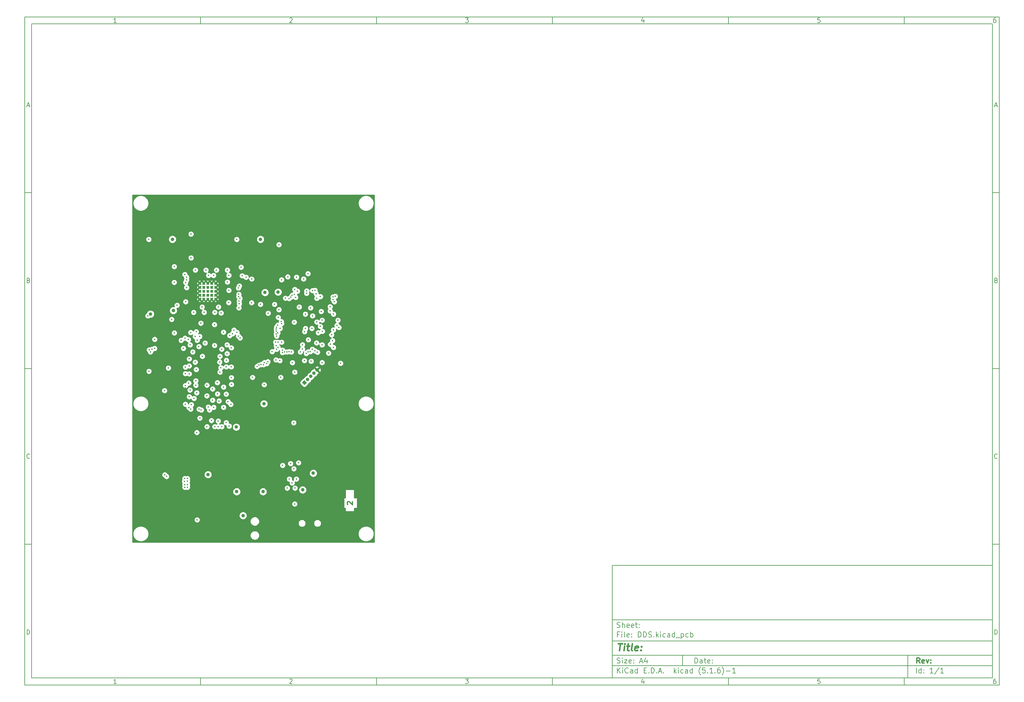
<source format=gbr>
%TF.GenerationSoftware,KiCad,Pcbnew,(5.1.6)-1*%
%TF.CreationDate,2020-10-26T13:42:29-06:00*%
%TF.ProjectId,DDS,4444532e-6b69-4636-9164-5f7063625858,rev?*%
%TF.SameCoordinates,Original*%
%TF.FileFunction,Copper,L2,Inr*%
%TF.FilePolarity,Positive*%
%FSLAX46Y46*%
G04 Gerber Fmt 4.6, Leading zero omitted, Abs format (unit mm)*
G04 Created by KiCad (PCBNEW (5.1.6)-1) date 2020-10-26 13:42:29*
%MOMM*%
%LPD*%
G01*
G04 APERTURE LIST*
%ADD10C,0.100000*%
%ADD11C,0.150000*%
%ADD12C,0.300000*%
%ADD13C,0.400000*%
%TA.AperFunction,NonConductor*%
%ADD14C,0.300000*%
%TD*%
%TA.AperFunction,ViaPad*%
%ADD15C,0.100000*%
%TD*%
%TA.AperFunction,ViaPad*%
%ADD16C,0.500000*%
%TD*%
%TA.AperFunction,ViaPad*%
%ADD17C,1.000000*%
%TD*%
%TA.AperFunction,ViaPad*%
%ADD18C,0.450000*%
%TD*%
%TA.AperFunction,Conductor*%
%ADD19C,0.254000*%
%TD*%
G04 APERTURE END LIST*
D10*
D11*
X177002200Y-166007200D02*
X177002200Y-198007200D01*
X285002200Y-198007200D01*
X285002200Y-166007200D01*
X177002200Y-166007200D01*
D10*
D11*
X10000000Y-10000000D02*
X10000000Y-200007200D01*
X287002200Y-200007200D01*
X287002200Y-10000000D01*
X10000000Y-10000000D01*
D10*
D11*
X12000000Y-12000000D02*
X12000000Y-198007200D01*
X285002200Y-198007200D01*
X285002200Y-12000000D01*
X12000000Y-12000000D01*
D10*
D11*
X60000000Y-12000000D02*
X60000000Y-10000000D01*
D10*
D11*
X110000000Y-12000000D02*
X110000000Y-10000000D01*
D10*
D11*
X160000000Y-12000000D02*
X160000000Y-10000000D01*
D10*
D11*
X210000000Y-12000000D02*
X210000000Y-10000000D01*
D10*
D11*
X260000000Y-12000000D02*
X260000000Y-10000000D01*
D10*
D11*
X36065476Y-11588095D02*
X35322619Y-11588095D01*
X35694047Y-11588095D02*
X35694047Y-10288095D01*
X35570238Y-10473809D01*
X35446428Y-10597619D01*
X35322619Y-10659523D01*
D10*
D11*
X85322619Y-10411904D02*
X85384523Y-10350000D01*
X85508333Y-10288095D01*
X85817857Y-10288095D01*
X85941666Y-10350000D01*
X86003571Y-10411904D01*
X86065476Y-10535714D01*
X86065476Y-10659523D01*
X86003571Y-10845238D01*
X85260714Y-11588095D01*
X86065476Y-11588095D01*
D10*
D11*
X135260714Y-10288095D02*
X136065476Y-10288095D01*
X135632142Y-10783333D01*
X135817857Y-10783333D01*
X135941666Y-10845238D01*
X136003571Y-10907142D01*
X136065476Y-11030952D01*
X136065476Y-11340476D01*
X136003571Y-11464285D01*
X135941666Y-11526190D01*
X135817857Y-11588095D01*
X135446428Y-11588095D01*
X135322619Y-11526190D01*
X135260714Y-11464285D01*
D10*
D11*
X185941666Y-10721428D02*
X185941666Y-11588095D01*
X185632142Y-10226190D02*
X185322619Y-11154761D01*
X186127380Y-11154761D01*
D10*
D11*
X236003571Y-10288095D02*
X235384523Y-10288095D01*
X235322619Y-10907142D01*
X235384523Y-10845238D01*
X235508333Y-10783333D01*
X235817857Y-10783333D01*
X235941666Y-10845238D01*
X236003571Y-10907142D01*
X236065476Y-11030952D01*
X236065476Y-11340476D01*
X236003571Y-11464285D01*
X235941666Y-11526190D01*
X235817857Y-11588095D01*
X235508333Y-11588095D01*
X235384523Y-11526190D01*
X235322619Y-11464285D01*
D10*
D11*
X285941666Y-10288095D02*
X285694047Y-10288095D01*
X285570238Y-10350000D01*
X285508333Y-10411904D01*
X285384523Y-10597619D01*
X285322619Y-10845238D01*
X285322619Y-11340476D01*
X285384523Y-11464285D01*
X285446428Y-11526190D01*
X285570238Y-11588095D01*
X285817857Y-11588095D01*
X285941666Y-11526190D01*
X286003571Y-11464285D01*
X286065476Y-11340476D01*
X286065476Y-11030952D01*
X286003571Y-10907142D01*
X285941666Y-10845238D01*
X285817857Y-10783333D01*
X285570238Y-10783333D01*
X285446428Y-10845238D01*
X285384523Y-10907142D01*
X285322619Y-11030952D01*
D10*
D11*
X60000000Y-198007200D02*
X60000000Y-200007200D01*
D10*
D11*
X110000000Y-198007200D02*
X110000000Y-200007200D01*
D10*
D11*
X160000000Y-198007200D02*
X160000000Y-200007200D01*
D10*
D11*
X210000000Y-198007200D02*
X210000000Y-200007200D01*
D10*
D11*
X260000000Y-198007200D02*
X260000000Y-200007200D01*
D10*
D11*
X36065476Y-199595295D02*
X35322619Y-199595295D01*
X35694047Y-199595295D02*
X35694047Y-198295295D01*
X35570238Y-198481009D01*
X35446428Y-198604819D01*
X35322619Y-198666723D01*
D10*
D11*
X85322619Y-198419104D02*
X85384523Y-198357200D01*
X85508333Y-198295295D01*
X85817857Y-198295295D01*
X85941666Y-198357200D01*
X86003571Y-198419104D01*
X86065476Y-198542914D01*
X86065476Y-198666723D01*
X86003571Y-198852438D01*
X85260714Y-199595295D01*
X86065476Y-199595295D01*
D10*
D11*
X135260714Y-198295295D02*
X136065476Y-198295295D01*
X135632142Y-198790533D01*
X135817857Y-198790533D01*
X135941666Y-198852438D01*
X136003571Y-198914342D01*
X136065476Y-199038152D01*
X136065476Y-199347676D01*
X136003571Y-199471485D01*
X135941666Y-199533390D01*
X135817857Y-199595295D01*
X135446428Y-199595295D01*
X135322619Y-199533390D01*
X135260714Y-199471485D01*
D10*
D11*
X185941666Y-198728628D02*
X185941666Y-199595295D01*
X185632142Y-198233390D02*
X185322619Y-199161961D01*
X186127380Y-199161961D01*
D10*
D11*
X236003571Y-198295295D02*
X235384523Y-198295295D01*
X235322619Y-198914342D01*
X235384523Y-198852438D01*
X235508333Y-198790533D01*
X235817857Y-198790533D01*
X235941666Y-198852438D01*
X236003571Y-198914342D01*
X236065476Y-199038152D01*
X236065476Y-199347676D01*
X236003571Y-199471485D01*
X235941666Y-199533390D01*
X235817857Y-199595295D01*
X235508333Y-199595295D01*
X235384523Y-199533390D01*
X235322619Y-199471485D01*
D10*
D11*
X285941666Y-198295295D02*
X285694047Y-198295295D01*
X285570238Y-198357200D01*
X285508333Y-198419104D01*
X285384523Y-198604819D01*
X285322619Y-198852438D01*
X285322619Y-199347676D01*
X285384523Y-199471485D01*
X285446428Y-199533390D01*
X285570238Y-199595295D01*
X285817857Y-199595295D01*
X285941666Y-199533390D01*
X286003571Y-199471485D01*
X286065476Y-199347676D01*
X286065476Y-199038152D01*
X286003571Y-198914342D01*
X285941666Y-198852438D01*
X285817857Y-198790533D01*
X285570238Y-198790533D01*
X285446428Y-198852438D01*
X285384523Y-198914342D01*
X285322619Y-199038152D01*
D10*
D11*
X10000000Y-60000000D02*
X12000000Y-60000000D01*
D10*
D11*
X10000000Y-110000000D02*
X12000000Y-110000000D01*
D10*
D11*
X10000000Y-160000000D02*
X12000000Y-160000000D01*
D10*
D11*
X10690476Y-35216666D02*
X11309523Y-35216666D01*
X10566666Y-35588095D02*
X11000000Y-34288095D01*
X11433333Y-35588095D01*
D10*
D11*
X11092857Y-84907142D02*
X11278571Y-84969047D01*
X11340476Y-85030952D01*
X11402380Y-85154761D01*
X11402380Y-85340476D01*
X11340476Y-85464285D01*
X11278571Y-85526190D01*
X11154761Y-85588095D01*
X10659523Y-85588095D01*
X10659523Y-84288095D01*
X11092857Y-84288095D01*
X11216666Y-84350000D01*
X11278571Y-84411904D01*
X11340476Y-84535714D01*
X11340476Y-84659523D01*
X11278571Y-84783333D01*
X11216666Y-84845238D01*
X11092857Y-84907142D01*
X10659523Y-84907142D01*
D10*
D11*
X11402380Y-135464285D02*
X11340476Y-135526190D01*
X11154761Y-135588095D01*
X11030952Y-135588095D01*
X10845238Y-135526190D01*
X10721428Y-135402380D01*
X10659523Y-135278571D01*
X10597619Y-135030952D01*
X10597619Y-134845238D01*
X10659523Y-134597619D01*
X10721428Y-134473809D01*
X10845238Y-134350000D01*
X11030952Y-134288095D01*
X11154761Y-134288095D01*
X11340476Y-134350000D01*
X11402380Y-134411904D01*
D10*
D11*
X10659523Y-185588095D02*
X10659523Y-184288095D01*
X10969047Y-184288095D01*
X11154761Y-184350000D01*
X11278571Y-184473809D01*
X11340476Y-184597619D01*
X11402380Y-184845238D01*
X11402380Y-185030952D01*
X11340476Y-185278571D01*
X11278571Y-185402380D01*
X11154761Y-185526190D01*
X10969047Y-185588095D01*
X10659523Y-185588095D01*
D10*
D11*
X287002200Y-60000000D02*
X285002200Y-60000000D01*
D10*
D11*
X287002200Y-110000000D02*
X285002200Y-110000000D01*
D10*
D11*
X287002200Y-160000000D02*
X285002200Y-160000000D01*
D10*
D11*
X285692676Y-35216666D02*
X286311723Y-35216666D01*
X285568866Y-35588095D02*
X286002200Y-34288095D01*
X286435533Y-35588095D01*
D10*
D11*
X286095057Y-84907142D02*
X286280771Y-84969047D01*
X286342676Y-85030952D01*
X286404580Y-85154761D01*
X286404580Y-85340476D01*
X286342676Y-85464285D01*
X286280771Y-85526190D01*
X286156961Y-85588095D01*
X285661723Y-85588095D01*
X285661723Y-84288095D01*
X286095057Y-84288095D01*
X286218866Y-84350000D01*
X286280771Y-84411904D01*
X286342676Y-84535714D01*
X286342676Y-84659523D01*
X286280771Y-84783333D01*
X286218866Y-84845238D01*
X286095057Y-84907142D01*
X285661723Y-84907142D01*
D10*
D11*
X286404580Y-135464285D02*
X286342676Y-135526190D01*
X286156961Y-135588095D01*
X286033152Y-135588095D01*
X285847438Y-135526190D01*
X285723628Y-135402380D01*
X285661723Y-135278571D01*
X285599819Y-135030952D01*
X285599819Y-134845238D01*
X285661723Y-134597619D01*
X285723628Y-134473809D01*
X285847438Y-134350000D01*
X286033152Y-134288095D01*
X286156961Y-134288095D01*
X286342676Y-134350000D01*
X286404580Y-134411904D01*
D10*
D11*
X285661723Y-185588095D02*
X285661723Y-184288095D01*
X285971247Y-184288095D01*
X286156961Y-184350000D01*
X286280771Y-184473809D01*
X286342676Y-184597619D01*
X286404580Y-184845238D01*
X286404580Y-185030952D01*
X286342676Y-185278571D01*
X286280771Y-185402380D01*
X286156961Y-185526190D01*
X285971247Y-185588095D01*
X285661723Y-185588095D01*
D10*
D11*
X200434342Y-193785771D02*
X200434342Y-192285771D01*
X200791485Y-192285771D01*
X201005771Y-192357200D01*
X201148628Y-192500057D01*
X201220057Y-192642914D01*
X201291485Y-192928628D01*
X201291485Y-193142914D01*
X201220057Y-193428628D01*
X201148628Y-193571485D01*
X201005771Y-193714342D01*
X200791485Y-193785771D01*
X200434342Y-193785771D01*
X202577200Y-193785771D02*
X202577200Y-193000057D01*
X202505771Y-192857200D01*
X202362914Y-192785771D01*
X202077200Y-192785771D01*
X201934342Y-192857200D01*
X202577200Y-193714342D02*
X202434342Y-193785771D01*
X202077200Y-193785771D01*
X201934342Y-193714342D01*
X201862914Y-193571485D01*
X201862914Y-193428628D01*
X201934342Y-193285771D01*
X202077200Y-193214342D01*
X202434342Y-193214342D01*
X202577200Y-193142914D01*
X203077200Y-192785771D02*
X203648628Y-192785771D01*
X203291485Y-192285771D02*
X203291485Y-193571485D01*
X203362914Y-193714342D01*
X203505771Y-193785771D01*
X203648628Y-193785771D01*
X204720057Y-193714342D02*
X204577200Y-193785771D01*
X204291485Y-193785771D01*
X204148628Y-193714342D01*
X204077200Y-193571485D01*
X204077200Y-193000057D01*
X204148628Y-192857200D01*
X204291485Y-192785771D01*
X204577200Y-192785771D01*
X204720057Y-192857200D01*
X204791485Y-193000057D01*
X204791485Y-193142914D01*
X204077200Y-193285771D01*
X205434342Y-193642914D02*
X205505771Y-193714342D01*
X205434342Y-193785771D01*
X205362914Y-193714342D01*
X205434342Y-193642914D01*
X205434342Y-193785771D01*
X205434342Y-192857200D02*
X205505771Y-192928628D01*
X205434342Y-193000057D01*
X205362914Y-192928628D01*
X205434342Y-192857200D01*
X205434342Y-193000057D01*
D10*
D11*
X177002200Y-194507200D02*
X285002200Y-194507200D01*
D10*
D11*
X178434342Y-196585771D02*
X178434342Y-195085771D01*
X179291485Y-196585771D02*
X178648628Y-195728628D01*
X179291485Y-195085771D02*
X178434342Y-195942914D01*
X179934342Y-196585771D02*
X179934342Y-195585771D01*
X179934342Y-195085771D02*
X179862914Y-195157200D01*
X179934342Y-195228628D01*
X180005771Y-195157200D01*
X179934342Y-195085771D01*
X179934342Y-195228628D01*
X181505771Y-196442914D02*
X181434342Y-196514342D01*
X181220057Y-196585771D01*
X181077200Y-196585771D01*
X180862914Y-196514342D01*
X180720057Y-196371485D01*
X180648628Y-196228628D01*
X180577200Y-195942914D01*
X180577200Y-195728628D01*
X180648628Y-195442914D01*
X180720057Y-195300057D01*
X180862914Y-195157200D01*
X181077200Y-195085771D01*
X181220057Y-195085771D01*
X181434342Y-195157200D01*
X181505771Y-195228628D01*
X182791485Y-196585771D02*
X182791485Y-195800057D01*
X182720057Y-195657200D01*
X182577200Y-195585771D01*
X182291485Y-195585771D01*
X182148628Y-195657200D01*
X182791485Y-196514342D02*
X182648628Y-196585771D01*
X182291485Y-196585771D01*
X182148628Y-196514342D01*
X182077200Y-196371485D01*
X182077200Y-196228628D01*
X182148628Y-196085771D01*
X182291485Y-196014342D01*
X182648628Y-196014342D01*
X182791485Y-195942914D01*
X184148628Y-196585771D02*
X184148628Y-195085771D01*
X184148628Y-196514342D02*
X184005771Y-196585771D01*
X183720057Y-196585771D01*
X183577200Y-196514342D01*
X183505771Y-196442914D01*
X183434342Y-196300057D01*
X183434342Y-195871485D01*
X183505771Y-195728628D01*
X183577200Y-195657200D01*
X183720057Y-195585771D01*
X184005771Y-195585771D01*
X184148628Y-195657200D01*
X186005771Y-195800057D02*
X186505771Y-195800057D01*
X186720057Y-196585771D02*
X186005771Y-196585771D01*
X186005771Y-195085771D01*
X186720057Y-195085771D01*
X187362914Y-196442914D02*
X187434342Y-196514342D01*
X187362914Y-196585771D01*
X187291485Y-196514342D01*
X187362914Y-196442914D01*
X187362914Y-196585771D01*
X188077200Y-196585771D02*
X188077200Y-195085771D01*
X188434342Y-195085771D01*
X188648628Y-195157200D01*
X188791485Y-195300057D01*
X188862914Y-195442914D01*
X188934342Y-195728628D01*
X188934342Y-195942914D01*
X188862914Y-196228628D01*
X188791485Y-196371485D01*
X188648628Y-196514342D01*
X188434342Y-196585771D01*
X188077200Y-196585771D01*
X189577200Y-196442914D02*
X189648628Y-196514342D01*
X189577200Y-196585771D01*
X189505771Y-196514342D01*
X189577200Y-196442914D01*
X189577200Y-196585771D01*
X190220057Y-196157200D02*
X190934342Y-196157200D01*
X190077200Y-196585771D02*
X190577200Y-195085771D01*
X191077200Y-196585771D01*
X191577200Y-196442914D02*
X191648628Y-196514342D01*
X191577200Y-196585771D01*
X191505771Y-196514342D01*
X191577200Y-196442914D01*
X191577200Y-196585771D01*
X194577200Y-196585771D02*
X194577200Y-195085771D01*
X194720057Y-196014342D02*
X195148628Y-196585771D01*
X195148628Y-195585771D02*
X194577200Y-196157200D01*
X195791485Y-196585771D02*
X195791485Y-195585771D01*
X195791485Y-195085771D02*
X195720057Y-195157200D01*
X195791485Y-195228628D01*
X195862914Y-195157200D01*
X195791485Y-195085771D01*
X195791485Y-195228628D01*
X197148628Y-196514342D02*
X197005771Y-196585771D01*
X196720057Y-196585771D01*
X196577200Y-196514342D01*
X196505771Y-196442914D01*
X196434342Y-196300057D01*
X196434342Y-195871485D01*
X196505771Y-195728628D01*
X196577200Y-195657200D01*
X196720057Y-195585771D01*
X197005771Y-195585771D01*
X197148628Y-195657200D01*
X198434342Y-196585771D02*
X198434342Y-195800057D01*
X198362914Y-195657200D01*
X198220057Y-195585771D01*
X197934342Y-195585771D01*
X197791485Y-195657200D01*
X198434342Y-196514342D02*
X198291485Y-196585771D01*
X197934342Y-196585771D01*
X197791485Y-196514342D01*
X197720057Y-196371485D01*
X197720057Y-196228628D01*
X197791485Y-196085771D01*
X197934342Y-196014342D01*
X198291485Y-196014342D01*
X198434342Y-195942914D01*
X199791485Y-196585771D02*
X199791485Y-195085771D01*
X199791485Y-196514342D02*
X199648628Y-196585771D01*
X199362914Y-196585771D01*
X199220057Y-196514342D01*
X199148628Y-196442914D01*
X199077200Y-196300057D01*
X199077200Y-195871485D01*
X199148628Y-195728628D01*
X199220057Y-195657200D01*
X199362914Y-195585771D01*
X199648628Y-195585771D01*
X199791485Y-195657200D01*
X202077200Y-197157200D02*
X202005771Y-197085771D01*
X201862914Y-196871485D01*
X201791485Y-196728628D01*
X201720057Y-196514342D01*
X201648628Y-196157200D01*
X201648628Y-195871485D01*
X201720057Y-195514342D01*
X201791485Y-195300057D01*
X201862914Y-195157200D01*
X202005771Y-194942914D01*
X202077200Y-194871485D01*
X203362914Y-195085771D02*
X202648628Y-195085771D01*
X202577200Y-195800057D01*
X202648628Y-195728628D01*
X202791485Y-195657200D01*
X203148628Y-195657200D01*
X203291485Y-195728628D01*
X203362914Y-195800057D01*
X203434342Y-195942914D01*
X203434342Y-196300057D01*
X203362914Y-196442914D01*
X203291485Y-196514342D01*
X203148628Y-196585771D01*
X202791485Y-196585771D01*
X202648628Y-196514342D01*
X202577200Y-196442914D01*
X204077200Y-196442914D02*
X204148628Y-196514342D01*
X204077200Y-196585771D01*
X204005771Y-196514342D01*
X204077200Y-196442914D01*
X204077200Y-196585771D01*
X205577200Y-196585771D02*
X204720057Y-196585771D01*
X205148628Y-196585771D02*
X205148628Y-195085771D01*
X205005771Y-195300057D01*
X204862914Y-195442914D01*
X204720057Y-195514342D01*
X206220057Y-196442914D02*
X206291485Y-196514342D01*
X206220057Y-196585771D01*
X206148628Y-196514342D01*
X206220057Y-196442914D01*
X206220057Y-196585771D01*
X207577200Y-195085771D02*
X207291485Y-195085771D01*
X207148628Y-195157200D01*
X207077200Y-195228628D01*
X206934342Y-195442914D01*
X206862914Y-195728628D01*
X206862914Y-196300057D01*
X206934342Y-196442914D01*
X207005771Y-196514342D01*
X207148628Y-196585771D01*
X207434342Y-196585771D01*
X207577200Y-196514342D01*
X207648628Y-196442914D01*
X207720057Y-196300057D01*
X207720057Y-195942914D01*
X207648628Y-195800057D01*
X207577200Y-195728628D01*
X207434342Y-195657200D01*
X207148628Y-195657200D01*
X207005771Y-195728628D01*
X206934342Y-195800057D01*
X206862914Y-195942914D01*
X208220057Y-197157200D02*
X208291485Y-197085771D01*
X208434342Y-196871485D01*
X208505771Y-196728628D01*
X208577200Y-196514342D01*
X208648628Y-196157200D01*
X208648628Y-195871485D01*
X208577200Y-195514342D01*
X208505771Y-195300057D01*
X208434342Y-195157200D01*
X208291485Y-194942914D01*
X208220057Y-194871485D01*
X209362914Y-196014342D02*
X210505771Y-196014342D01*
X212005771Y-196585771D02*
X211148628Y-196585771D01*
X211577200Y-196585771D02*
X211577200Y-195085771D01*
X211434342Y-195300057D01*
X211291485Y-195442914D01*
X211148628Y-195514342D01*
D10*
D11*
X177002200Y-191507200D02*
X285002200Y-191507200D01*
D10*
D12*
X264411485Y-193785771D02*
X263911485Y-193071485D01*
X263554342Y-193785771D02*
X263554342Y-192285771D01*
X264125771Y-192285771D01*
X264268628Y-192357200D01*
X264340057Y-192428628D01*
X264411485Y-192571485D01*
X264411485Y-192785771D01*
X264340057Y-192928628D01*
X264268628Y-193000057D01*
X264125771Y-193071485D01*
X263554342Y-193071485D01*
X265625771Y-193714342D02*
X265482914Y-193785771D01*
X265197200Y-193785771D01*
X265054342Y-193714342D01*
X264982914Y-193571485D01*
X264982914Y-193000057D01*
X265054342Y-192857200D01*
X265197200Y-192785771D01*
X265482914Y-192785771D01*
X265625771Y-192857200D01*
X265697200Y-193000057D01*
X265697200Y-193142914D01*
X264982914Y-193285771D01*
X266197200Y-192785771D02*
X266554342Y-193785771D01*
X266911485Y-192785771D01*
X267482914Y-193642914D02*
X267554342Y-193714342D01*
X267482914Y-193785771D01*
X267411485Y-193714342D01*
X267482914Y-193642914D01*
X267482914Y-193785771D01*
X267482914Y-192857200D02*
X267554342Y-192928628D01*
X267482914Y-193000057D01*
X267411485Y-192928628D01*
X267482914Y-192857200D01*
X267482914Y-193000057D01*
D10*
D11*
X178362914Y-193714342D02*
X178577200Y-193785771D01*
X178934342Y-193785771D01*
X179077200Y-193714342D01*
X179148628Y-193642914D01*
X179220057Y-193500057D01*
X179220057Y-193357200D01*
X179148628Y-193214342D01*
X179077200Y-193142914D01*
X178934342Y-193071485D01*
X178648628Y-193000057D01*
X178505771Y-192928628D01*
X178434342Y-192857200D01*
X178362914Y-192714342D01*
X178362914Y-192571485D01*
X178434342Y-192428628D01*
X178505771Y-192357200D01*
X178648628Y-192285771D01*
X179005771Y-192285771D01*
X179220057Y-192357200D01*
X179862914Y-193785771D02*
X179862914Y-192785771D01*
X179862914Y-192285771D02*
X179791485Y-192357200D01*
X179862914Y-192428628D01*
X179934342Y-192357200D01*
X179862914Y-192285771D01*
X179862914Y-192428628D01*
X180434342Y-192785771D02*
X181220057Y-192785771D01*
X180434342Y-193785771D01*
X181220057Y-193785771D01*
X182362914Y-193714342D02*
X182220057Y-193785771D01*
X181934342Y-193785771D01*
X181791485Y-193714342D01*
X181720057Y-193571485D01*
X181720057Y-193000057D01*
X181791485Y-192857200D01*
X181934342Y-192785771D01*
X182220057Y-192785771D01*
X182362914Y-192857200D01*
X182434342Y-193000057D01*
X182434342Y-193142914D01*
X181720057Y-193285771D01*
X183077200Y-193642914D02*
X183148628Y-193714342D01*
X183077200Y-193785771D01*
X183005771Y-193714342D01*
X183077200Y-193642914D01*
X183077200Y-193785771D01*
X183077200Y-192857200D02*
X183148628Y-192928628D01*
X183077200Y-193000057D01*
X183005771Y-192928628D01*
X183077200Y-192857200D01*
X183077200Y-193000057D01*
X184862914Y-193357200D02*
X185577200Y-193357200D01*
X184720057Y-193785771D02*
X185220057Y-192285771D01*
X185720057Y-193785771D01*
X186862914Y-192785771D02*
X186862914Y-193785771D01*
X186505771Y-192214342D02*
X186148628Y-193285771D01*
X187077200Y-193285771D01*
D10*
D11*
X263434342Y-196585771D02*
X263434342Y-195085771D01*
X264791485Y-196585771D02*
X264791485Y-195085771D01*
X264791485Y-196514342D02*
X264648628Y-196585771D01*
X264362914Y-196585771D01*
X264220057Y-196514342D01*
X264148628Y-196442914D01*
X264077200Y-196300057D01*
X264077200Y-195871485D01*
X264148628Y-195728628D01*
X264220057Y-195657200D01*
X264362914Y-195585771D01*
X264648628Y-195585771D01*
X264791485Y-195657200D01*
X265505771Y-196442914D02*
X265577200Y-196514342D01*
X265505771Y-196585771D01*
X265434342Y-196514342D01*
X265505771Y-196442914D01*
X265505771Y-196585771D01*
X265505771Y-195657200D02*
X265577200Y-195728628D01*
X265505771Y-195800057D01*
X265434342Y-195728628D01*
X265505771Y-195657200D01*
X265505771Y-195800057D01*
X268148628Y-196585771D02*
X267291485Y-196585771D01*
X267720057Y-196585771D02*
X267720057Y-195085771D01*
X267577200Y-195300057D01*
X267434342Y-195442914D01*
X267291485Y-195514342D01*
X269862914Y-195014342D02*
X268577200Y-196942914D01*
X271148628Y-196585771D02*
X270291485Y-196585771D01*
X270720057Y-196585771D02*
X270720057Y-195085771D01*
X270577200Y-195300057D01*
X270434342Y-195442914D01*
X270291485Y-195514342D01*
D10*
D11*
X177002200Y-187507200D02*
X285002200Y-187507200D01*
D10*
D13*
X178714580Y-188211961D02*
X179857438Y-188211961D01*
X179036009Y-190211961D02*
X179286009Y-188211961D01*
X180274104Y-190211961D02*
X180440771Y-188878628D01*
X180524104Y-188211961D02*
X180416961Y-188307200D01*
X180500295Y-188402438D01*
X180607438Y-188307200D01*
X180524104Y-188211961D01*
X180500295Y-188402438D01*
X181107438Y-188878628D02*
X181869342Y-188878628D01*
X181476485Y-188211961D02*
X181262200Y-189926247D01*
X181333628Y-190116723D01*
X181512200Y-190211961D01*
X181702676Y-190211961D01*
X182655057Y-190211961D02*
X182476485Y-190116723D01*
X182405057Y-189926247D01*
X182619342Y-188211961D01*
X184190771Y-190116723D02*
X183988390Y-190211961D01*
X183607438Y-190211961D01*
X183428866Y-190116723D01*
X183357438Y-189926247D01*
X183452676Y-189164342D01*
X183571723Y-188973866D01*
X183774104Y-188878628D01*
X184155057Y-188878628D01*
X184333628Y-188973866D01*
X184405057Y-189164342D01*
X184381247Y-189354819D01*
X183405057Y-189545295D01*
X185155057Y-190021485D02*
X185238390Y-190116723D01*
X185131247Y-190211961D01*
X185047914Y-190116723D01*
X185155057Y-190021485D01*
X185131247Y-190211961D01*
X185286009Y-188973866D02*
X185369342Y-189069104D01*
X185262200Y-189164342D01*
X185178866Y-189069104D01*
X185286009Y-188973866D01*
X185262200Y-189164342D01*
D10*
D11*
X178934342Y-185600057D02*
X178434342Y-185600057D01*
X178434342Y-186385771D02*
X178434342Y-184885771D01*
X179148628Y-184885771D01*
X179720057Y-186385771D02*
X179720057Y-185385771D01*
X179720057Y-184885771D02*
X179648628Y-184957200D01*
X179720057Y-185028628D01*
X179791485Y-184957200D01*
X179720057Y-184885771D01*
X179720057Y-185028628D01*
X180648628Y-186385771D02*
X180505771Y-186314342D01*
X180434342Y-186171485D01*
X180434342Y-184885771D01*
X181791485Y-186314342D02*
X181648628Y-186385771D01*
X181362914Y-186385771D01*
X181220057Y-186314342D01*
X181148628Y-186171485D01*
X181148628Y-185600057D01*
X181220057Y-185457200D01*
X181362914Y-185385771D01*
X181648628Y-185385771D01*
X181791485Y-185457200D01*
X181862914Y-185600057D01*
X181862914Y-185742914D01*
X181148628Y-185885771D01*
X182505771Y-186242914D02*
X182577200Y-186314342D01*
X182505771Y-186385771D01*
X182434342Y-186314342D01*
X182505771Y-186242914D01*
X182505771Y-186385771D01*
X182505771Y-185457200D02*
X182577200Y-185528628D01*
X182505771Y-185600057D01*
X182434342Y-185528628D01*
X182505771Y-185457200D01*
X182505771Y-185600057D01*
X184362914Y-186385771D02*
X184362914Y-184885771D01*
X184720057Y-184885771D01*
X184934342Y-184957200D01*
X185077200Y-185100057D01*
X185148628Y-185242914D01*
X185220057Y-185528628D01*
X185220057Y-185742914D01*
X185148628Y-186028628D01*
X185077200Y-186171485D01*
X184934342Y-186314342D01*
X184720057Y-186385771D01*
X184362914Y-186385771D01*
X185862914Y-186385771D02*
X185862914Y-184885771D01*
X186220057Y-184885771D01*
X186434342Y-184957200D01*
X186577200Y-185100057D01*
X186648628Y-185242914D01*
X186720057Y-185528628D01*
X186720057Y-185742914D01*
X186648628Y-186028628D01*
X186577200Y-186171485D01*
X186434342Y-186314342D01*
X186220057Y-186385771D01*
X185862914Y-186385771D01*
X187291485Y-186314342D02*
X187505771Y-186385771D01*
X187862914Y-186385771D01*
X188005771Y-186314342D01*
X188077200Y-186242914D01*
X188148628Y-186100057D01*
X188148628Y-185957200D01*
X188077200Y-185814342D01*
X188005771Y-185742914D01*
X187862914Y-185671485D01*
X187577200Y-185600057D01*
X187434342Y-185528628D01*
X187362914Y-185457200D01*
X187291485Y-185314342D01*
X187291485Y-185171485D01*
X187362914Y-185028628D01*
X187434342Y-184957200D01*
X187577200Y-184885771D01*
X187934342Y-184885771D01*
X188148628Y-184957200D01*
X188791485Y-186242914D02*
X188862914Y-186314342D01*
X188791485Y-186385771D01*
X188720057Y-186314342D01*
X188791485Y-186242914D01*
X188791485Y-186385771D01*
X189505771Y-186385771D02*
X189505771Y-184885771D01*
X189648628Y-185814342D02*
X190077200Y-186385771D01*
X190077200Y-185385771D02*
X189505771Y-185957200D01*
X190720057Y-186385771D02*
X190720057Y-185385771D01*
X190720057Y-184885771D02*
X190648628Y-184957200D01*
X190720057Y-185028628D01*
X190791485Y-184957200D01*
X190720057Y-184885771D01*
X190720057Y-185028628D01*
X192077200Y-186314342D02*
X191934342Y-186385771D01*
X191648628Y-186385771D01*
X191505771Y-186314342D01*
X191434342Y-186242914D01*
X191362914Y-186100057D01*
X191362914Y-185671485D01*
X191434342Y-185528628D01*
X191505771Y-185457200D01*
X191648628Y-185385771D01*
X191934342Y-185385771D01*
X192077200Y-185457200D01*
X193362914Y-186385771D02*
X193362914Y-185600057D01*
X193291485Y-185457200D01*
X193148628Y-185385771D01*
X192862914Y-185385771D01*
X192720057Y-185457200D01*
X193362914Y-186314342D02*
X193220057Y-186385771D01*
X192862914Y-186385771D01*
X192720057Y-186314342D01*
X192648628Y-186171485D01*
X192648628Y-186028628D01*
X192720057Y-185885771D01*
X192862914Y-185814342D01*
X193220057Y-185814342D01*
X193362914Y-185742914D01*
X194720057Y-186385771D02*
X194720057Y-184885771D01*
X194720057Y-186314342D02*
X194577200Y-186385771D01*
X194291485Y-186385771D01*
X194148628Y-186314342D01*
X194077200Y-186242914D01*
X194005771Y-186100057D01*
X194005771Y-185671485D01*
X194077200Y-185528628D01*
X194148628Y-185457200D01*
X194291485Y-185385771D01*
X194577200Y-185385771D01*
X194720057Y-185457200D01*
X195077200Y-186528628D02*
X196220057Y-186528628D01*
X196577200Y-185385771D02*
X196577200Y-186885771D01*
X196577200Y-185457200D02*
X196720057Y-185385771D01*
X197005771Y-185385771D01*
X197148628Y-185457200D01*
X197220057Y-185528628D01*
X197291485Y-185671485D01*
X197291485Y-186100057D01*
X197220057Y-186242914D01*
X197148628Y-186314342D01*
X197005771Y-186385771D01*
X196720057Y-186385771D01*
X196577200Y-186314342D01*
X198577200Y-186314342D02*
X198434342Y-186385771D01*
X198148628Y-186385771D01*
X198005771Y-186314342D01*
X197934342Y-186242914D01*
X197862914Y-186100057D01*
X197862914Y-185671485D01*
X197934342Y-185528628D01*
X198005771Y-185457200D01*
X198148628Y-185385771D01*
X198434342Y-185385771D01*
X198577200Y-185457200D01*
X199220057Y-186385771D02*
X199220057Y-184885771D01*
X199220057Y-185457200D02*
X199362914Y-185385771D01*
X199648628Y-185385771D01*
X199791485Y-185457200D01*
X199862914Y-185528628D01*
X199934342Y-185671485D01*
X199934342Y-186100057D01*
X199862914Y-186242914D01*
X199791485Y-186314342D01*
X199648628Y-186385771D01*
X199362914Y-186385771D01*
X199220057Y-186314342D01*
D10*
D11*
X177002200Y-181507200D02*
X285002200Y-181507200D01*
D10*
D11*
X178362914Y-183614342D02*
X178577200Y-183685771D01*
X178934342Y-183685771D01*
X179077200Y-183614342D01*
X179148628Y-183542914D01*
X179220057Y-183400057D01*
X179220057Y-183257200D01*
X179148628Y-183114342D01*
X179077200Y-183042914D01*
X178934342Y-182971485D01*
X178648628Y-182900057D01*
X178505771Y-182828628D01*
X178434342Y-182757200D01*
X178362914Y-182614342D01*
X178362914Y-182471485D01*
X178434342Y-182328628D01*
X178505771Y-182257200D01*
X178648628Y-182185771D01*
X179005771Y-182185771D01*
X179220057Y-182257200D01*
X179862914Y-183685771D02*
X179862914Y-182185771D01*
X180505771Y-183685771D02*
X180505771Y-182900057D01*
X180434342Y-182757200D01*
X180291485Y-182685771D01*
X180077200Y-182685771D01*
X179934342Y-182757200D01*
X179862914Y-182828628D01*
X181791485Y-183614342D02*
X181648628Y-183685771D01*
X181362914Y-183685771D01*
X181220057Y-183614342D01*
X181148628Y-183471485D01*
X181148628Y-182900057D01*
X181220057Y-182757200D01*
X181362914Y-182685771D01*
X181648628Y-182685771D01*
X181791485Y-182757200D01*
X181862914Y-182900057D01*
X181862914Y-183042914D01*
X181148628Y-183185771D01*
X183077200Y-183614342D02*
X182934342Y-183685771D01*
X182648628Y-183685771D01*
X182505771Y-183614342D01*
X182434342Y-183471485D01*
X182434342Y-182900057D01*
X182505771Y-182757200D01*
X182648628Y-182685771D01*
X182934342Y-182685771D01*
X183077200Y-182757200D01*
X183148628Y-182900057D01*
X183148628Y-183042914D01*
X182434342Y-183185771D01*
X183577200Y-182685771D02*
X184148628Y-182685771D01*
X183791485Y-182185771D02*
X183791485Y-183471485D01*
X183862914Y-183614342D01*
X184005771Y-183685771D01*
X184148628Y-183685771D01*
X184648628Y-183542914D02*
X184720057Y-183614342D01*
X184648628Y-183685771D01*
X184577200Y-183614342D01*
X184648628Y-183542914D01*
X184648628Y-183685771D01*
X184648628Y-182757200D02*
X184720057Y-182828628D01*
X184648628Y-182900057D01*
X184577200Y-182828628D01*
X184648628Y-182757200D01*
X184648628Y-182900057D01*
D10*
D11*
X197002200Y-191507200D02*
X197002200Y-194507200D01*
D10*
D11*
X261002200Y-191507200D02*
X261002200Y-198007200D01*
D14*
X101821428Y-148678571D02*
X101750000Y-148607142D01*
X101678571Y-148464285D01*
X101678571Y-148107142D01*
X101750000Y-147964285D01*
X101821428Y-147892857D01*
X101964285Y-147821428D01*
X102107142Y-147821428D01*
X102321428Y-147892857D01*
X103178571Y-148750000D01*
X103178571Y-147821428D01*
%TO.N,AGND*%
%TO.C,J1*%
%TA.AperFunction,ViaPad*%
G36*
G01*
X93445655Y-110761451D02*
X93445655Y-110761451D01*
G75*
G02*
X92738549Y-110761451I-353553J353553D01*
G01*
X92738549Y-110761451D01*
G75*
G02*
X92738549Y-110054345I353553J353553D01*
G01*
X92738549Y-110054345D01*
G75*
G02*
X93445655Y-110054345I353553J-353553D01*
G01*
X93445655Y-110054345D01*
G75*
G02*
X93445655Y-110761451I-353553J-353553D01*
G01*
G37*
%TD.AperFunction*%
%TO.N,Net-(J1-Pad4)*%
%TA.AperFunction,ViaPad*%
G36*
G01*
X92547630Y-111659476D02*
X92547630Y-111659476D01*
G75*
G02*
X91840524Y-111659476I-353553J353553D01*
G01*
X91840524Y-111659476D01*
G75*
G02*
X91840524Y-110952370I353553J353553D01*
G01*
X91840524Y-110952370D01*
G75*
G02*
X92547630Y-110952370I353553J-353553D01*
G01*
X92547630Y-110952370D01*
G75*
G02*
X92547630Y-111659476I-353553J-353553D01*
G01*
G37*
%TD.AperFunction*%
%TO.N,Net-(J1-Pad3)*%
%TA.AperFunction,ViaPad*%
G36*
G01*
X91649604Y-112557502D02*
X91649604Y-112557502D01*
G75*
G02*
X90942498Y-112557502I-353553J353553D01*
G01*
X90942498Y-112557502D01*
G75*
G02*
X90942498Y-111850396I353553J353553D01*
G01*
X90942498Y-111850396D01*
G75*
G02*
X91649604Y-111850396I353553J-353553D01*
G01*
X91649604Y-111850396D01*
G75*
G02*
X91649604Y-112557502I-353553J-353553D01*
G01*
G37*
%TD.AperFunction*%
%TO.N,Net-(J1-Pad2)*%
%TA.AperFunction,ViaPad*%
G36*
G01*
X90751579Y-113455527D02*
X90751579Y-113455527D01*
G75*
G02*
X90044473Y-113455527I-353553J353553D01*
G01*
X90044473Y-113455527D01*
G75*
G02*
X90044473Y-112748421I353553J353553D01*
G01*
X90044473Y-112748421D01*
G75*
G02*
X90751579Y-112748421I353553J-353553D01*
G01*
X90751579Y-112748421D01*
G75*
G02*
X90751579Y-113455527I-353553J-353553D01*
G01*
G37*
%TD.AperFunction*%
%TA.AperFunction,ViaPad*%
D15*
%TO.N,Net-(J1-Pad1)*%
G36*
X90207107Y-114000000D02*
G01*
X89500000Y-114707107D01*
X88792893Y-114000000D01*
X89500000Y-113292893D01*
X90207107Y-114000000D01*
G37*
%TD.AperFunction*%
%TD*%
D16*
%TO.N,AGND*%
%TO.C,U6*%
X59750000Y-90250000D03*
X59750000Y-89125000D03*
X59750000Y-88000000D03*
X59750000Y-86875000D03*
X59750000Y-85750000D03*
X60875000Y-90250000D03*
X60875000Y-89125000D03*
X60875000Y-88000000D03*
X60875000Y-86875000D03*
X60875000Y-85750000D03*
X62000000Y-90250000D03*
X62000000Y-89125000D03*
X62000000Y-88000000D03*
X62000000Y-86875000D03*
X62000000Y-85750000D03*
X63125000Y-90250000D03*
X63125000Y-89125000D03*
X63125000Y-88000000D03*
X63125000Y-86875000D03*
X63125000Y-85750000D03*
X64250000Y-90250000D03*
X64250000Y-89125000D03*
X64250000Y-88000000D03*
X64250000Y-86875000D03*
X64250000Y-85750000D03*
%TD*%
D17*
%TO.N,AGND*%
X79500000Y-68250000D03*
D18*
%TO.N,+3V3*%
X66000000Y-126500000D03*
X87250000Y-84000000D03*
X99000000Y-96250000D03*
D17*
X77000000Y-73250000D03*
X52000000Y-73250000D03*
D18*
X57250000Y-71750000D03*
X45250000Y-73250000D03*
X70250000Y-73250000D03*
X82250000Y-74750000D03*
D17*
X70250000Y-145000000D03*
X77750000Y-145000000D03*
D18*
X61250000Y-102750000D03*
X68733520Y-104070238D03*
X68750000Y-114500000D03*
X68573119Y-120172023D03*
X68737796Y-112575351D03*
X94500000Y-103250000D03*
X94500000Y-96250000D03*
X91250000Y-92750000D03*
X83000000Y-102500000D03*
X61000000Y-94000000D03*
X64000000Y-94000000D03*
X67575000Y-82000000D03*
X64500000Y-82000000D03*
X61500000Y-82000000D03*
X58500000Y-82000000D03*
X57287500Y-78500000D03*
X67966316Y-91246184D03*
X68679126Y-109525742D03*
X82036060Y-95418808D03*
X55675010Y-120129367D03*
X55675010Y-111424649D03*
X55675010Y-109575000D03*
D17*
X72075000Y-151825000D03*
X62100000Y-140150000D03*
X92000000Y-139750000D03*
X89000000Y-144500000D03*
D18*
X86750000Y-87500000D03*
D17*
X82000000Y-88250000D03*
D18*
X65000000Y-126500000D03*
X64000000Y-126500000D03*
X61787500Y-126537500D03*
X55679955Y-114833121D03*
X53300010Y-92000000D03*
D17*
X45750000Y-94500000D03*
X70138100Y-126638100D03*
X78000000Y-120000000D03*
D18*
X55096479Y-104251047D03*
X86750000Y-111000000D03*
X49750000Y-116250000D03*
X74750000Y-112500000D03*
X86066949Y-108316949D03*
X82750000Y-112500000D03*
D17*
X78284608Y-88353825D03*
X52250006Y-93500000D03*
D18*
%TO.N,AGND*%
X84750000Y-82250000D03*
D17*
X98750000Y-126000000D03*
X93500000Y-139500000D03*
X54000000Y-158000000D03*
X59000000Y-158000000D03*
X64000000Y-158000000D03*
X77500000Y-138750000D03*
X69750000Y-140250000D03*
X50000000Y-146750000D03*
X49750000Y-145500000D03*
X60750000Y-138000000D03*
X70500000Y-139250000D03*
X78000000Y-139750000D03*
X75500000Y-150000000D03*
X80000000Y-151750000D03*
X99000000Y-148500000D03*
X48000000Y-62000000D03*
X72250000Y-62000000D03*
X101750000Y-62250000D03*
X96250000Y-62250000D03*
D18*
X55250000Y-105250000D03*
X62825000Y-102750000D03*
X68750000Y-116075000D03*
X68643101Y-118374485D03*
X86675000Y-92750000D03*
X94500000Y-101675000D03*
X89675000Y-92750000D03*
X83000000Y-100925000D03*
X59425000Y-94000000D03*
X62425000Y-94000000D03*
X66000000Y-82000000D03*
X56925000Y-82000000D03*
X55712500Y-78500000D03*
X58000000Y-92500000D03*
X65500000Y-97500000D03*
X52500000Y-82575000D03*
X52500000Y-84000000D03*
X71500000Y-82750000D03*
X66500000Y-83500000D03*
X94298204Y-95099200D03*
X81583814Y-94211318D03*
X68314201Y-107480932D03*
X68735415Y-105134332D03*
X69102434Y-111102434D03*
X60750000Y-83500000D03*
X62501584Y-82000000D03*
X55675010Y-118423800D03*
X55675010Y-115516724D03*
X55675010Y-107962830D03*
X55526890Y-89158418D03*
X55720551Y-92604449D03*
X67946539Y-92624990D03*
X67854979Y-89488877D03*
D17*
X77837500Y-62162500D03*
X53750000Y-62000000D03*
X92750000Y-149250000D03*
D18*
X59925000Y-81699990D03*
X55251584Y-113491323D03*
X62000000Y-92500000D03*
X86854449Y-107529449D03*
X86653508Y-105116637D03*
X81750000Y-106500000D03*
X68513814Y-85501279D03*
X61650010Y-120143761D03*
X82500000Y-62500000D03*
X85000000Y-65000000D03*
X87500000Y-67500000D03*
X90000000Y-70000000D03*
X92500000Y-72500000D03*
X95000000Y-75000000D03*
X97500000Y-77500000D03*
X100000000Y-80000000D03*
X102500000Y-82500000D03*
X105000000Y-85000000D03*
X107500000Y-87500000D03*
X107500000Y-82500000D03*
X105000000Y-80000000D03*
X102500000Y-77500000D03*
X100000000Y-75000000D03*
X97500000Y-72500000D03*
X95000000Y-70000000D03*
X92500000Y-67500000D03*
X90000000Y-65000000D03*
X87500000Y-62500000D03*
X92500000Y-62500000D03*
X95000000Y-65000000D03*
X97500000Y-67500000D03*
X100000000Y-70000000D03*
X102500000Y-72500000D03*
X105000000Y-75000000D03*
X107500000Y-77500000D03*
X107500000Y-72500000D03*
X105000000Y-70000000D03*
X102500000Y-67500000D03*
X107500000Y-92500000D03*
X105000000Y-90000000D03*
X102500000Y-87500000D03*
X100000000Y-85000000D03*
X97500000Y-82500000D03*
X95000000Y-80000000D03*
X92500000Y-77500000D03*
X90000000Y-75000000D03*
X87500000Y-72500000D03*
X85000000Y-70000000D03*
X82500000Y-67500000D03*
X85000000Y-75000000D03*
X87500000Y-77500000D03*
X90000000Y-80000000D03*
X92500000Y-82500000D03*
X102500000Y-92500000D03*
X105000000Y-95000000D03*
X107500000Y-97500000D03*
X105000000Y-100000000D03*
X107500000Y-102500000D03*
X102500000Y-97500000D03*
X102500000Y-102500000D03*
X105000000Y-105000000D03*
X107500000Y-107500000D03*
X107500000Y-112500000D03*
X105000000Y-110000000D03*
X102500000Y-107500000D03*
X102500000Y-112500000D03*
X105000000Y-115000000D03*
X107500000Y-117500000D03*
X102500000Y-117500000D03*
X100000000Y-115000000D03*
X102500000Y-122500000D03*
X105000000Y-125000000D03*
X107500000Y-127500000D03*
X100000000Y-120000000D03*
X97500000Y-117500000D03*
X95000000Y-120000000D03*
X97500000Y-122500000D03*
X92500000Y-122500000D03*
X95000000Y-125000000D03*
X92500000Y-127500000D03*
X90000000Y-125000000D03*
X87500000Y-127500000D03*
X90000000Y-130000000D03*
X87500000Y-132500000D03*
X80000000Y-125000000D03*
%TO.N,+3V3*%
X45000000Y-95000000D03*
%TO.N,AGND*%
X75000000Y-125000000D03*
X80000000Y-130000000D03*
X80000000Y-135000000D03*
X77500000Y-132500000D03*
X75000000Y-130000000D03*
X102500000Y-127500000D03*
X105000000Y-130000000D03*
X107500000Y-132500000D03*
X107500000Y-137500000D03*
X107500000Y-142500000D03*
X107500000Y-147500000D03*
X107500000Y-152500000D03*
X105000000Y-150000000D03*
X105000000Y-145000000D03*
X105000000Y-140000000D03*
X105000000Y-135000000D03*
X102500000Y-132500000D03*
X102500000Y-137500000D03*
X102500000Y-142500000D03*
X102500000Y-152500000D03*
X102500000Y-157500000D03*
X100000000Y-155000000D03*
X97500000Y-157500000D03*
X75000000Y-135000000D03*
X70000000Y-135000000D03*
X65000000Y-135000000D03*
X60000000Y-135000000D03*
X62500000Y-132500000D03*
X67500000Y-132500000D03*
X72500000Y-132500000D03*
X70000000Y-130000000D03*
X65000000Y-130000000D03*
X60000000Y-130000000D03*
X82500000Y-77500000D03*
X77500000Y-77500000D03*
X72500000Y-77500000D03*
X67500000Y-77500000D03*
X62500000Y-77500000D03*
X75000000Y-75000000D03*
X70000000Y-75000000D03*
X65000000Y-75000000D03*
X60000000Y-75000000D03*
X62500000Y-72500000D03*
X65000000Y-70000000D03*
X60000000Y-70000000D03*
X62500000Y-67500000D03*
X62500000Y-62500000D03*
X65000000Y-65000000D03*
X70000000Y-65000000D03*
X67500000Y-62500000D03*
X60000000Y-65000000D03*
X57500000Y-62500000D03*
X52500000Y-77500000D03*
X50000000Y-80000000D03*
X47500000Y-82500000D03*
X45000000Y-85000000D03*
X42500000Y-87500000D03*
X42500000Y-82500000D03*
X42500000Y-77500000D03*
X45000000Y-80000000D03*
X47500000Y-77500000D03*
X45000000Y-75000000D03*
X42500000Y-72500000D03*
X42500000Y-67500000D03*
X45000000Y-70000000D03*
X47500000Y-67500000D03*
X54500000Y-68250000D03*
X42500000Y-92500000D03*
X42500000Y-97500000D03*
X42500000Y-102500000D03*
X42500000Y-107500000D03*
X42500000Y-112500000D03*
X45000000Y-100000000D03*
X42500000Y-117500000D03*
X42500000Y-122500000D03*
X42500000Y-127500000D03*
X42500000Y-132500000D03*
X42500000Y-137500000D03*
X42500000Y-142500000D03*
X42500000Y-147500000D03*
X42500000Y-152500000D03*
X45000000Y-150000000D03*
X45000000Y-145000000D03*
X45000000Y-140000000D03*
X45000000Y-135000000D03*
X45000000Y-130000000D03*
X45000000Y-125000000D03*
X47500000Y-127500000D03*
X47500000Y-132500000D03*
X47500000Y-137500000D03*
X50000000Y-135000000D03*
X50000000Y-130000000D03*
X50000000Y-125000000D03*
X47500000Y-122500000D03*
X52500000Y-132500000D03*
X52500000Y-137500000D03*
X47500000Y-152500000D03*
X50000000Y-155000000D03*
X47500000Y-157500000D03*
X50000000Y-150000000D03*
X47500000Y-147500000D03*
X92500000Y-132500000D03*
X90000000Y-135000000D03*
X82500000Y-157500000D03*
X85000000Y-155000000D03*
X82500000Y-152500000D03*
X80000000Y-155000000D03*
X80000000Y-150000000D03*
X82500000Y-147500000D03*
%TO.N,+1V8*%
X55500000Y-143750000D03*
X56250000Y-143750000D03*
X56250000Y-143000000D03*
X55500000Y-143000000D03*
X56250000Y-142000000D03*
X56250000Y-141250000D03*
X55500000Y-141250000D03*
X88325000Y-105250000D03*
X58000000Y-94000000D03*
X63925000Y-97500000D03*
X88005339Y-92496802D03*
X56000000Y-86962500D03*
X52500000Y-81000000D03*
X55750000Y-91000000D03*
X71500000Y-81175000D03*
X68000000Y-87750000D03*
X70988338Y-91578168D03*
X52486084Y-85486084D03*
X55425000Y-142075000D03*
X49800000Y-140200000D03*
X49800000Y-140200000D03*
X49800000Y-140200000D03*
X50300000Y-140700000D03*
X49800000Y-140200000D03*
%TO.N,Net-(C46-Pad2)*%
X65075000Y-92500000D03*
%TO.N,Net-(C48-Pad1)*%
X60425000Y-92500000D03*
%TO.N,Net-(C49-Pad2)*%
X63675000Y-83500000D03*
%TO.N,/TRIG*%
X94250000Y-93750000D03*
X94600000Y-99400004D03*
%TO.N,Net-(R6-Pad2)*%
X59000000Y-153000000D03*
X92500000Y-87750000D03*
X97620898Y-89586630D03*
X85550021Y-137000000D03*
%TO.N,Net-(R7-Pad2)*%
X86750000Y-148500000D03*
X86000000Y-142500000D03*
%TO.N,Net-(R12-Pad1)*%
X65250000Y-119200000D03*
%TO.N,Net-(R14-Pad2)*%
X61750000Y-117749998D03*
%TO.N,/HS_CLK*%
X84750000Y-83903156D03*
X60045682Y-97093028D03*
X88950010Y-103195337D03*
X61787500Y-114712500D03*
X77000000Y-91750000D03*
X63933238Y-103433245D03*
%TO.N,Net-(R15-Pad1)*%
X65000000Y-124925000D03*
X63400008Y-119000000D03*
%TO.N,/LS_CLK*%
X58916245Y-128175010D03*
X93400006Y-99800000D03*
%TO.N,Net-(R18-Pad1)*%
X62173416Y-120927471D03*
%TO.N,Net-(R19-Pad2)*%
X68000000Y-83500000D03*
%TO.N,/D0*%
X82500000Y-107750000D03*
X56999990Y-103250000D03*
%TO.N,/D16*%
X66500000Y-121000000D03*
X91750000Y-104500000D03*
%TO.N,/D1*%
X81417402Y-107513335D03*
X59500000Y-103750000D03*
%TO.N,/D17*%
X71000000Y-86500000D03*
X90130429Y-87921563D03*
X67800000Y-119400004D03*
%TO.N,/D2*%
X83231799Y-105441235D03*
X57749992Y-105250000D03*
%TO.N,/D18*%
X70709306Y-87081389D03*
X90109531Y-88605533D03*
X64800000Y-117199990D03*
%TO.N,/D3*%
X83848637Y-105236235D03*
X60500006Y-106500000D03*
%TO.N,/D19*%
X81000000Y-91750000D03*
X74485722Y-91264278D03*
X67250000Y-117249992D03*
%TO.N,/D4*%
X56750000Y-107250000D03*
X84498320Y-105256915D03*
%TO.N,/D20*%
X70846823Y-88846823D03*
X86624051Y-88955767D03*
X63400008Y-115800000D03*
%TO.N,/D5*%
X85145347Y-105194691D03*
X58433051Y-108183051D03*
%TO.N,/D21*%
X70799336Y-89495098D03*
X86004409Y-89152133D03*
X66500008Y-115250000D03*
%TO.N,/D6*%
X56750000Y-109250000D03*
X85792668Y-105253782D03*
%TO.N,/D22*%
X71169168Y-90029644D03*
X85655528Y-89700583D03*
X64750000Y-113999992D03*
%TO.N,/D7*%
X58750000Y-110250000D03*
X88950010Y-104435975D03*
%TO.N,/D23*%
X85125847Y-90077350D03*
X70935419Y-90814581D03*
X65500000Y-111000000D03*
%TO.N,/D8*%
X56750000Y-111500000D03*
X89484270Y-107750000D03*
%TO.N,/D24*%
X70860877Y-92751584D03*
X84079518Y-89981915D03*
X65750000Y-109750000D03*
%TO.N,/D9*%
X58625010Y-113478177D03*
X90030488Y-105669515D03*
%TO.N,/D25*%
X76026184Y-109380323D03*
X67272566Y-109522566D03*
%TO.N,/D10*%
X56624990Y-114124049D03*
X90506943Y-105227354D03*
%TO.N,/D26*%
X76572009Y-109027350D03*
X65397566Y-108147566D03*
%TO.N,/D11*%
X58625010Y-114750000D03*
X91156682Y-105208526D03*
%TO.N,/D27*%
X77199061Y-108856113D03*
X67317377Y-107649150D03*
%TO.N,/D12*%
X92498416Y-104972217D03*
X56978262Y-116096178D03*
%TO.N,/D28*%
X65500000Y-106500000D03*
X77853804Y-108878481D03*
%TO.N,/D13*%
X58897566Y-116897566D03*
X91407084Y-107907086D03*
%TO.N,/D29*%
X78100664Y-108277170D03*
X67497052Y-105742352D03*
%TO.N,/D14*%
X56750000Y-118000000D03*
X96345239Y-105602434D03*
%TO.N,/D30*%
X78776513Y-108586066D03*
X65989509Y-104465359D03*
%TO.N,/D15*%
X93198312Y-105346820D03*
X58123911Y-118499501D03*
%TO.N,/D31*%
X67500000Y-103250000D03*
X79097189Y-108020661D03*
%TO.N,Net-(RBIAS1-Pad2)*%
X62250000Y-83500000D03*
%TO.N,/SCK*%
X84600000Y-144000000D03*
%TO.N,/SLEEP*%
X90500000Y-83000000D03*
X99750000Y-108500000D03*
X67600000Y-85400006D03*
%TO.N,/MOSI*%
X85200000Y-141400000D03*
X56000000Y-84000000D03*
X92800010Y-88723071D03*
X97632689Y-90408168D03*
%TO.N,/MISO*%
X86800000Y-144000000D03*
X98000000Y-91000000D03*
X93000000Y-90000000D03*
X56000000Y-84750000D03*
%TO.N,/CS_DAC*%
X87800000Y-136800000D03*
X55500000Y-83250000D03*
X51750000Y-96000000D03*
X52524244Y-99869053D03*
X86450043Y-125406465D03*
%TO.N,/CS_MEM*%
X87200000Y-141400000D03*
X98254202Y-89440200D03*
X89250000Y-84500000D03*
%TO.N,/IO2*%
X97750000Y-99000000D03*
X86500000Y-138500000D03*
X83300010Y-137507729D03*
X91599994Y-98600000D03*
%TO.N,/A0*%
X80337500Y-105168654D03*
X71196894Y-101303106D03*
%TO.N,/A1*%
X81588206Y-104498416D03*
X70750000Y-100750000D03*
%TO.N,/A2*%
X82007480Y-103994497D03*
X69039027Y-100092469D03*
%TO.N,/A3*%
X81498256Y-103496081D03*
X70300948Y-99712740D03*
%TO.N,/A4*%
X82000020Y-102500000D03*
X66498416Y-99642837D03*
%TO.N,/A5*%
X69474188Y-99054850D03*
X81294372Y-102499258D03*
%TO.N,/A6*%
X59725000Y-100875000D03*
X81600000Y-100774584D03*
%TO.N,/A7*%
X59017360Y-101950630D03*
X81479171Y-100210365D03*
%TO.N,/A8*%
X58425000Y-100875000D03*
X81944162Y-99868713D03*
%TO.N,/A9*%
X58750008Y-99500000D03*
X81521698Y-99359542D03*
%TO.N,/A10*%
X57157205Y-99733337D03*
X81492650Y-98783262D03*
%TO.N,/A11*%
X56500000Y-101750000D03*
X81568550Y-98204053D03*
%TO.N,/A12*%
X81930784Y-97664340D03*
X55550704Y-101334694D03*
%TO.N,/A13*%
X46914659Y-104271171D03*
X83000012Y-97200000D03*
%TO.N,/A14*%
X46194186Y-104501162D03*
X82921722Y-96628322D03*
%TO.N,/A15*%
X82600010Y-98600000D03*
%TO.N,/A16*%
X86599994Y-96800000D03*
%TO.N,/~ADSP*%
X79175000Y-94254187D03*
X45382763Y-104663020D03*
%TO.N,/~ADV*%
X82250000Y-93250000D03*
X45750000Y-105250000D03*
%TO.N,/DQPd*%
X94050010Y-89500000D03*
X56658586Y-121078784D03*
%TO.N,/DQPc*%
X78058051Y-114558051D03*
X96799998Y-92400000D03*
%TO.N,/DQPb*%
X57157002Y-121513734D03*
X96800000Y-93600000D03*
%TO.N,/DQPa*%
X54447459Y-101947459D03*
X89750000Y-94500000D03*
X91799994Y-95000000D03*
%TO.N,/MODE*%
X97750000Y-94500000D03*
X83250000Y-104750000D03*
X68250000Y-100590885D03*
%TO.N,/~CE*%
X98718637Y-97750000D03*
X67246269Y-125371315D03*
%TO.N,/CE2*%
X93000000Y-96750000D03*
X99299968Y-98299970D03*
X68118154Y-126373617D03*
%TO.N,/TXEN*%
X94000000Y-98000000D03*
X55750000Y-85500000D03*
X89550021Y-99494073D03*
%TO.N,/PHSTR*%
X87500000Y-88000000D03*
X83000000Y-84750000D03*
X74500000Y-84500000D03*
X89800000Y-98600000D03*
%TO.N,/~CE2*%
X62513099Y-121769648D03*
X94498416Y-108280594D03*
X97200012Y-100400000D03*
%TO.N,/~GW*%
X60185674Y-121768652D03*
X90600008Y-101800000D03*
%TO.N,/~BWE*%
X97505731Y-102025022D03*
X59765471Y-124094421D03*
%TO.N,/~OE*%
X96852434Y-103102434D03*
X92941949Y-102691949D03*
X59574881Y-121546287D03*
%TO.N,/~ADSC*%
X97750000Y-104000000D03*
X57374998Y-120231378D03*
%TO.N,Net-(TP44-Pad1)*%
X65799992Y-94200000D03*
%TO.N,Net-(TP45-Pad1)*%
X71799826Y-83618415D03*
%TO.N,/ZZ*%
X87000000Y-89750000D03*
X50824990Y-109822479D03*
X45300010Y-110750000D03*
X46924185Y-101674185D03*
%TO.N,/DAC_RST*%
X91775112Y-87802944D03*
X72899770Y-84001584D03*
%TO.N,Net-(R20-Pad1)*%
X63705987Y-121027243D03*
X63073089Y-124779235D03*
%TD*%
D19*
%TO.N,AGND*%
G36*
X109340001Y-159340000D02*
G01*
X40660000Y-159340000D01*
X40660000Y-156779872D01*
X40765000Y-156779872D01*
X40765000Y-157220128D01*
X40850890Y-157651925D01*
X41019369Y-158058669D01*
X41263962Y-158424729D01*
X41575271Y-158736038D01*
X41941331Y-158980631D01*
X42348075Y-159149110D01*
X42779872Y-159235000D01*
X43220128Y-159235000D01*
X43651925Y-159149110D01*
X44058669Y-158980631D01*
X44424729Y-158736038D01*
X44736038Y-158424729D01*
X44980631Y-158058669D01*
X45149110Y-157651925D01*
X45215429Y-157318514D01*
X74065000Y-157318514D01*
X74065000Y-157581486D01*
X74116304Y-157839405D01*
X74216939Y-158082359D01*
X74363038Y-158301013D01*
X74548987Y-158486962D01*
X74767641Y-158633061D01*
X75010595Y-158733696D01*
X75268514Y-158785000D01*
X75531486Y-158785000D01*
X75789405Y-158733696D01*
X76032359Y-158633061D01*
X76251013Y-158486962D01*
X76436962Y-158301013D01*
X76583061Y-158082359D01*
X76683696Y-157839405D01*
X76735000Y-157581486D01*
X76735000Y-157318514D01*
X76683696Y-157060595D01*
X76583061Y-156817641D01*
X76557825Y-156779872D01*
X104765000Y-156779872D01*
X104765000Y-157220128D01*
X104850890Y-157651925D01*
X105019369Y-158058669D01*
X105263962Y-158424729D01*
X105575271Y-158736038D01*
X105941331Y-158980631D01*
X106348075Y-159149110D01*
X106779872Y-159235000D01*
X107220128Y-159235000D01*
X107651925Y-159149110D01*
X108058669Y-158980631D01*
X108424729Y-158736038D01*
X108736038Y-158424729D01*
X108980631Y-158058669D01*
X109149110Y-157651925D01*
X109235000Y-157220128D01*
X109235000Y-156779872D01*
X109149110Y-156348075D01*
X108980631Y-155941331D01*
X108736038Y-155575271D01*
X108424729Y-155263962D01*
X108058669Y-155019369D01*
X107651925Y-154850890D01*
X107220128Y-154765000D01*
X106779872Y-154765000D01*
X106348075Y-154850890D01*
X105941331Y-155019369D01*
X105575271Y-155263962D01*
X105263962Y-155575271D01*
X105019369Y-155941331D01*
X104850890Y-156348075D01*
X104765000Y-156779872D01*
X76557825Y-156779872D01*
X76436962Y-156598987D01*
X76251013Y-156413038D01*
X76032359Y-156266939D01*
X75789405Y-156166304D01*
X75531486Y-156115000D01*
X75268514Y-156115000D01*
X75010595Y-156166304D01*
X74767641Y-156266939D01*
X74548987Y-156413038D01*
X74363038Y-156598987D01*
X74216939Y-156817641D01*
X74116304Y-157060595D01*
X74065000Y-157318514D01*
X45215429Y-157318514D01*
X45235000Y-157220128D01*
X45235000Y-156779872D01*
X45149110Y-156348075D01*
X44980631Y-155941331D01*
X44736038Y-155575271D01*
X44424729Y-155263962D01*
X44058669Y-155019369D01*
X43651925Y-154850890D01*
X43220128Y-154765000D01*
X42779872Y-154765000D01*
X42348075Y-154850890D01*
X41941331Y-155019369D01*
X41575271Y-155263962D01*
X41263962Y-155575271D01*
X41019369Y-155941331D01*
X40850890Y-156348075D01*
X40765000Y-156779872D01*
X40660000Y-156779872D01*
X40660000Y-152915297D01*
X58140000Y-152915297D01*
X58140000Y-153084703D01*
X58173049Y-153250853D01*
X58237878Y-153407363D01*
X58331995Y-153548218D01*
X58451782Y-153668005D01*
X58592637Y-153762122D01*
X58749147Y-153826951D01*
X58915297Y-153860000D01*
X59084703Y-153860000D01*
X59250853Y-153826951D01*
X59407363Y-153762122D01*
X59548218Y-153668005D01*
X59668005Y-153548218D01*
X59762122Y-153407363D01*
X59798924Y-153318514D01*
X74065000Y-153318514D01*
X74065000Y-153581486D01*
X74116304Y-153839405D01*
X74216939Y-154082359D01*
X74363038Y-154301013D01*
X74548987Y-154486962D01*
X74767641Y-154633061D01*
X75010595Y-154733696D01*
X75268514Y-154785000D01*
X75531486Y-154785000D01*
X75789405Y-154733696D01*
X76032359Y-154633061D01*
X76251013Y-154486962D01*
X76436962Y-154301013D01*
X76583061Y-154082359D01*
X76661439Y-153893137D01*
X87715000Y-153893137D01*
X87715000Y-154106863D01*
X87756696Y-154316483D01*
X87838485Y-154513940D01*
X87957225Y-154691647D01*
X88108353Y-154842775D01*
X88286060Y-154961515D01*
X88483517Y-155043304D01*
X88693137Y-155085000D01*
X88906863Y-155085000D01*
X89116483Y-155043304D01*
X89313940Y-154961515D01*
X89491647Y-154842775D01*
X89642775Y-154691647D01*
X89761515Y-154513940D01*
X89843304Y-154316483D01*
X89885000Y-154106863D01*
X89885000Y-153893137D01*
X92115000Y-153893137D01*
X92115000Y-154106863D01*
X92156696Y-154316483D01*
X92238485Y-154513940D01*
X92357225Y-154691647D01*
X92508353Y-154842775D01*
X92686060Y-154961515D01*
X92883517Y-155043304D01*
X93093137Y-155085000D01*
X93306863Y-155085000D01*
X93516483Y-155043304D01*
X93713940Y-154961515D01*
X93891647Y-154842775D01*
X94042775Y-154691647D01*
X94161515Y-154513940D01*
X94243304Y-154316483D01*
X94285000Y-154106863D01*
X94285000Y-153893137D01*
X94243304Y-153683517D01*
X94161515Y-153486060D01*
X94042775Y-153308353D01*
X93891647Y-153157225D01*
X93713940Y-153038485D01*
X93516483Y-152956696D01*
X93306863Y-152915000D01*
X93093137Y-152915000D01*
X92883517Y-152956696D01*
X92686060Y-153038485D01*
X92508353Y-153157225D01*
X92357225Y-153308353D01*
X92238485Y-153486060D01*
X92156696Y-153683517D01*
X92115000Y-153893137D01*
X89885000Y-153893137D01*
X89843304Y-153683517D01*
X89761515Y-153486060D01*
X89642775Y-153308353D01*
X89491647Y-153157225D01*
X89313940Y-153038485D01*
X89116483Y-152956696D01*
X88906863Y-152915000D01*
X88693137Y-152915000D01*
X88483517Y-152956696D01*
X88286060Y-153038485D01*
X88108353Y-153157225D01*
X87957225Y-153308353D01*
X87838485Y-153486060D01*
X87756696Y-153683517D01*
X87715000Y-153893137D01*
X76661439Y-153893137D01*
X76683696Y-153839405D01*
X76735000Y-153581486D01*
X76735000Y-153318514D01*
X76683696Y-153060595D01*
X76583061Y-152817641D01*
X76436962Y-152598987D01*
X76251013Y-152413038D01*
X76032359Y-152266939D01*
X75789405Y-152166304D01*
X75531486Y-152115000D01*
X75268514Y-152115000D01*
X75010595Y-152166304D01*
X74767641Y-152266939D01*
X74548987Y-152413038D01*
X74363038Y-152598987D01*
X74216939Y-152817641D01*
X74116304Y-153060595D01*
X74065000Y-153318514D01*
X59798924Y-153318514D01*
X59826951Y-153250853D01*
X59860000Y-153084703D01*
X59860000Y-152915297D01*
X59826951Y-152749147D01*
X59762122Y-152592637D01*
X59668005Y-152451782D01*
X59548218Y-152331995D01*
X59407363Y-152237878D01*
X59250853Y-152173049D01*
X59084703Y-152140000D01*
X58915297Y-152140000D01*
X58749147Y-152173049D01*
X58592637Y-152237878D01*
X58451782Y-152331995D01*
X58331995Y-152451782D01*
X58237878Y-152592637D01*
X58173049Y-152749147D01*
X58140000Y-152915297D01*
X40660000Y-152915297D01*
X40660000Y-151713212D01*
X70940000Y-151713212D01*
X70940000Y-151936788D01*
X70983617Y-152156067D01*
X71069176Y-152362624D01*
X71193388Y-152548520D01*
X71351480Y-152706612D01*
X71537376Y-152830824D01*
X71743933Y-152916383D01*
X71963212Y-152960000D01*
X72186788Y-152960000D01*
X72406067Y-152916383D01*
X72612624Y-152830824D01*
X72798520Y-152706612D01*
X72956612Y-152548520D01*
X73080824Y-152362624D01*
X73166383Y-152156067D01*
X73210000Y-151936788D01*
X73210000Y-151713212D01*
X73166383Y-151493933D01*
X73080824Y-151287376D01*
X72956612Y-151101480D01*
X72798520Y-150943388D01*
X72612624Y-150819176D01*
X72406067Y-150733617D01*
X72186788Y-150690000D01*
X71963212Y-150690000D01*
X71743933Y-150733617D01*
X71537376Y-150819176D01*
X71351480Y-150943388D01*
X71193388Y-151101480D01*
X71069176Y-151287376D01*
X70983617Y-151493933D01*
X70940000Y-151713212D01*
X40660000Y-151713212D01*
X40660000Y-148415297D01*
X85890000Y-148415297D01*
X85890000Y-148584703D01*
X85923049Y-148750853D01*
X85987878Y-148907363D01*
X86081995Y-149048218D01*
X86201782Y-149168005D01*
X86342637Y-149262122D01*
X86499147Y-149326951D01*
X86665297Y-149360000D01*
X86834703Y-149360000D01*
X87000853Y-149326951D01*
X87157363Y-149262122D01*
X87298218Y-149168005D01*
X87418005Y-149048218D01*
X87512122Y-148907363D01*
X87576951Y-148750853D01*
X87610000Y-148584703D01*
X87610000Y-148415297D01*
X87576951Y-148249147D01*
X87512122Y-148092637D01*
X87418005Y-147951782D01*
X87298218Y-147831995D01*
X87157363Y-147737878D01*
X87000853Y-147673049D01*
X86834703Y-147640000D01*
X86665297Y-147640000D01*
X86499147Y-147673049D01*
X86342637Y-147737878D01*
X86201782Y-147831995D01*
X86081995Y-147951782D01*
X85987878Y-148092637D01*
X85923049Y-148249147D01*
X85890000Y-148415297D01*
X40660000Y-148415297D01*
X40660000Y-146750714D01*
X100710000Y-146750714D01*
X100710000Y-149749285D01*
X101123000Y-149749285D01*
X101123000Y-150500000D01*
X101125440Y-150524776D01*
X101132667Y-150548601D01*
X101144403Y-150570557D01*
X101160197Y-150589803D01*
X101179443Y-150605597D01*
X101201399Y-150617333D01*
X101225224Y-150624560D01*
X101250000Y-150627000D01*
X103500000Y-150627000D01*
X103524776Y-150624560D01*
X103548601Y-150617333D01*
X103570557Y-150605597D01*
X103589803Y-150589803D01*
X103605597Y-150570557D01*
X103617333Y-150548601D01*
X103624560Y-150524776D01*
X103627000Y-150500000D01*
X103627000Y-149749285D01*
X104530000Y-149749285D01*
X104530000Y-146750714D01*
X103627000Y-146750714D01*
X103627000Y-144500000D01*
X103624560Y-144475224D01*
X103617333Y-144451399D01*
X103605597Y-144429443D01*
X103589803Y-144410197D01*
X103570557Y-144394403D01*
X103548601Y-144382667D01*
X103524776Y-144375440D01*
X103500000Y-144373000D01*
X101250000Y-144373000D01*
X101225224Y-144375440D01*
X101201399Y-144382667D01*
X101179443Y-144394403D01*
X101160197Y-144410197D01*
X101144403Y-144429443D01*
X101132667Y-144451399D01*
X101125440Y-144475224D01*
X101123000Y-144500000D01*
X101123000Y-146750714D01*
X100710000Y-146750714D01*
X40660000Y-146750714D01*
X40660000Y-144888212D01*
X69115000Y-144888212D01*
X69115000Y-145111788D01*
X69158617Y-145331067D01*
X69244176Y-145537624D01*
X69368388Y-145723520D01*
X69526480Y-145881612D01*
X69712376Y-146005824D01*
X69918933Y-146091383D01*
X70138212Y-146135000D01*
X70361788Y-146135000D01*
X70581067Y-146091383D01*
X70787624Y-146005824D01*
X70973520Y-145881612D01*
X71131612Y-145723520D01*
X71255824Y-145537624D01*
X71341383Y-145331067D01*
X71385000Y-145111788D01*
X71385000Y-144888212D01*
X76615000Y-144888212D01*
X76615000Y-145111788D01*
X76658617Y-145331067D01*
X76744176Y-145537624D01*
X76868388Y-145723520D01*
X77026480Y-145881612D01*
X77212376Y-146005824D01*
X77418933Y-146091383D01*
X77638212Y-146135000D01*
X77861788Y-146135000D01*
X78081067Y-146091383D01*
X78287624Y-146005824D01*
X78473520Y-145881612D01*
X78631612Y-145723520D01*
X78755824Y-145537624D01*
X78841383Y-145331067D01*
X78885000Y-145111788D01*
X78885000Y-144888212D01*
X78841383Y-144668933D01*
X78755824Y-144462376D01*
X78631612Y-144276480D01*
X78473520Y-144118388D01*
X78287624Y-143994176D01*
X78097194Y-143915297D01*
X83740000Y-143915297D01*
X83740000Y-144084703D01*
X83773049Y-144250853D01*
X83837878Y-144407363D01*
X83931995Y-144548218D01*
X84051782Y-144668005D01*
X84192637Y-144762122D01*
X84349147Y-144826951D01*
X84515297Y-144860000D01*
X84684703Y-144860000D01*
X84850853Y-144826951D01*
X85007363Y-144762122D01*
X85148218Y-144668005D01*
X85268005Y-144548218D01*
X85362122Y-144407363D01*
X85426951Y-144250853D01*
X85460000Y-144084703D01*
X85460000Y-143915297D01*
X85426951Y-143749147D01*
X85362122Y-143592637D01*
X85268005Y-143451782D01*
X85148218Y-143331995D01*
X85007363Y-143237878D01*
X84850853Y-143173049D01*
X84684703Y-143140000D01*
X84515297Y-143140000D01*
X84349147Y-143173049D01*
X84192637Y-143237878D01*
X84051782Y-143331995D01*
X83931995Y-143451782D01*
X83837878Y-143592637D01*
X83773049Y-143749147D01*
X83740000Y-143915297D01*
X78097194Y-143915297D01*
X78081067Y-143908617D01*
X77861788Y-143865000D01*
X77638212Y-143865000D01*
X77418933Y-143908617D01*
X77212376Y-143994176D01*
X77026480Y-144118388D01*
X76868388Y-144276480D01*
X76744176Y-144462376D01*
X76658617Y-144668933D01*
X76615000Y-144888212D01*
X71385000Y-144888212D01*
X71341383Y-144668933D01*
X71255824Y-144462376D01*
X71131612Y-144276480D01*
X70973520Y-144118388D01*
X70787624Y-143994176D01*
X70581067Y-143908617D01*
X70361788Y-143865000D01*
X70138212Y-143865000D01*
X69918933Y-143908617D01*
X69712376Y-143994176D01*
X69526480Y-144118388D01*
X69368388Y-144276480D01*
X69244176Y-144462376D01*
X69158617Y-144668933D01*
X69115000Y-144888212D01*
X40660000Y-144888212D01*
X40660000Y-141990297D01*
X54565000Y-141990297D01*
X54565000Y-142159703D01*
X54598049Y-142325853D01*
X54662878Y-142482363D01*
X54737374Y-142593853D01*
X54673049Y-142749147D01*
X54640000Y-142915297D01*
X54640000Y-143084703D01*
X54673049Y-143250853D01*
X54724473Y-143375000D01*
X54673049Y-143499147D01*
X54640000Y-143665297D01*
X54640000Y-143834703D01*
X54673049Y-144000853D01*
X54737878Y-144157363D01*
X54831995Y-144298218D01*
X54951782Y-144418005D01*
X55092637Y-144512122D01*
X55249147Y-144576951D01*
X55415297Y-144610000D01*
X55584703Y-144610000D01*
X55750853Y-144576951D01*
X55875000Y-144525527D01*
X55999147Y-144576951D01*
X56165297Y-144610000D01*
X56334703Y-144610000D01*
X56500853Y-144576951D01*
X56657363Y-144512122D01*
X56798218Y-144418005D01*
X56918005Y-144298218D01*
X57012122Y-144157363D01*
X57076951Y-144000853D01*
X57110000Y-143834703D01*
X57110000Y-143665297D01*
X57076951Y-143499147D01*
X57025527Y-143375000D01*
X57076951Y-143250853D01*
X57110000Y-143084703D01*
X57110000Y-142915297D01*
X57076951Y-142749147D01*
X57012122Y-142592637D01*
X56950223Y-142500000D01*
X57012122Y-142407363D01*
X57076951Y-142250853D01*
X57110000Y-142084703D01*
X57110000Y-141915297D01*
X57076951Y-141749147D01*
X57025527Y-141625000D01*
X57076951Y-141500853D01*
X57110000Y-141334703D01*
X57110000Y-141315297D01*
X84340000Y-141315297D01*
X84340000Y-141484703D01*
X84373049Y-141650853D01*
X84437878Y-141807363D01*
X84531995Y-141948218D01*
X84651782Y-142068005D01*
X84792637Y-142162122D01*
X84949147Y-142226951D01*
X85115297Y-142260000D01*
X85170890Y-142260000D01*
X85140000Y-142415297D01*
X85140000Y-142584703D01*
X85173049Y-142750853D01*
X85237878Y-142907363D01*
X85331995Y-143048218D01*
X85451782Y-143168005D01*
X85592637Y-143262122D01*
X85749147Y-143326951D01*
X85915297Y-143360000D01*
X86084703Y-143360000D01*
X86250853Y-143326951D01*
X86273158Y-143317712D01*
X86251782Y-143331995D01*
X86131995Y-143451782D01*
X86037878Y-143592637D01*
X85973049Y-143749147D01*
X85940000Y-143915297D01*
X85940000Y-144084703D01*
X85973049Y-144250853D01*
X86037878Y-144407363D01*
X86131995Y-144548218D01*
X86251782Y-144668005D01*
X86392637Y-144762122D01*
X86549147Y-144826951D01*
X86715297Y-144860000D01*
X86884703Y-144860000D01*
X87050853Y-144826951D01*
X87207363Y-144762122D01*
X87348218Y-144668005D01*
X87468005Y-144548218D01*
X87562122Y-144407363D01*
X87570054Y-144388212D01*
X87865000Y-144388212D01*
X87865000Y-144611788D01*
X87908617Y-144831067D01*
X87994176Y-145037624D01*
X88118388Y-145223520D01*
X88276480Y-145381612D01*
X88462376Y-145505824D01*
X88668933Y-145591383D01*
X88888212Y-145635000D01*
X89111788Y-145635000D01*
X89331067Y-145591383D01*
X89537624Y-145505824D01*
X89723520Y-145381612D01*
X89881612Y-145223520D01*
X90005824Y-145037624D01*
X90091383Y-144831067D01*
X90135000Y-144611788D01*
X90135000Y-144388212D01*
X90091383Y-144168933D01*
X90005824Y-143962376D01*
X89881612Y-143776480D01*
X89723520Y-143618388D01*
X89537624Y-143494176D01*
X89331067Y-143408617D01*
X89111788Y-143365000D01*
X88888212Y-143365000D01*
X88668933Y-143408617D01*
X88462376Y-143494176D01*
X88276480Y-143618388D01*
X88118388Y-143776480D01*
X87994176Y-143962376D01*
X87908617Y-144168933D01*
X87865000Y-144388212D01*
X87570054Y-144388212D01*
X87626951Y-144250853D01*
X87660000Y-144084703D01*
X87660000Y-143915297D01*
X87626951Y-143749147D01*
X87562122Y-143592637D01*
X87468005Y-143451782D01*
X87348218Y-143331995D01*
X87207363Y-143237878D01*
X87050853Y-143173049D01*
X86884703Y-143140000D01*
X86715297Y-143140000D01*
X86549147Y-143173049D01*
X86526842Y-143182288D01*
X86548218Y-143168005D01*
X86668005Y-143048218D01*
X86762122Y-142907363D01*
X86826951Y-142750853D01*
X86860000Y-142584703D01*
X86860000Y-142415297D01*
X86826951Y-142249147D01*
X86790241Y-142160521D01*
X86792637Y-142162122D01*
X86949147Y-142226951D01*
X87115297Y-142260000D01*
X87284703Y-142260000D01*
X87450853Y-142226951D01*
X87607363Y-142162122D01*
X87748218Y-142068005D01*
X87868005Y-141948218D01*
X87962122Y-141807363D01*
X88026951Y-141650853D01*
X88060000Y-141484703D01*
X88060000Y-141315297D01*
X88026951Y-141149147D01*
X87962122Y-140992637D01*
X87868005Y-140851782D01*
X87748218Y-140731995D01*
X87607363Y-140637878D01*
X87450853Y-140573049D01*
X87284703Y-140540000D01*
X87115297Y-140540000D01*
X86949147Y-140573049D01*
X86792637Y-140637878D01*
X86651782Y-140731995D01*
X86531995Y-140851782D01*
X86437878Y-140992637D01*
X86373049Y-141149147D01*
X86340000Y-141315297D01*
X86340000Y-141484703D01*
X86373049Y-141650853D01*
X86409759Y-141739479D01*
X86407363Y-141737878D01*
X86250853Y-141673049D01*
X86084703Y-141640000D01*
X86029110Y-141640000D01*
X86060000Y-141484703D01*
X86060000Y-141315297D01*
X86026951Y-141149147D01*
X85962122Y-140992637D01*
X85868005Y-140851782D01*
X85748218Y-140731995D01*
X85607363Y-140637878D01*
X85450853Y-140573049D01*
X85284703Y-140540000D01*
X85115297Y-140540000D01*
X84949147Y-140573049D01*
X84792637Y-140637878D01*
X84651782Y-140731995D01*
X84531995Y-140851782D01*
X84437878Y-140992637D01*
X84373049Y-141149147D01*
X84340000Y-141315297D01*
X57110000Y-141315297D01*
X57110000Y-141165297D01*
X57076951Y-140999147D01*
X57012122Y-140842637D01*
X56918005Y-140701782D01*
X56798218Y-140581995D01*
X56657363Y-140487878D01*
X56500853Y-140423049D01*
X56334703Y-140390000D01*
X56165297Y-140390000D01*
X55999147Y-140423049D01*
X55875000Y-140474473D01*
X55750853Y-140423049D01*
X55584703Y-140390000D01*
X55415297Y-140390000D01*
X55249147Y-140423049D01*
X55092637Y-140487878D01*
X54951782Y-140581995D01*
X54831995Y-140701782D01*
X54737878Y-140842637D01*
X54673049Y-140999147D01*
X54640000Y-141165297D01*
X54640000Y-141334703D01*
X54673049Y-141500853D01*
X54711804Y-141594415D01*
X54662878Y-141667637D01*
X54598049Y-141824147D01*
X54565000Y-141990297D01*
X40660000Y-141990297D01*
X40660000Y-140115297D01*
X48940000Y-140115297D01*
X48940000Y-140284703D01*
X48973049Y-140450853D01*
X49037878Y-140607363D01*
X49131995Y-140748218D01*
X49251782Y-140868005D01*
X49392637Y-140962122D01*
X49495338Y-141004662D01*
X49537878Y-141107363D01*
X49631995Y-141248218D01*
X49751782Y-141368005D01*
X49892637Y-141462122D01*
X50049147Y-141526951D01*
X50215297Y-141560000D01*
X50384703Y-141560000D01*
X50550853Y-141526951D01*
X50707363Y-141462122D01*
X50848218Y-141368005D01*
X50968005Y-141248218D01*
X51062122Y-141107363D01*
X51126951Y-140950853D01*
X51160000Y-140784703D01*
X51160000Y-140615297D01*
X51126951Y-140449147D01*
X51062122Y-140292637D01*
X50968005Y-140151782D01*
X50854435Y-140038212D01*
X60965000Y-140038212D01*
X60965000Y-140261788D01*
X61008617Y-140481067D01*
X61094176Y-140687624D01*
X61218388Y-140873520D01*
X61376480Y-141031612D01*
X61562376Y-141155824D01*
X61768933Y-141241383D01*
X61988212Y-141285000D01*
X62211788Y-141285000D01*
X62431067Y-141241383D01*
X62637624Y-141155824D01*
X62823520Y-141031612D01*
X62981612Y-140873520D01*
X63105824Y-140687624D01*
X63191383Y-140481067D01*
X63235000Y-140261788D01*
X63235000Y-140038212D01*
X63191383Y-139818933D01*
X63116526Y-139638212D01*
X90865000Y-139638212D01*
X90865000Y-139861788D01*
X90908617Y-140081067D01*
X90994176Y-140287624D01*
X91118388Y-140473520D01*
X91276480Y-140631612D01*
X91462376Y-140755824D01*
X91668933Y-140841383D01*
X91888212Y-140885000D01*
X92111788Y-140885000D01*
X92331067Y-140841383D01*
X92537624Y-140755824D01*
X92723520Y-140631612D01*
X92881612Y-140473520D01*
X93005824Y-140287624D01*
X93091383Y-140081067D01*
X93135000Y-139861788D01*
X93135000Y-139638212D01*
X93091383Y-139418933D01*
X93005824Y-139212376D01*
X92881612Y-139026480D01*
X92723520Y-138868388D01*
X92537624Y-138744176D01*
X92331067Y-138658617D01*
X92111788Y-138615000D01*
X91888212Y-138615000D01*
X91668933Y-138658617D01*
X91462376Y-138744176D01*
X91276480Y-138868388D01*
X91118388Y-139026480D01*
X90994176Y-139212376D01*
X90908617Y-139418933D01*
X90865000Y-139638212D01*
X63116526Y-139638212D01*
X63105824Y-139612376D01*
X62981612Y-139426480D01*
X62823520Y-139268388D01*
X62637624Y-139144176D01*
X62431067Y-139058617D01*
X62211788Y-139015000D01*
X61988212Y-139015000D01*
X61768933Y-139058617D01*
X61562376Y-139144176D01*
X61376480Y-139268388D01*
X61218388Y-139426480D01*
X61094176Y-139612376D01*
X61008617Y-139818933D01*
X60965000Y-140038212D01*
X50854435Y-140038212D01*
X50848218Y-140031995D01*
X50707363Y-139937878D01*
X50604662Y-139895338D01*
X50562122Y-139792637D01*
X50468005Y-139651782D01*
X50348218Y-139531995D01*
X50207363Y-139437878D01*
X50050853Y-139373049D01*
X49884703Y-139340000D01*
X49715297Y-139340000D01*
X49549147Y-139373049D01*
X49392637Y-139437878D01*
X49251782Y-139531995D01*
X49131995Y-139651782D01*
X49037878Y-139792637D01*
X48973049Y-139949147D01*
X48940000Y-140115297D01*
X40660000Y-140115297D01*
X40660000Y-138415297D01*
X85640000Y-138415297D01*
X85640000Y-138584703D01*
X85673049Y-138750853D01*
X85737878Y-138907363D01*
X85831995Y-139048218D01*
X85951782Y-139168005D01*
X86092637Y-139262122D01*
X86249147Y-139326951D01*
X86415297Y-139360000D01*
X86584703Y-139360000D01*
X86750853Y-139326951D01*
X86907363Y-139262122D01*
X87048218Y-139168005D01*
X87168005Y-139048218D01*
X87262122Y-138907363D01*
X87326951Y-138750853D01*
X87360000Y-138584703D01*
X87360000Y-138415297D01*
X87326951Y-138249147D01*
X87262122Y-138092637D01*
X87168005Y-137951782D01*
X87048218Y-137831995D01*
X86907363Y-137737878D01*
X86750853Y-137673049D01*
X86584703Y-137640000D01*
X86415297Y-137640000D01*
X86249147Y-137673049D01*
X86092637Y-137737878D01*
X85951782Y-137831995D01*
X85831995Y-137951782D01*
X85737878Y-138092637D01*
X85673049Y-138249147D01*
X85640000Y-138415297D01*
X40660000Y-138415297D01*
X40660000Y-137423026D01*
X82440010Y-137423026D01*
X82440010Y-137592432D01*
X82473059Y-137758582D01*
X82537888Y-137915092D01*
X82632005Y-138055947D01*
X82751792Y-138175734D01*
X82892647Y-138269851D01*
X83049157Y-138334680D01*
X83215307Y-138367729D01*
X83384713Y-138367729D01*
X83550863Y-138334680D01*
X83707373Y-138269851D01*
X83848228Y-138175734D01*
X83968015Y-138055947D01*
X84062132Y-137915092D01*
X84126961Y-137758582D01*
X84160010Y-137592432D01*
X84160010Y-137423026D01*
X84126961Y-137256876D01*
X84062132Y-137100366D01*
X83968015Y-136959511D01*
X83923801Y-136915297D01*
X84690021Y-136915297D01*
X84690021Y-137084703D01*
X84723070Y-137250853D01*
X84787899Y-137407363D01*
X84882016Y-137548218D01*
X85001803Y-137668005D01*
X85142658Y-137762122D01*
X85299168Y-137826951D01*
X85465318Y-137860000D01*
X85634724Y-137860000D01*
X85800874Y-137826951D01*
X85957384Y-137762122D01*
X86098239Y-137668005D01*
X86218026Y-137548218D01*
X86312143Y-137407363D01*
X86376972Y-137250853D01*
X86410021Y-137084703D01*
X86410021Y-136915297D01*
X86376972Y-136749147D01*
X86362951Y-136715297D01*
X86940000Y-136715297D01*
X86940000Y-136884703D01*
X86973049Y-137050853D01*
X87037878Y-137207363D01*
X87131995Y-137348218D01*
X87251782Y-137468005D01*
X87392637Y-137562122D01*
X87549147Y-137626951D01*
X87715297Y-137660000D01*
X87884703Y-137660000D01*
X88050853Y-137626951D01*
X88207363Y-137562122D01*
X88348218Y-137468005D01*
X88468005Y-137348218D01*
X88562122Y-137207363D01*
X88626951Y-137050853D01*
X88660000Y-136884703D01*
X88660000Y-136715297D01*
X88626951Y-136549147D01*
X88562122Y-136392637D01*
X88468005Y-136251782D01*
X88348218Y-136131995D01*
X88207363Y-136037878D01*
X88050853Y-135973049D01*
X87884703Y-135940000D01*
X87715297Y-135940000D01*
X87549147Y-135973049D01*
X87392637Y-136037878D01*
X87251782Y-136131995D01*
X87131995Y-136251782D01*
X87037878Y-136392637D01*
X86973049Y-136549147D01*
X86940000Y-136715297D01*
X86362951Y-136715297D01*
X86312143Y-136592637D01*
X86218026Y-136451782D01*
X86098239Y-136331995D01*
X85957384Y-136237878D01*
X85800874Y-136173049D01*
X85634724Y-136140000D01*
X85465318Y-136140000D01*
X85299168Y-136173049D01*
X85142658Y-136237878D01*
X85001803Y-136331995D01*
X84882016Y-136451782D01*
X84787899Y-136592637D01*
X84723070Y-136749147D01*
X84690021Y-136915297D01*
X83923801Y-136915297D01*
X83848228Y-136839724D01*
X83707373Y-136745607D01*
X83550863Y-136680778D01*
X83384713Y-136647729D01*
X83215307Y-136647729D01*
X83049157Y-136680778D01*
X82892647Y-136745607D01*
X82751792Y-136839724D01*
X82632005Y-136959511D01*
X82537888Y-137100366D01*
X82473059Y-137256876D01*
X82440010Y-137423026D01*
X40660000Y-137423026D01*
X40660000Y-128090307D01*
X58056245Y-128090307D01*
X58056245Y-128259713D01*
X58089294Y-128425863D01*
X58154123Y-128582373D01*
X58248240Y-128723228D01*
X58368027Y-128843015D01*
X58508882Y-128937132D01*
X58665392Y-129001961D01*
X58831542Y-129035010D01*
X59000948Y-129035010D01*
X59167098Y-129001961D01*
X59323608Y-128937132D01*
X59464463Y-128843015D01*
X59584250Y-128723228D01*
X59678367Y-128582373D01*
X59743196Y-128425863D01*
X59776245Y-128259713D01*
X59776245Y-128090307D01*
X59743196Y-127924157D01*
X59678367Y-127767647D01*
X59584250Y-127626792D01*
X59464463Y-127507005D01*
X59323608Y-127412888D01*
X59167098Y-127348059D01*
X59000948Y-127315010D01*
X58831542Y-127315010D01*
X58665392Y-127348059D01*
X58508882Y-127412888D01*
X58368027Y-127507005D01*
X58248240Y-127626792D01*
X58154123Y-127767647D01*
X58089294Y-127924157D01*
X58056245Y-128090307D01*
X40660000Y-128090307D01*
X40660000Y-126452797D01*
X60927500Y-126452797D01*
X60927500Y-126622203D01*
X60960549Y-126788353D01*
X61025378Y-126944863D01*
X61119495Y-127085718D01*
X61239282Y-127205505D01*
X61380137Y-127299622D01*
X61536647Y-127364451D01*
X61702797Y-127397500D01*
X61872203Y-127397500D01*
X62038353Y-127364451D01*
X62194863Y-127299622D01*
X62335718Y-127205505D01*
X62455505Y-127085718D01*
X62549622Y-126944863D01*
X62614451Y-126788353D01*
X62647500Y-126622203D01*
X62647500Y-126452797D01*
X62640041Y-126415297D01*
X63140000Y-126415297D01*
X63140000Y-126584703D01*
X63173049Y-126750853D01*
X63237878Y-126907363D01*
X63331995Y-127048218D01*
X63451782Y-127168005D01*
X63592637Y-127262122D01*
X63749147Y-127326951D01*
X63915297Y-127360000D01*
X64084703Y-127360000D01*
X64250853Y-127326951D01*
X64407363Y-127262122D01*
X64500000Y-127200223D01*
X64592637Y-127262122D01*
X64749147Y-127326951D01*
X64915297Y-127360000D01*
X65084703Y-127360000D01*
X65250853Y-127326951D01*
X65407363Y-127262122D01*
X65500000Y-127200223D01*
X65592637Y-127262122D01*
X65749147Y-127326951D01*
X65915297Y-127360000D01*
X66084703Y-127360000D01*
X66250853Y-127326951D01*
X66407363Y-127262122D01*
X66548218Y-127168005D01*
X66668005Y-127048218D01*
X66762122Y-126907363D01*
X66826951Y-126750853D01*
X66860000Y-126584703D01*
X66860000Y-126415297D01*
X66826951Y-126249147D01*
X66762122Y-126092637D01*
X66749440Y-126073657D01*
X66838906Y-126133437D01*
X66995416Y-126198266D01*
X67161566Y-126231315D01*
X67269611Y-126231315D01*
X67258154Y-126288914D01*
X67258154Y-126458320D01*
X67291203Y-126624470D01*
X67356032Y-126780980D01*
X67450149Y-126921835D01*
X67569936Y-127041622D01*
X67710791Y-127135739D01*
X67867301Y-127200568D01*
X68033451Y-127233617D01*
X68202857Y-127233617D01*
X68369007Y-127200568D01*
X68525517Y-127135739D01*
X68666372Y-127041622D01*
X68786159Y-126921835D01*
X68880276Y-126780980D01*
X68945105Y-126624470D01*
X68964629Y-126526312D01*
X69003100Y-126526312D01*
X69003100Y-126749888D01*
X69046717Y-126969167D01*
X69132276Y-127175724D01*
X69256488Y-127361620D01*
X69414580Y-127519712D01*
X69600476Y-127643924D01*
X69807033Y-127729483D01*
X70026312Y-127773100D01*
X70249888Y-127773100D01*
X70469167Y-127729483D01*
X70675724Y-127643924D01*
X70861620Y-127519712D01*
X71019712Y-127361620D01*
X71143924Y-127175724D01*
X71229483Y-126969167D01*
X71273100Y-126749888D01*
X71273100Y-126526312D01*
X71229483Y-126307033D01*
X71143924Y-126100476D01*
X71019712Y-125914580D01*
X70861620Y-125756488D01*
X70675724Y-125632276D01*
X70469167Y-125546717D01*
X70249888Y-125503100D01*
X70026312Y-125503100D01*
X69807033Y-125546717D01*
X69600476Y-125632276D01*
X69414580Y-125756488D01*
X69256488Y-125914580D01*
X69132276Y-126100476D01*
X69046717Y-126307033D01*
X69003100Y-126526312D01*
X68964629Y-126526312D01*
X68978154Y-126458320D01*
X68978154Y-126288914D01*
X68945105Y-126122764D01*
X68880276Y-125966254D01*
X68786159Y-125825399D01*
X68666372Y-125705612D01*
X68525517Y-125611495D01*
X68369007Y-125546666D01*
X68202857Y-125513617D01*
X68094812Y-125513617D01*
X68106269Y-125456018D01*
X68106269Y-125321762D01*
X85590043Y-125321762D01*
X85590043Y-125491168D01*
X85623092Y-125657318D01*
X85687921Y-125813828D01*
X85782038Y-125954683D01*
X85901825Y-126074470D01*
X86042680Y-126168587D01*
X86199190Y-126233416D01*
X86365340Y-126266465D01*
X86534746Y-126266465D01*
X86700896Y-126233416D01*
X86857406Y-126168587D01*
X86998261Y-126074470D01*
X87118048Y-125954683D01*
X87212165Y-125813828D01*
X87276994Y-125657318D01*
X87310043Y-125491168D01*
X87310043Y-125321762D01*
X87276994Y-125155612D01*
X87212165Y-124999102D01*
X87118048Y-124858247D01*
X86998261Y-124738460D01*
X86857406Y-124644343D01*
X86700896Y-124579514D01*
X86534746Y-124546465D01*
X86365340Y-124546465D01*
X86199190Y-124579514D01*
X86042680Y-124644343D01*
X85901825Y-124738460D01*
X85782038Y-124858247D01*
X85687921Y-124999102D01*
X85623092Y-125155612D01*
X85590043Y-125321762D01*
X68106269Y-125321762D01*
X68106269Y-125286612D01*
X68073220Y-125120462D01*
X68008391Y-124963952D01*
X67914274Y-124823097D01*
X67794487Y-124703310D01*
X67653632Y-124609193D01*
X67497122Y-124544364D01*
X67330972Y-124511315D01*
X67161566Y-124511315D01*
X66995416Y-124544364D01*
X66838906Y-124609193D01*
X66698051Y-124703310D01*
X66578264Y-124823097D01*
X66484147Y-124963952D01*
X66419318Y-125120462D01*
X66386269Y-125286612D01*
X66386269Y-125456018D01*
X66419318Y-125622168D01*
X66484147Y-125778678D01*
X66496829Y-125797658D01*
X66407363Y-125737878D01*
X66250853Y-125673049D01*
X66084703Y-125640000D01*
X65915297Y-125640000D01*
X65749147Y-125673049D01*
X65592637Y-125737878D01*
X65500000Y-125799777D01*
X65407363Y-125737878D01*
X65346095Y-125712500D01*
X65407363Y-125687122D01*
X65548218Y-125593005D01*
X65668005Y-125473218D01*
X65762122Y-125332363D01*
X65826951Y-125175853D01*
X65860000Y-125009703D01*
X65860000Y-124840297D01*
X65826951Y-124674147D01*
X65762122Y-124517637D01*
X65668005Y-124376782D01*
X65548218Y-124256995D01*
X65407363Y-124162878D01*
X65250853Y-124098049D01*
X65084703Y-124065000D01*
X64915297Y-124065000D01*
X64749147Y-124098049D01*
X64592637Y-124162878D01*
X64451782Y-124256995D01*
X64331995Y-124376782D01*
X64237878Y-124517637D01*
X64173049Y-124674147D01*
X64140000Y-124840297D01*
X64140000Y-125009703D01*
X64173049Y-125175853D01*
X64237878Y-125332363D01*
X64331995Y-125473218D01*
X64451782Y-125593005D01*
X64592637Y-125687122D01*
X64653905Y-125712500D01*
X64592637Y-125737878D01*
X64500000Y-125799777D01*
X64407363Y-125737878D01*
X64250853Y-125673049D01*
X64084703Y-125640000D01*
X63915297Y-125640000D01*
X63749147Y-125673049D01*
X63592637Y-125737878D01*
X63451782Y-125831995D01*
X63331995Y-125951782D01*
X63237878Y-126092637D01*
X63173049Y-126249147D01*
X63140000Y-126415297D01*
X62640041Y-126415297D01*
X62614451Y-126286647D01*
X62549622Y-126130137D01*
X62455505Y-125989282D01*
X62335718Y-125869495D01*
X62194863Y-125775378D01*
X62038353Y-125710549D01*
X61872203Y-125677500D01*
X61702797Y-125677500D01*
X61536647Y-125710549D01*
X61380137Y-125775378D01*
X61239282Y-125869495D01*
X61119495Y-125989282D01*
X61025378Y-126130137D01*
X60960549Y-126286647D01*
X60927500Y-126452797D01*
X40660000Y-126452797D01*
X40660000Y-124009718D01*
X58905471Y-124009718D01*
X58905471Y-124179124D01*
X58938520Y-124345274D01*
X59003349Y-124501784D01*
X59097466Y-124642639D01*
X59217253Y-124762426D01*
X59358108Y-124856543D01*
X59514618Y-124921372D01*
X59680768Y-124954421D01*
X59850174Y-124954421D01*
X60016324Y-124921372D01*
X60172834Y-124856543D01*
X60313689Y-124762426D01*
X60381583Y-124694532D01*
X62213089Y-124694532D01*
X62213089Y-124863938D01*
X62246138Y-125030088D01*
X62310967Y-125186598D01*
X62405084Y-125327453D01*
X62524871Y-125447240D01*
X62665726Y-125541357D01*
X62822236Y-125606186D01*
X62988386Y-125639235D01*
X63157792Y-125639235D01*
X63323942Y-125606186D01*
X63480452Y-125541357D01*
X63621307Y-125447240D01*
X63741094Y-125327453D01*
X63835211Y-125186598D01*
X63900040Y-125030088D01*
X63933089Y-124863938D01*
X63933089Y-124694532D01*
X63900040Y-124528382D01*
X63835211Y-124371872D01*
X63741094Y-124231017D01*
X63621307Y-124111230D01*
X63480452Y-124017113D01*
X63323942Y-123952284D01*
X63157792Y-123919235D01*
X62988386Y-123919235D01*
X62822236Y-123952284D01*
X62665726Y-124017113D01*
X62524871Y-124111230D01*
X62405084Y-124231017D01*
X62310967Y-124371872D01*
X62246138Y-124528382D01*
X62213089Y-124694532D01*
X60381583Y-124694532D01*
X60433476Y-124642639D01*
X60527593Y-124501784D01*
X60592422Y-124345274D01*
X60625471Y-124179124D01*
X60625471Y-124009718D01*
X60592422Y-123843568D01*
X60527593Y-123687058D01*
X60433476Y-123546203D01*
X60313689Y-123426416D01*
X60172834Y-123332299D01*
X60016324Y-123267470D01*
X59850174Y-123234421D01*
X59680768Y-123234421D01*
X59514618Y-123267470D01*
X59358108Y-123332299D01*
X59217253Y-123426416D01*
X59097466Y-123546203D01*
X59003349Y-123687058D01*
X58938520Y-123843568D01*
X58905471Y-124009718D01*
X40660000Y-124009718D01*
X40660000Y-119779872D01*
X40765000Y-119779872D01*
X40765000Y-120220128D01*
X40850890Y-120651925D01*
X41019369Y-121058669D01*
X41263962Y-121424729D01*
X41575271Y-121736038D01*
X41941331Y-121980631D01*
X42348075Y-122149110D01*
X42779872Y-122235000D01*
X43220128Y-122235000D01*
X43651925Y-122149110D01*
X44058669Y-121980631D01*
X44424729Y-121736038D01*
X44736038Y-121424729D01*
X44980631Y-121058669D01*
X45149110Y-120651925D01*
X45235000Y-120220128D01*
X45235000Y-120044664D01*
X54815010Y-120044664D01*
X54815010Y-120214070D01*
X54848059Y-120380220D01*
X54912888Y-120536730D01*
X55007005Y-120677585D01*
X55126792Y-120797372D01*
X55267647Y-120891489D01*
X55424157Y-120956318D01*
X55590307Y-120989367D01*
X55759713Y-120989367D01*
X55801164Y-120981122D01*
X55798586Y-120994081D01*
X55798586Y-121163487D01*
X55831635Y-121329637D01*
X55896464Y-121486147D01*
X55990581Y-121627002D01*
X56110368Y-121746789D01*
X56251223Y-121840906D01*
X56384537Y-121896127D01*
X56394880Y-121921097D01*
X56488997Y-122061952D01*
X56608784Y-122181739D01*
X56749639Y-122275856D01*
X56906149Y-122340685D01*
X57072299Y-122373734D01*
X57241705Y-122373734D01*
X57407855Y-122340685D01*
X57564365Y-122275856D01*
X57705220Y-122181739D01*
X57825007Y-122061952D01*
X57919124Y-121921097D01*
X57983953Y-121764587D01*
X58017002Y-121598437D01*
X58017002Y-121461584D01*
X58714881Y-121461584D01*
X58714881Y-121630990D01*
X58747930Y-121797140D01*
X58812759Y-121953650D01*
X58906876Y-122094505D01*
X59026663Y-122214292D01*
X59167518Y-122308409D01*
X59324028Y-122373238D01*
X59490178Y-122406287D01*
X59607086Y-122406287D01*
X59637456Y-122436657D01*
X59778311Y-122530774D01*
X59934821Y-122595603D01*
X60100971Y-122628652D01*
X60270377Y-122628652D01*
X60436527Y-122595603D01*
X60593037Y-122530774D01*
X60733892Y-122436657D01*
X60853679Y-122316870D01*
X60947796Y-122176015D01*
X61012625Y-122019505D01*
X61045674Y-121853355D01*
X61045674Y-121683949D01*
X61012625Y-121517799D01*
X60947796Y-121361289D01*
X60853679Y-121220434D01*
X60733892Y-121100647D01*
X60593037Y-121006530D01*
X60436527Y-120941701D01*
X60270377Y-120908652D01*
X60153469Y-120908652D01*
X60123099Y-120878282D01*
X60069949Y-120842768D01*
X61313416Y-120842768D01*
X61313416Y-121012174D01*
X61346465Y-121178324D01*
X61411294Y-121334834D01*
X61505411Y-121475689D01*
X61625198Y-121595476D01*
X61665534Y-121622428D01*
X61653099Y-121684945D01*
X61653099Y-121854351D01*
X61686148Y-122020501D01*
X61750977Y-122177011D01*
X61845094Y-122317866D01*
X61964881Y-122437653D01*
X62105736Y-122531770D01*
X62262246Y-122596599D01*
X62428396Y-122629648D01*
X62597802Y-122629648D01*
X62763952Y-122596599D01*
X62920462Y-122531770D01*
X63061317Y-122437653D01*
X63181104Y-122317866D01*
X63275221Y-122177011D01*
X63340050Y-122020501D01*
X63373099Y-121854351D01*
X63373099Y-121820214D01*
X63455134Y-121854194D01*
X63621284Y-121887243D01*
X63790690Y-121887243D01*
X63956840Y-121854194D01*
X64113350Y-121789365D01*
X64254205Y-121695248D01*
X64373992Y-121575461D01*
X64468109Y-121434606D01*
X64532938Y-121278096D01*
X64565987Y-121111946D01*
X64565987Y-120942540D01*
X64560569Y-120915297D01*
X65640000Y-120915297D01*
X65640000Y-121084703D01*
X65673049Y-121250853D01*
X65737878Y-121407363D01*
X65831995Y-121548218D01*
X65951782Y-121668005D01*
X66092637Y-121762122D01*
X66249147Y-121826951D01*
X66415297Y-121860000D01*
X66584703Y-121860000D01*
X66750853Y-121826951D01*
X66907363Y-121762122D01*
X67048218Y-121668005D01*
X67168005Y-121548218D01*
X67262122Y-121407363D01*
X67326951Y-121250853D01*
X67360000Y-121084703D01*
X67360000Y-120915297D01*
X67326951Y-120749147D01*
X67262122Y-120592637D01*
X67168005Y-120451782D01*
X67048218Y-120331995D01*
X66907363Y-120237878D01*
X66750853Y-120173049D01*
X66584703Y-120140000D01*
X66415297Y-120140000D01*
X66249147Y-120173049D01*
X66092637Y-120237878D01*
X65951782Y-120331995D01*
X65831995Y-120451782D01*
X65737878Y-120592637D01*
X65673049Y-120749147D01*
X65640000Y-120915297D01*
X64560569Y-120915297D01*
X64532938Y-120776390D01*
X64468109Y-120619880D01*
X64373992Y-120479025D01*
X64254205Y-120359238D01*
X64113350Y-120265121D01*
X63956840Y-120200292D01*
X63790690Y-120167243D01*
X63621284Y-120167243D01*
X63455134Y-120200292D01*
X63298624Y-120265121D01*
X63157769Y-120359238D01*
X63037982Y-120479025D01*
X62964237Y-120589392D01*
X62935538Y-120520108D01*
X62841421Y-120379253D01*
X62721634Y-120259466D01*
X62580779Y-120165349D01*
X62424269Y-120100520D01*
X62258119Y-120067471D01*
X62088713Y-120067471D01*
X61922563Y-120100520D01*
X61766053Y-120165349D01*
X61625198Y-120259466D01*
X61505411Y-120379253D01*
X61411294Y-120520108D01*
X61346465Y-120676618D01*
X61313416Y-120842768D01*
X60069949Y-120842768D01*
X59982244Y-120784165D01*
X59825734Y-120719336D01*
X59659584Y-120686287D01*
X59490178Y-120686287D01*
X59324028Y-120719336D01*
X59167518Y-120784165D01*
X59026663Y-120878282D01*
X58906876Y-120998069D01*
X58812759Y-121138924D01*
X58747930Y-121295434D01*
X58714881Y-121461584D01*
X58017002Y-121461584D01*
X58017002Y-121429031D01*
X57983953Y-121262881D01*
X57919124Y-121106371D01*
X57825007Y-120965516D01*
X57824700Y-120965209D01*
X57923216Y-120899383D01*
X58043003Y-120779596D01*
X58137120Y-120638741D01*
X58201949Y-120482231D01*
X58234998Y-120316081D01*
X58234998Y-120146675D01*
X58201949Y-119980525D01*
X58137120Y-119824015D01*
X58043003Y-119683160D01*
X57923216Y-119563373D01*
X57782361Y-119469256D01*
X57625851Y-119404427D01*
X57459701Y-119371378D01*
X57290295Y-119371378D01*
X57124145Y-119404427D01*
X56967635Y-119469256D01*
X56826780Y-119563373D01*
X56706993Y-119683160D01*
X56612876Y-119824015D01*
X56548047Y-119980525D01*
X56535010Y-120046067D01*
X56535010Y-120044664D01*
X56501961Y-119878514D01*
X56437132Y-119722004D01*
X56343015Y-119581149D01*
X56223228Y-119461362D01*
X56082373Y-119367245D01*
X55925863Y-119302416D01*
X55759713Y-119269367D01*
X55590307Y-119269367D01*
X55424157Y-119302416D01*
X55267647Y-119367245D01*
X55126792Y-119461362D01*
X55007005Y-119581149D01*
X54912888Y-119722004D01*
X54848059Y-119878514D01*
X54815010Y-120044664D01*
X45235000Y-120044664D01*
X45235000Y-119779872D01*
X45149110Y-119348075D01*
X44980631Y-118941331D01*
X44736038Y-118575271D01*
X44424729Y-118263962D01*
X44058669Y-118019369D01*
X43807418Y-117915297D01*
X55890000Y-117915297D01*
X55890000Y-118084703D01*
X55923049Y-118250853D01*
X55987878Y-118407363D01*
X56081995Y-118548218D01*
X56201782Y-118668005D01*
X56342637Y-118762122D01*
X56499147Y-118826951D01*
X56665297Y-118860000D01*
X56834703Y-118860000D01*
X57000853Y-118826951D01*
X57157363Y-118762122D01*
X57282649Y-118678408D01*
X57296960Y-118750354D01*
X57361789Y-118906864D01*
X57455906Y-119047719D01*
X57575693Y-119167506D01*
X57716548Y-119261623D01*
X57873058Y-119326452D01*
X58039208Y-119359501D01*
X58208614Y-119359501D01*
X58374764Y-119326452D01*
X58531274Y-119261623D01*
X58672129Y-119167506D01*
X58791916Y-119047719D01*
X58880398Y-118915297D01*
X62540008Y-118915297D01*
X62540008Y-119084703D01*
X62573057Y-119250853D01*
X62637886Y-119407363D01*
X62732003Y-119548218D01*
X62851790Y-119668005D01*
X62992645Y-119762122D01*
X63149155Y-119826951D01*
X63315305Y-119860000D01*
X63484711Y-119860000D01*
X63650861Y-119826951D01*
X63807371Y-119762122D01*
X63948226Y-119668005D01*
X64068013Y-119548218D01*
X64162130Y-119407363D01*
X64226959Y-119250853D01*
X64253922Y-119115297D01*
X64390000Y-119115297D01*
X64390000Y-119284703D01*
X64423049Y-119450853D01*
X64487878Y-119607363D01*
X64581995Y-119748218D01*
X64701782Y-119868005D01*
X64842637Y-119962122D01*
X64999147Y-120026951D01*
X65165297Y-120060000D01*
X65334703Y-120060000D01*
X65500853Y-120026951D01*
X65657363Y-119962122D01*
X65798218Y-119868005D01*
X65918005Y-119748218D01*
X66012122Y-119607363D01*
X66076951Y-119450853D01*
X66103913Y-119315301D01*
X66940000Y-119315301D01*
X66940000Y-119484707D01*
X66973049Y-119650857D01*
X67037878Y-119807367D01*
X67131995Y-119948222D01*
X67251782Y-120068009D01*
X67392637Y-120162126D01*
X67549147Y-120226955D01*
X67713708Y-120259688D01*
X67746168Y-120422876D01*
X67810997Y-120579386D01*
X67905114Y-120720241D01*
X68024901Y-120840028D01*
X68165756Y-120934145D01*
X68322266Y-120998974D01*
X68488416Y-121032023D01*
X68657822Y-121032023D01*
X68823972Y-120998974D01*
X68980482Y-120934145D01*
X69121337Y-120840028D01*
X69241124Y-120720241D01*
X69335241Y-120579386D01*
X69400070Y-120422876D01*
X69433119Y-120256726D01*
X69433119Y-120087320D01*
X69400070Y-119921170D01*
X69386419Y-119888212D01*
X76865000Y-119888212D01*
X76865000Y-120111788D01*
X76908617Y-120331067D01*
X76994176Y-120537624D01*
X77118388Y-120723520D01*
X77276480Y-120881612D01*
X77462376Y-121005824D01*
X77668933Y-121091383D01*
X77888212Y-121135000D01*
X78111788Y-121135000D01*
X78331067Y-121091383D01*
X78537624Y-121005824D01*
X78723520Y-120881612D01*
X78881612Y-120723520D01*
X79005824Y-120537624D01*
X79091383Y-120331067D01*
X79135000Y-120111788D01*
X79135000Y-119888212D01*
X79113450Y-119779872D01*
X104765000Y-119779872D01*
X104765000Y-120220128D01*
X104850890Y-120651925D01*
X105019369Y-121058669D01*
X105263962Y-121424729D01*
X105575271Y-121736038D01*
X105941331Y-121980631D01*
X106348075Y-122149110D01*
X106779872Y-122235000D01*
X107220128Y-122235000D01*
X107651925Y-122149110D01*
X108058669Y-121980631D01*
X108424729Y-121736038D01*
X108736038Y-121424729D01*
X108980631Y-121058669D01*
X109149110Y-120651925D01*
X109235000Y-120220128D01*
X109235000Y-119779872D01*
X109149110Y-119348075D01*
X108980631Y-118941331D01*
X108736038Y-118575271D01*
X108424729Y-118263962D01*
X108058669Y-118019369D01*
X107651925Y-117850890D01*
X107220128Y-117765000D01*
X106779872Y-117765000D01*
X106348075Y-117850890D01*
X105941331Y-118019369D01*
X105575271Y-118263962D01*
X105263962Y-118575271D01*
X105019369Y-118941331D01*
X104850890Y-119348075D01*
X104765000Y-119779872D01*
X79113450Y-119779872D01*
X79091383Y-119668933D01*
X79005824Y-119462376D01*
X78881612Y-119276480D01*
X78723520Y-119118388D01*
X78537624Y-118994176D01*
X78331067Y-118908617D01*
X78111788Y-118865000D01*
X77888212Y-118865000D01*
X77668933Y-118908617D01*
X77462376Y-118994176D01*
X77276480Y-119118388D01*
X77118388Y-119276480D01*
X76994176Y-119462376D01*
X76908617Y-119668933D01*
X76865000Y-119888212D01*
X69386419Y-119888212D01*
X69335241Y-119764660D01*
X69241124Y-119623805D01*
X69121337Y-119504018D01*
X68980482Y-119409901D01*
X68823972Y-119345072D01*
X68659411Y-119312339D01*
X68626951Y-119149151D01*
X68562122Y-118992641D01*
X68468005Y-118851786D01*
X68348218Y-118731999D01*
X68207363Y-118637882D01*
X68050853Y-118573053D01*
X67884703Y-118540004D01*
X67715297Y-118540004D01*
X67549147Y-118573053D01*
X67392637Y-118637882D01*
X67251782Y-118731999D01*
X67131995Y-118851786D01*
X67037878Y-118992641D01*
X66973049Y-119149151D01*
X66940000Y-119315301D01*
X66103913Y-119315301D01*
X66110000Y-119284703D01*
X66110000Y-119115297D01*
X66076951Y-118949147D01*
X66012122Y-118792637D01*
X65918005Y-118651782D01*
X65798218Y-118531995D01*
X65657363Y-118437878D01*
X65500853Y-118373049D01*
X65334703Y-118340000D01*
X65165297Y-118340000D01*
X64999147Y-118373049D01*
X64842637Y-118437878D01*
X64701782Y-118531995D01*
X64581995Y-118651782D01*
X64487878Y-118792637D01*
X64423049Y-118949147D01*
X64390000Y-119115297D01*
X64253922Y-119115297D01*
X64260008Y-119084703D01*
X64260008Y-118915297D01*
X64226959Y-118749147D01*
X64162130Y-118592637D01*
X64068013Y-118451782D01*
X63948226Y-118331995D01*
X63807371Y-118237878D01*
X63650861Y-118173049D01*
X63484711Y-118140000D01*
X63315305Y-118140000D01*
X63149155Y-118173049D01*
X62992645Y-118237878D01*
X62851790Y-118331995D01*
X62732003Y-118451782D01*
X62637886Y-118592637D01*
X62573057Y-118749147D01*
X62540008Y-118915297D01*
X58880398Y-118915297D01*
X58886033Y-118906864D01*
X58950862Y-118750354D01*
X58983911Y-118584204D01*
X58983911Y-118414798D01*
X58950862Y-118248648D01*
X58886033Y-118092138D01*
X58791916Y-117951283D01*
X58672129Y-117831496D01*
X58531274Y-117737379D01*
X58374764Y-117672550D01*
X58208614Y-117639501D01*
X58039208Y-117639501D01*
X57873058Y-117672550D01*
X57716548Y-117737379D01*
X57591262Y-117821093D01*
X57576951Y-117749147D01*
X57512122Y-117592637D01*
X57418005Y-117451782D01*
X57298218Y-117331995D01*
X57157363Y-117237878D01*
X57000853Y-117173049D01*
X56834703Y-117140000D01*
X56665297Y-117140000D01*
X56499147Y-117173049D01*
X56342637Y-117237878D01*
X56201782Y-117331995D01*
X56081995Y-117451782D01*
X55987878Y-117592637D01*
X55923049Y-117749147D01*
X55890000Y-117915297D01*
X43807418Y-117915297D01*
X43651925Y-117850890D01*
X43220128Y-117765000D01*
X42779872Y-117765000D01*
X42348075Y-117850890D01*
X41941331Y-118019369D01*
X41575271Y-118263962D01*
X41263962Y-118575271D01*
X41019369Y-118941331D01*
X40850890Y-119348075D01*
X40765000Y-119779872D01*
X40660000Y-119779872D01*
X40660000Y-116165297D01*
X48890000Y-116165297D01*
X48890000Y-116334703D01*
X48923049Y-116500853D01*
X48987878Y-116657363D01*
X49081995Y-116798218D01*
X49201782Y-116918005D01*
X49342637Y-117012122D01*
X49499147Y-117076951D01*
X49665297Y-117110000D01*
X49834703Y-117110000D01*
X50000853Y-117076951D01*
X50157363Y-117012122D01*
X50298218Y-116918005D01*
X50418005Y-116798218D01*
X50512122Y-116657363D01*
X50576951Y-116500853D01*
X50610000Y-116334703D01*
X50610000Y-116165297D01*
X50579404Y-116011475D01*
X56118262Y-116011475D01*
X56118262Y-116180881D01*
X56151311Y-116347031D01*
X56216140Y-116503541D01*
X56310257Y-116644396D01*
X56430044Y-116764183D01*
X56570899Y-116858300D01*
X56727409Y-116923129D01*
X56893559Y-116956178D01*
X57062965Y-116956178D01*
X57229115Y-116923129D01*
X57385625Y-116858300D01*
X57453625Y-116812863D01*
X58037566Y-116812863D01*
X58037566Y-116982269D01*
X58070615Y-117148419D01*
X58135444Y-117304929D01*
X58229561Y-117445784D01*
X58349348Y-117565571D01*
X58490203Y-117659688D01*
X58646713Y-117724517D01*
X58812863Y-117757566D01*
X58982269Y-117757566D01*
X59148419Y-117724517D01*
X59291392Y-117665295D01*
X60890000Y-117665295D01*
X60890000Y-117834701D01*
X60923049Y-118000851D01*
X60987878Y-118157361D01*
X61081995Y-118298216D01*
X61201782Y-118418003D01*
X61342637Y-118512120D01*
X61499147Y-118576949D01*
X61665297Y-118609998D01*
X61834703Y-118609998D01*
X62000853Y-118576949D01*
X62157363Y-118512120D01*
X62298218Y-118418003D01*
X62418005Y-118298216D01*
X62512122Y-118157361D01*
X62576951Y-118000851D01*
X62610000Y-117834701D01*
X62610000Y-117665295D01*
X62576951Y-117499145D01*
X62512122Y-117342635D01*
X62418005Y-117201780D01*
X62331512Y-117115287D01*
X63940000Y-117115287D01*
X63940000Y-117284693D01*
X63973049Y-117450843D01*
X64037878Y-117607353D01*
X64131995Y-117748208D01*
X64251782Y-117867995D01*
X64392637Y-117962112D01*
X64549147Y-118026941D01*
X64715297Y-118059990D01*
X64884703Y-118059990D01*
X65050853Y-118026941D01*
X65207363Y-117962112D01*
X65348218Y-117867995D01*
X65468005Y-117748208D01*
X65562122Y-117607353D01*
X65626951Y-117450843D01*
X65660000Y-117284693D01*
X65660000Y-117165289D01*
X66390000Y-117165289D01*
X66390000Y-117334695D01*
X66423049Y-117500845D01*
X66487878Y-117657355D01*
X66581995Y-117798210D01*
X66701782Y-117917997D01*
X66842637Y-118012114D01*
X66999147Y-118076943D01*
X67165297Y-118109992D01*
X67334703Y-118109992D01*
X67500853Y-118076943D01*
X67657363Y-118012114D01*
X67798218Y-117917997D01*
X67918005Y-117798210D01*
X68012122Y-117657355D01*
X68076951Y-117500845D01*
X68110000Y-117334695D01*
X68110000Y-117165289D01*
X68076951Y-116999139D01*
X68012122Y-116842629D01*
X67918005Y-116701774D01*
X67798218Y-116581987D01*
X67657363Y-116487870D01*
X67500853Y-116423041D01*
X67334703Y-116389992D01*
X67165297Y-116389992D01*
X66999147Y-116423041D01*
X66842637Y-116487870D01*
X66701782Y-116581987D01*
X66581995Y-116701774D01*
X66487878Y-116842629D01*
X66423049Y-116999139D01*
X66390000Y-117165289D01*
X65660000Y-117165289D01*
X65660000Y-117115287D01*
X65626951Y-116949137D01*
X65562122Y-116792627D01*
X65468005Y-116651772D01*
X65348218Y-116531985D01*
X65207363Y-116437868D01*
X65050853Y-116373039D01*
X64884703Y-116339990D01*
X64715297Y-116339990D01*
X64549147Y-116373039D01*
X64392637Y-116437868D01*
X64251782Y-116531985D01*
X64131995Y-116651772D01*
X64037878Y-116792627D01*
X63973049Y-116949137D01*
X63940000Y-117115287D01*
X62331512Y-117115287D01*
X62298218Y-117081993D01*
X62157363Y-116987876D01*
X62000853Y-116923047D01*
X61834703Y-116889998D01*
X61665297Y-116889998D01*
X61499147Y-116923047D01*
X61342637Y-116987876D01*
X61201782Y-117081993D01*
X61081995Y-117201780D01*
X60987878Y-117342635D01*
X60923049Y-117499145D01*
X60890000Y-117665295D01*
X59291392Y-117665295D01*
X59304929Y-117659688D01*
X59445784Y-117565571D01*
X59565571Y-117445784D01*
X59659688Y-117304929D01*
X59724517Y-117148419D01*
X59757566Y-116982269D01*
X59757566Y-116812863D01*
X59724517Y-116646713D01*
X59659688Y-116490203D01*
X59565571Y-116349348D01*
X59445784Y-116229561D01*
X59304929Y-116135444D01*
X59148419Y-116070615D01*
X58982269Y-116037566D01*
X58812863Y-116037566D01*
X58646713Y-116070615D01*
X58490203Y-116135444D01*
X58349348Y-116229561D01*
X58229561Y-116349348D01*
X58135444Y-116490203D01*
X58070615Y-116646713D01*
X58037566Y-116812863D01*
X57453625Y-116812863D01*
X57526480Y-116764183D01*
X57646267Y-116644396D01*
X57740384Y-116503541D01*
X57805213Y-116347031D01*
X57838262Y-116180881D01*
X57838262Y-116011475D01*
X57805213Y-115845325D01*
X57751354Y-115715297D01*
X62540008Y-115715297D01*
X62540008Y-115884703D01*
X62573057Y-116050853D01*
X62637886Y-116207363D01*
X62732003Y-116348218D01*
X62851790Y-116468005D01*
X62992645Y-116562122D01*
X63149155Y-116626951D01*
X63315305Y-116660000D01*
X63484711Y-116660000D01*
X63650861Y-116626951D01*
X63807371Y-116562122D01*
X63948226Y-116468005D01*
X64068013Y-116348218D01*
X64162130Y-116207363D01*
X64226959Y-116050853D01*
X64260008Y-115884703D01*
X64260008Y-115715297D01*
X64226959Y-115549147D01*
X64162130Y-115392637D01*
X64068013Y-115251782D01*
X63981528Y-115165297D01*
X65640008Y-115165297D01*
X65640008Y-115334703D01*
X65673057Y-115500853D01*
X65737886Y-115657363D01*
X65832003Y-115798218D01*
X65951790Y-115918005D01*
X66092645Y-116012122D01*
X66249155Y-116076951D01*
X66415305Y-116110000D01*
X66584711Y-116110000D01*
X66750861Y-116076951D01*
X66907371Y-116012122D01*
X67048226Y-115918005D01*
X67168013Y-115798218D01*
X67262130Y-115657363D01*
X67326959Y-115500853D01*
X67360008Y-115334703D01*
X67360008Y-115165297D01*
X67326959Y-114999147D01*
X67262130Y-114842637D01*
X67168013Y-114701782D01*
X67048226Y-114581995D01*
X66907371Y-114487878D01*
X66750861Y-114423049D01*
X66711889Y-114415297D01*
X67890000Y-114415297D01*
X67890000Y-114584703D01*
X67923049Y-114750853D01*
X67987878Y-114907363D01*
X68081995Y-115048218D01*
X68201782Y-115168005D01*
X68342637Y-115262122D01*
X68499147Y-115326951D01*
X68665297Y-115360000D01*
X68834703Y-115360000D01*
X69000853Y-115326951D01*
X69157363Y-115262122D01*
X69298218Y-115168005D01*
X69418005Y-115048218D01*
X69512122Y-114907363D01*
X69576951Y-114750853D01*
X69610000Y-114584703D01*
X69610000Y-114473348D01*
X77198051Y-114473348D01*
X77198051Y-114642754D01*
X77231100Y-114808904D01*
X77295929Y-114965414D01*
X77390046Y-115106269D01*
X77509833Y-115226056D01*
X77650688Y-115320173D01*
X77807198Y-115385002D01*
X77973348Y-115418051D01*
X78142754Y-115418051D01*
X78308904Y-115385002D01*
X78465414Y-115320173D01*
X78606269Y-115226056D01*
X78726056Y-115106269D01*
X78820173Y-114965414D01*
X78885002Y-114808904D01*
X78918051Y-114642754D01*
X78918051Y-114473348D01*
X78885002Y-114307198D01*
X78820173Y-114150688D01*
X78726056Y-114009833D01*
X78716223Y-114000000D01*
X88154821Y-114000000D01*
X88167081Y-114124482D01*
X88203391Y-114244180D01*
X88262356Y-114354494D01*
X88341708Y-114451185D01*
X89048815Y-115158292D01*
X89145506Y-115237644D01*
X89255820Y-115296609D01*
X89375518Y-115332919D01*
X89500000Y-115345179D01*
X89624482Y-115332919D01*
X89744180Y-115296609D01*
X89854494Y-115237644D01*
X89951185Y-115158292D01*
X90658292Y-114451185D01*
X90737644Y-114354494D01*
X90796609Y-114244180D01*
X90823944Y-114154068D01*
X90935650Y-114107798D01*
X91121546Y-113983586D01*
X91279638Y-113825494D01*
X91403850Y-113639598D01*
X91489409Y-113433041D01*
X91512256Y-113318179D01*
X91627118Y-113295332D01*
X91833675Y-113209773D01*
X92019571Y-113085561D01*
X92177663Y-112927469D01*
X92301875Y-112741573D01*
X92387434Y-112535016D01*
X92410281Y-112420153D01*
X92525144Y-112397306D01*
X92731701Y-112311747D01*
X92917597Y-112187535D01*
X93075689Y-112029443D01*
X93199901Y-111843547D01*
X93285460Y-111636990D01*
X93309400Y-111516633D01*
X93393978Y-111502025D01*
X93601630Y-111422108D01*
X93652304Y-111395014D01*
X93686746Y-111182147D01*
X93092102Y-110587503D01*
X93084306Y-110595299D01*
X93075689Y-110582403D01*
X92917597Y-110424311D01*
X92904701Y-110415694D01*
X92912497Y-110407898D01*
X93271707Y-110407898D01*
X93866351Y-111002542D01*
X94079218Y-110968100D01*
X94106312Y-110917426D01*
X94186229Y-110709774D01*
X94224099Y-110490520D01*
X94218466Y-110268091D01*
X94169548Y-110051035D01*
X94079224Y-109847693D01*
X93867182Y-109812423D01*
X93271707Y-110407898D01*
X92912497Y-110407898D01*
X92317853Y-109813254D01*
X92104986Y-109847696D01*
X92077892Y-109898370D01*
X91997975Y-110106022D01*
X91983367Y-110190600D01*
X91863010Y-110214540D01*
X91656453Y-110300099D01*
X91470557Y-110424311D01*
X91312465Y-110582403D01*
X91188253Y-110768299D01*
X91102694Y-110974856D01*
X91079847Y-111089719D01*
X90964984Y-111112566D01*
X90758427Y-111198125D01*
X90572531Y-111322337D01*
X90414439Y-111480429D01*
X90290227Y-111666325D01*
X90204668Y-111872882D01*
X90181821Y-111987744D01*
X90066959Y-112010591D01*
X89860402Y-112096150D01*
X89674506Y-112220362D01*
X89516414Y-112378454D01*
X89392202Y-112564350D01*
X89345932Y-112676056D01*
X89255820Y-112703391D01*
X89145506Y-112762356D01*
X89048815Y-112841708D01*
X88341708Y-113548815D01*
X88262356Y-113645506D01*
X88203391Y-113755820D01*
X88167081Y-113875518D01*
X88154821Y-114000000D01*
X78716223Y-114000000D01*
X78606269Y-113890046D01*
X78465414Y-113795929D01*
X78308904Y-113731100D01*
X78142754Y-113698051D01*
X77973348Y-113698051D01*
X77807198Y-113731100D01*
X77650688Y-113795929D01*
X77509833Y-113890046D01*
X77390046Y-114009833D01*
X77295929Y-114150688D01*
X77231100Y-114307198D01*
X77198051Y-114473348D01*
X69610000Y-114473348D01*
X69610000Y-114415297D01*
X69576951Y-114249147D01*
X69512122Y-114092637D01*
X69418005Y-113951782D01*
X69298218Y-113831995D01*
X69157363Y-113737878D01*
X69000853Y-113673049D01*
X68834703Y-113640000D01*
X68665297Y-113640000D01*
X68499147Y-113673049D01*
X68342637Y-113737878D01*
X68201782Y-113831995D01*
X68081995Y-113951782D01*
X67987878Y-114092637D01*
X67923049Y-114249147D01*
X67890000Y-114415297D01*
X66711889Y-114415297D01*
X66584711Y-114390000D01*
X66415305Y-114390000D01*
X66249155Y-114423049D01*
X66092645Y-114487878D01*
X65951790Y-114581995D01*
X65832003Y-114701782D01*
X65737886Y-114842637D01*
X65673057Y-114999147D01*
X65640008Y-115165297D01*
X63981528Y-115165297D01*
X63948226Y-115131995D01*
X63807371Y-115037878D01*
X63650861Y-114973049D01*
X63484711Y-114940000D01*
X63315305Y-114940000D01*
X63149155Y-114973049D01*
X62992645Y-115037878D01*
X62851790Y-115131995D01*
X62732003Y-115251782D01*
X62637886Y-115392637D01*
X62573057Y-115549147D01*
X62540008Y-115715297D01*
X57751354Y-115715297D01*
X57740384Y-115688815D01*
X57646267Y-115547960D01*
X57526480Y-115428173D01*
X57385625Y-115334056D01*
X57229115Y-115269227D01*
X57062965Y-115236178D01*
X56893559Y-115236178D01*
X56727409Y-115269227D01*
X56570899Y-115334056D01*
X56430044Y-115428173D01*
X56310257Y-115547960D01*
X56216140Y-115688815D01*
X56151311Y-115845325D01*
X56118262Y-116011475D01*
X50579404Y-116011475D01*
X50576951Y-115999147D01*
X50512122Y-115842637D01*
X50418005Y-115701782D01*
X50298218Y-115581995D01*
X50157363Y-115487878D01*
X50000853Y-115423049D01*
X49834703Y-115390000D01*
X49665297Y-115390000D01*
X49499147Y-115423049D01*
X49342637Y-115487878D01*
X49201782Y-115581995D01*
X49081995Y-115701782D01*
X48987878Y-115842637D01*
X48923049Y-115999147D01*
X48890000Y-116165297D01*
X40660000Y-116165297D01*
X40660000Y-114748418D01*
X54819955Y-114748418D01*
X54819955Y-114917824D01*
X54853004Y-115083974D01*
X54917833Y-115240484D01*
X55011950Y-115381339D01*
X55131737Y-115501126D01*
X55272592Y-115595243D01*
X55429102Y-115660072D01*
X55595252Y-115693121D01*
X55764658Y-115693121D01*
X55930808Y-115660072D01*
X56087318Y-115595243D01*
X56228173Y-115501126D01*
X56347960Y-115381339D01*
X56442077Y-115240484D01*
X56506906Y-115083974D01*
X56527296Y-114981465D01*
X56540287Y-114984049D01*
X56709693Y-114984049D01*
X56875843Y-114951000D01*
X57032353Y-114886171D01*
X57173208Y-114792054D01*
X57292995Y-114672267D01*
X57387112Y-114531412D01*
X57451941Y-114374902D01*
X57484990Y-114208752D01*
X57484990Y-114039346D01*
X57451941Y-113873196D01*
X57387112Y-113716686D01*
X57292995Y-113575831D01*
X57173208Y-113456044D01*
X57079567Y-113393474D01*
X57765010Y-113393474D01*
X57765010Y-113562880D01*
X57798059Y-113729030D01*
X57862888Y-113885540D01*
X57957005Y-114026395D01*
X58044699Y-114114089D01*
X57957005Y-114201782D01*
X57862888Y-114342637D01*
X57798059Y-114499147D01*
X57765010Y-114665297D01*
X57765010Y-114834703D01*
X57798059Y-115000853D01*
X57862888Y-115157363D01*
X57957005Y-115298218D01*
X58076792Y-115418005D01*
X58217647Y-115512122D01*
X58374157Y-115576951D01*
X58540307Y-115610000D01*
X58709713Y-115610000D01*
X58875863Y-115576951D01*
X59032373Y-115512122D01*
X59173228Y-115418005D01*
X59293015Y-115298218D01*
X59387132Y-115157363D01*
X59451961Y-115000853D01*
X59485010Y-114834703D01*
X59485010Y-114665297D01*
X59477551Y-114627797D01*
X60927500Y-114627797D01*
X60927500Y-114797203D01*
X60960549Y-114963353D01*
X61025378Y-115119863D01*
X61119495Y-115260718D01*
X61239282Y-115380505D01*
X61380137Y-115474622D01*
X61536647Y-115539451D01*
X61702797Y-115572500D01*
X61872203Y-115572500D01*
X62038353Y-115539451D01*
X62194863Y-115474622D01*
X62335718Y-115380505D01*
X62455505Y-115260718D01*
X62549622Y-115119863D01*
X62614451Y-114963353D01*
X62647500Y-114797203D01*
X62647500Y-114627797D01*
X62614451Y-114461647D01*
X62549622Y-114305137D01*
X62455505Y-114164282D01*
X62335718Y-114044495D01*
X62194863Y-113950378D01*
X62110152Y-113915289D01*
X63890000Y-113915289D01*
X63890000Y-114084695D01*
X63923049Y-114250845D01*
X63987878Y-114407355D01*
X64081995Y-114548210D01*
X64201782Y-114667997D01*
X64342637Y-114762114D01*
X64499147Y-114826943D01*
X64665297Y-114859992D01*
X64834703Y-114859992D01*
X65000853Y-114826943D01*
X65157363Y-114762114D01*
X65298218Y-114667997D01*
X65418005Y-114548210D01*
X65512122Y-114407355D01*
X65576951Y-114250845D01*
X65610000Y-114084695D01*
X65610000Y-113915289D01*
X65576951Y-113749139D01*
X65512122Y-113592629D01*
X65418005Y-113451774D01*
X65298218Y-113331987D01*
X65157363Y-113237870D01*
X65000853Y-113173041D01*
X64834703Y-113139992D01*
X64665297Y-113139992D01*
X64499147Y-113173041D01*
X64342637Y-113237870D01*
X64201782Y-113331987D01*
X64081995Y-113451774D01*
X63987878Y-113592629D01*
X63923049Y-113749139D01*
X63890000Y-113915289D01*
X62110152Y-113915289D01*
X62038353Y-113885549D01*
X61872203Y-113852500D01*
X61702797Y-113852500D01*
X61536647Y-113885549D01*
X61380137Y-113950378D01*
X61239282Y-114044495D01*
X61119495Y-114164282D01*
X61025378Y-114305137D01*
X60960549Y-114461647D01*
X60927500Y-114627797D01*
X59477551Y-114627797D01*
X59451961Y-114499147D01*
X59387132Y-114342637D01*
X59293015Y-114201782D01*
X59205322Y-114114089D01*
X59293015Y-114026395D01*
X59387132Y-113885540D01*
X59451961Y-113729030D01*
X59485010Y-113562880D01*
X59485010Y-113393474D01*
X59451961Y-113227324D01*
X59387132Y-113070814D01*
X59293015Y-112929959D01*
X59173228Y-112810172D01*
X59032373Y-112716055D01*
X58875863Y-112651226D01*
X58709713Y-112618177D01*
X58540307Y-112618177D01*
X58374157Y-112651226D01*
X58217647Y-112716055D01*
X58076792Y-112810172D01*
X57957005Y-112929959D01*
X57862888Y-113070814D01*
X57798059Y-113227324D01*
X57765010Y-113393474D01*
X57079567Y-113393474D01*
X57032353Y-113361927D01*
X56875843Y-113297098D01*
X56709693Y-113264049D01*
X56540287Y-113264049D01*
X56374137Y-113297098D01*
X56217627Y-113361927D01*
X56076772Y-113456044D01*
X55956985Y-113575831D01*
X55862868Y-113716686D01*
X55798039Y-113873196D01*
X55777649Y-113975705D01*
X55764658Y-113973121D01*
X55595252Y-113973121D01*
X55429102Y-114006170D01*
X55272592Y-114070999D01*
X55131737Y-114165116D01*
X55011950Y-114284903D01*
X54917833Y-114425758D01*
X54853004Y-114582268D01*
X54819955Y-114748418D01*
X40660000Y-114748418D01*
X40660000Y-112490648D01*
X67877796Y-112490648D01*
X67877796Y-112660054D01*
X67910845Y-112826204D01*
X67975674Y-112982714D01*
X68069791Y-113123569D01*
X68189578Y-113243356D01*
X68330433Y-113337473D01*
X68486943Y-113402302D01*
X68653093Y-113435351D01*
X68822499Y-113435351D01*
X68988649Y-113402302D01*
X69145159Y-113337473D01*
X69286014Y-113243356D01*
X69405801Y-113123569D01*
X69499918Y-112982714D01*
X69564747Y-112826204D01*
X69597796Y-112660054D01*
X69597796Y-112490648D01*
X69582808Y-112415297D01*
X73890000Y-112415297D01*
X73890000Y-112584703D01*
X73923049Y-112750853D01*
X73987878Y-112907363D01*
X74081995Y-113048218D01*
X74201782Y-113168005D01*
X74342637Y-113262122D01*
X74499147Y-113326951D01*
X74665297Y-113360000D01*
X74834703Y-113360000D01*
X75000853Y-113326951D01*
X75157363Y-113262122D01*
X75298218Y-113168005D01*
X75418005Y-113048218D01*
X75512122Y-112907363D01*
X75576951Y-112750853D01*
X75610000Y-112584703D01*
X75610000Y-112415297D01*
X81890000Y-112415297D01*
X81890000Y-112584703D01*
X81923049Y-112750853D01*
X81987878Y-112907363D01*
X82081995Y-113048218D01*
X82201782Y-113168005D01*
X82342637Y-113262122D01*
X82499147Y-113326951D01*
X82665297Y-113360000D01*
X82834703Y-113360000D01*
X83000853Y-113326951D01*
X83157363Y-113262122D01*
X83298218Y-113168005D01*
X83418005Y-113048218D01*
X83512122Y-112907363D01*
X83576951Y-112750853D01*
X83610000Y-112584703D01*
X83610000Y-112415297D01*
X83576951Y-112249147D01*
X83512122Y-112092637D01*
X83418005Y-111951782D01*
X83298218Y-111831995D01*
X83157363Y-111737878D01*
X83000853Y-111673049D01*
X82834703Y-111640000D01*
X82665297Y-111640000D01*
X82499147Y-111673049D01*
X82342637Y-111737878D01*
X82201782Y-111831995D01*
X82081995Y-111951782D01*
X81987878Y-112092637D01*
X81923049Y-112249147D01*
X81890000Y-112415297D01*
X75610000Y-112415297D01*
X75576951Y-112249147D01*
X75512122Y-112092637D01*
X75418005Y-111951782D01*
X75298218Y-111831995D01*
X75157363Y-111737878D01*
X75000853Y-111673049D01*
X74834703Y-111640000D01*
X74665297Y-111640000D01*
X74499147Y-111673049D01*
X74342637Y-111737878D01*
X74201782Y-111831995D01*
X74081995Y-111951782D01*
X73987878Y-112092637D01*
X73923049Y-112249147D01*
X73890000Y-112415297D01*
X69582808Y-112415297D01*
X69564747Y-112324498D01*
X69499918Y-112167988D01*
X69405801Y-112027133D01*
X69286014Y-111907346D01*
X69145159Y-111813229D01*
X68988649Y-111748400D01*
X68822499Y-111715351D01*
X68653093Y-111715351D01*
X68486943Y-111748400D01*
X68330433Y-111813229D01*
X68189578Y-111907346D01*
X68069791Y-112027133D01*
X67975674Y-112167988D01*
X67910845Y-112324498D01*
X67877796Y-112490648D01*
X40660000Y-112490648D01*
X40660000Y-110665297D01*
X44440010Y-110665297D01*
X44440010Y-110834703D01*
X44473059Y-111000853D01*
X44537888Y-111157363D01*
X44632005Y-111298218D01*
X44751792Y-111418005D01*
X44892647Y-111512122D01*
X45049157Y-111576951D01*
X45215307Y-111610000D01*
X45384713Y-111610000D01*
X45550863Y-111576951D01*
X45707373Y-111512122D01*
X45848228Y-111418005D01*
X45926287Y-111339946D01*
X54815010Y-111339946D01*
X54815010Y-111509352D01*
X54848059Y-111675502D01*
X54912888Y-111832012D01*
X55007005Y-111972867D01*
X55126792Y-112092654D01*
X55267647Y-112186771D01*
X55424157Y-112251600D01*
X55590307Y-112284649D01*
X55759713Y-112284649D01*
X55925863Y-112251600D01*
X56082373Y-112186771D01*
X56165203Y-112131426D01*
X56201782Y-112168005D01*
X56342637Y-112262122D01*
X56499147Y-112326951D01*
X56665297Y-112360000D01*
X56834703Y-112360000D01*
X57000853Y-112326951D01*
X57157363Y-112262122D01*
X57298218Y-112168005D01*
X57418005Y-112048218D01*
X57512122Y-111907363D01*
X57576951Y-111750853D01*
X57610000Y-111584703D01*
X57610000Y-111415297D01*
X57576951Y-111249147D01*
X57512122Y-111092637D01*
X57418005Y-110951782D01*
X57298218Y-110831995D01*
X57157363Y-110737878D01*
X57000853Y-110673049D01*
X56834703Y-110640000D01*
X56665297Y-110640000D01*
X56499147Y-110673049D01*
X56342637Y-110737878D01*
X56259807Y-110793223D01*
X56223228Y-110756644D01*
X56082373Y-110662527D01*
X55925863Y-110597698D01*
X55759713Y-110564649D01*
X55590307Y-110564649D01*
X55424157Y-110597698D01*
X55267647Y-110662527D01*
X55126792Y-110756644D01*
X55007005Y-110876431D01*
X54912888Y-111017286D01*
X54848059Y-111173796D01*
X54815010Y-111339946D01*
X45926287Y-111339946D01*
X45968015Y-111298218D01*
X46062132Y-111157363D01*
X46126961Y-111000853D01*
X46160010Y-110834703D01*
X46160010Y-110665297D01*
X46126961Y-110499147D01*
X46062132Y-110342637D01*
X45968015Y-110201782D01*
X45848228Y-110081995D01*
X45707373Y-109987878D01*
X45550863Y-109923049D01*
X45384713Y-109890000D01*
X45215307Y-109890000D01*
X45049157Y-109923049D01*
X44892647Y-109987878D01*
X44751792Y-110081995D01*
X44632005Y-110201782D01*
X44537888Y-110342637D01*
X44473059Y-110499147D01*
X44440010Y-110665297D01*
X40660000Y-110665297D01*
X40660000Y-109737776D01*
X49964990Y-109737776D01*
X49964990Y-109907182D01*
X49998039Y-110073332D01*
X50062868Y-110229842D01*
X50156985Y-110370697D01*
X50276772Y-110490484D01*
X50417627Y-110584601D01*
X50574137Y-110649430D01*
X50740287Y-110682479D01*
X50909693Y-110682479D01*
X51075843Y-110649430D01*
X51232353Y-110584601D01*
X51373208Y-110490484D01*
X51492995Y-110370697D01*
X51587112Y-110229842D01*
X51651941Y-110073332D01*
X51684990Y-109907182D01*
X51684990Y-109737776D01*
X51651941Y-109571626D01*
X51618254Y-109490297D01*
X54815010Y-109490297D01*
X54815010Y-109659703D01*
X54848059Y-109825853D01*
X54912888Y-109982363D01*
X55007005Y-110123218D01*
X55126792Y-110243005D01*
X55267647Y-110337122D01*
X55424157Y-110401951D01*
X55590307Y-110435000D01*
X55759713Y-110435000D01*
X55925863Y-110401951D01*
X56082373Y-110337122D01*
X56223228Y-110243005D01*
X56300936Y-110165297D01*
X57890000Y-110165297D01*
X57890000Y-110334703D01*
X57923049Y-110500853D01*
X57987878Y-110657363D01*
X58081995Y-110798218D01*
X58201782Y-110918005D01*
X58342637Y-111012122D01*
X58499147Y-111076951D01*
X58665297Y-111110000D01*
X58834703Y-111110000D01*
X59000853Y-111076951D01*
X59157363Y-111012122D01*
X59298218Y-110918005D01*
X59418005Y-110798218D01*
X59512122Y-110657363D01*
X59576951Y-110500853D01*
X59610000Y-110334703D01*
X59610000Y-110165297D01*
X59576951Y-109999147D01*
X59512122Y-109842637D01*
X59418005Y-109701782D01*
X59298218Y-109581995D01*
X59157363Y-109487878D01*
X59000853Y-109423049D01*
X58834703Y-109390000D01*
X58665297Y-109390000D01*
X58499147Y-109423049D01*
X58342637Y-109487878D01*
X58201782Y-109581995D01*
X58081995Y-109701782D01*
X57987878Y-109842637D01*
X57923049Y-109999147D01*
X57890000Y-110165297D01*
X56300936Y-110165297D01*
X56343015Y-110123218D01*
X56401074Y-110036327D01*
X56499147Y-110076951D01*
X56665297Y-110110000D01*
X56834703Y-110110000D01*
X57000853Y-110076951D01*
X57157363Y-110012122D01*
X57298218Y-109918005D01*
X57418005Y-109798218D01*
X57512122Y-109657363D01*
X57576951Y-109500853D01*
X57610000Y-109334703D01*
X57610000Y-109165297D01*
X57576951Y-108999147D01*
X57512122Y-108842637D01*
X57418005Y-108701782D01*
X57298218Y-108581995D01*
X57157363Y-108487878D01*
X57000853Y-108423049D01*
X56834703Y-108390000D01*
X56665297Y-108390000D01*
X56499147Y-108423049D01*
X56342637Y-108487878D01*
X56201782Y-108581995D01*
X56081995Y-108701782D01*
X56023936Y-108788673D01*
X55925863Y-108748049D01*
X55759713Y-108715000D01*
X55590307Y-108715000D01*
X55424157Y-108748049D01*
X55267647Y-108812878D01*
X55126792Y-108906995D01*
X55007005Y-109026782D01*
X54912888Y-109167637D01*
X54848059Y-109324147D01*
X54815010Y-109490297D01*
X51618254Y-109490297D01*
X51587112Y-109415116D01*
X51492995Y-109274261D01*
X51373208Y-109154474D01*
X51232353Y-109060357D01*
X51075843Y-108995528D01*
X50909693Y-108962479D01*
X50740287Y-108962479D01*
X50574137Y-108995528D01*
X50417627Y-109060357D01*
X50276772Y-109154474D01*
X50156985Y-109274261D01*
X50062868Y-109415116D01*
X49998039Y-109571626D01*
X49964990Y-109737776D01*
X40660000Y-109737776D01*
X40660000Y-107165297D01*
X55890000Y-107165297D01*
X55890000Y-107334703D01*
X55923049Y-107500853D01*
X55987878Y-107657363D01*
X56081995Y-107798218D01*
X56201782Y-107918005D01*
X56342637Y-108012122D01*
X56499147Y-108076951D01*
X56665297Y-108110000D01*
X56834703Y-108110000D01*
X56893282Y-108098348D01*
X57573051Y-108098348D01*
X57573051Y-108267754D01*
X57606100Y-108433904D01*
X57670929Y-108590414D01*
X57765046Y-108731269D01*
X57884833Y-108851056D01*
X58025688Y-108945173D01*
X58182198Y-109010002D01*
X58348348Y-109043051D01*
X58517754Y-109043051D01*
X58683904Y-109010002D01*
X58840414Y-108945173D01*
X58981269Y-108851056D01*
X59101056Y-108731269D01*
X59195173Y-108590414D01*
X59260002Y-108433904D01*
X59293051Y-108267754D01*
X59293051Y-108098348D01*
X59285993Y-108062863D01*
X64537566Y-108062863D01*
X64537566Y-108232269D01*
X64570615Y-108398419D01*
X64635444Y-108554929D01*
X64729561Y-108695784D01*
X64849348Y-108815571D01*
X64990203Y-108909688D01*
X65146713Y-108974517D01*
X65312863Y-109007566D01*
X65313172Y-109007566D01*
X65201782Y-109081995D01*
X65081995Y-109201782D01*
X64987878Y-109342637D01*
X64923049Y-109499147D01*
X64890000Y-109665297D01*
X64890000Y-109834703D01*
X64923049Y-110000853D01*
X64987878Y-110157363D01*
X65057406Y-110261419D01*
X64951782Y-110331995D01*
X64831995Y-110451782D01*
X64737878Y-110592637D01*
X64673049Y-110749147D01*
X64640000Y-110915297D01*
X64640000Y-111084703D01*
X64673049Y-111250853D01*
X64737878Y-111407363D01*
X64831995Y-111548218D01*
X64951782Y-111668005D01*
X65092637Y-111762122D01*
X65249147Y-111826951D01*
X65415297Y-111860000D01*
X65584703Y-111860000D01*
X65750853Y-111826951D01*
X65907363Y-111762122D01*
X66048218Y-111668005D01*
X66168005Y-111548218D01*
X66262122Y-111407363D01*
X66326951Y-111250853D01*
X66360000Y-111084703D01*
X66360000Y-110915297D01*
X85890000Y-110915297D01*
X85890000Y-111084703D01*
X85923049Y-111250853D01*
X85987878Y-111407363D01*
X86081995Y-111548218D01*
X86201782Y-111668005D01*
X86342637Y-111762122D01*
X86499147Y-111826951D01*
X86665297Y-111860000D01*
X86834703Y-111860000D01*
X87000853Y-111826951D01*
X87157363Y-111762122D01*
X87298218Y-111668005D01*
X87418005Y-111548218D01*
X87512122Y-111407363D01*
X87576951Y-111250853D01*
X87610000Y-111084703D01*
X87610000Y-110915297D01*
X87576951Y-110749147D01*
X87512122Y-110592637D01*
X87418005Y-110451782D01*
X87298218Y-110331995D01*
X87157363Y-110237878D01*
X87000853Y-110173049D01*
X86834703Y-110140000D01*
X86665297Y-110140000D01*
X86499147Y-110173049D01*
X86342637Y-110237878D01*
X86201782Y-110331995D01*
X86081995Y-110451782D01*
X85987878Y-110592637D01*
X85923049Y-110749147D01*
X85890000Y-110915297D01*
X66360000Y-110915297D01*
X66326951Y-110749147D01*
X66262122Y-110592637D01*
X66192594Y-110488581D01*
X66298218Y-110418005D01*
X66418005Y-110298218D01*
X66512122Y-110157363D01*
X66569635Y-110018514D01*
X66604561Y-110070784D01*
X66724348Y-110190571D01*
X66865203Y-110284688D01*
X67021713Y-110349517D01*
X67187863Y-110382566D01*
X67357269Y-110382566D01*
X67523419Y-110349517D01*
X67679929Y-110284688D01*
X67820784Y-110190571D01*
X67940571Y-110070784D01*
X67974785Y-110019580D01*
X68011121Y-110073960D01*
X68130908Y-110193747D01*
X68271763Y-110287864D01*
X68428273Y-110352693D01*
X68594423Y-110385742D01*
X68763829Y-110385742D01*
X68929979Y-110352693D01*
X69086489Y-110287864D01*
X69227344Y-110193747D01*
X69347131Y-110073960D01*
X69441248Y-109933105D01*
X69506077Y-109776595D01*
X69539126Y-109610445D01*
X69539126Y-109441039D01*
X69510201Y-109295620D01*
X75166184Y-109295620D01*
X75166184Y-109465026D01*
X75199233Y-109631176D01*
X75264062Y-109787686D01*
X75358179Y-109928541D01*
X75477966Y-110048328D01*
X75618821Y-110142445D01*
X75775331Y-110207274D01*
X75941481Y-110240323D01*
X76110887Y-110240323D01*
X76277037Y-110207274D01*
X76433547Y-110142445D01*
X76574402Y-110048328D01*
X76694189Y-109928541D01*
X76731675Y-109872439D01*
X76822862Y-109854301D01*
X76979372Y-109789472D01*
X77094941Y-109712251D01*
X77114358Y-109716113D01*
X77283764Y-109716113D01*
X77449914Y-109683064D01*
X77499432Y-109662553D01*
X77602951Y-109705432D01*
X77769101Y-109738481D01*
X77938507Y-109738481D01*
X78104657Y-109705432D01*
X78261167Y-109640603D01*
X78271574Y-109633649D01*
X92497458Y-109633649D01*
X93092102Y-110228293D01*
X93687577Y-109632818D01*
X93652307Y-109420776D01*
X93448965Y-109330452D01*
X93231909Y-109281534D01*
X93009480Y-109275901D01*
X92790226Y-109313771D01*
X92582574Y-109393688D01*
X92531900Y-109420782D01*
X92497458Y-109633649D01*
X78271574Y-109633649D01*
X78402022Y-109546486D01*
X78521809Y-109426699D01*
X78530330Y-109413946D01*
X78691810Y-109446066D01*
X78861216Y-109446066D01*
X79027366Y-109413017D01*
X79183876Y-109348188D01*
X79324731Y-109254071D01*
X79444518Y-109134284D01*
X79538635Y-108993429D01*
X79603464Y-108836919D01*
X79631044Y-108698263D01*
X79645407Y-108688666D01*
X79765194Y-108568879D01*
X79859311Y-108428024D01*
X79924140Y-108271514D01*
X79957189Y-108105364D01*
X79957189Y-107935958D01*
X79924140Y-107769808D01*
X79859311Y-107613298D01*
X79765194Y-107472443D01*
X79721383Y-107428632D01*
X80557402Y-107428632D01*
X80557402Y-107598038D01*
X80590451Y-107764188D01*
X80655280Y-107920698D01*
X80749397Y-108061553D01*
X80869184Y-108181340D01*
X81010039Y-108275457D01*
X81166549Y-108340286D01*
X81332699Y-108373335D01*
X81502105Y-108373335D01*
X81668255Y-108340286D01*
X81818516Y-108278045D01*
X81831995Y-108298218D01*
X81951782Y-108418005D01*
X82092637Y-108512122D01*
X82249147Y-108576951D01*
X82415297Y-108610000D01*
X82584703Y-108610000D01*
X82750853Y-108576951D01*
X82907363Y-108512122D01*
X83048218Y-108418005D01*
X83168005Y-108298218D01*
X83212086Y-108232246D01*
X85206949Y-108232246D01*
X85206949Y-108401652D01*
X85239998Y-108567802D01*
X85304827Y-108724312D01*
X85398944Y-108865167D01*
X85518731Y-108984954D01*
X85659586Y-109079071D01*
X85816096Y-109143900D01*
X85982246Y-109176949D01*
X86151652Y-109176949D01*
X86317802Y-109143900D01*
X86474312Y-109079071D01*
X86615167Y-108984954D01*
X86734954Y-108865167D01*
X86829071Y-108724312D01*
X86893900Y-108567802D01*
X86926949Y-108401652D01*
X86926949Y-108232246D01*
X86893900Y-108066096D01*
X86829071Y-107909586D01*
X86734954Y-107768731D01*
X86631520Y-107665297D01*
X88624270Y-107665297D01*
X88624270Y-107834703D01*
X88657319Y-108000853D01*
X88722148Y-108157363D01*
X88816265Y-108298218D01*
X88936052Y-108418005D01*
X89076907Y-108512122D01*
X89233417Y-108576951D01*
X89399567Y-108610000D01*
X89568973Y-108610000D01*
X89735123Y-108576951D01*
X89891633Y-108512122D01*
X90032488Y-108418005D01*
X90152275Y-108298218D01*
X90246392Y-108157363D01*
X90311221Y-108000853D01*
X90344270Y-107834703D01*
X90344270Y-107822383D01*
X90547084Y-107822383D01*
X90547084Y-107991789D01*
X90580133Y-108157939D01*
X90644962Y-108314449D01*
X90739079Y-108455304D01*
X90858866Y-108575091D01*
X90999721Y-108669208D01*
X91156231Y-108734037D01*
X91322381Y-108767086D01*
X91491787Y-108767086D01*
X91657937Y-108734037D01*
X91814447Y-108669208D01*
X91955302Y-108575091D01*
X92075089Y-108455304D01*
X92169206Y-108314449D01*
X92218314Y-108195891D01*
X93638416Y-108195891D01*
X93638416Y-108365297D01*
X93671465Y-108531447D01*
X93736294Y-108687957D01*
X93830411Y-108828812D01*
X93950198Y-108948599D01*
X94091053Y-109042716D01*
X94247563Y-109107545D01*
X94413713Y-109140594D01*
X94583119Y-109140594D01*
X94749269Y-109107545D01*
X94905779Y-109042716D01*
X95046634Y-108948599D01*
X95166421Y-108828812D01*
X95260538Y-108687957D01*
X95325367Y-108531447D01*
X95348470Y-108415297D01*
X98890000Y-108415297D01*
X98890000Y-108584703D01*
X98923049Y-108750853D01*
X98987878Y-108907363D01*
X99081995Y-109048218D01*
X99201782Y-109168005D01*
X99342637Y-109262122D01*
X99499147Y-109326951D01*
X99665297Y-109360000D01*
X99834703Y-109360000D01*
X100000853Y-109326951D01*
X100157363Y-109262122D01*
X100298218Y-109168005D01*
X100418005Y-109048218D01*
X100512122Y-108907363D01*
X100576951Y-108750853D01*
X100610000Y-108584703D01*
X100610000Y-108415297D01*
X100576951Y-108249147D01*
X100512122Y-108092637D01*
X100418005Y-107951782D01*
X100298218Y-107831995D01*
X100157363Y-107737878D01*
X100000853Y-107673049D01*
X99834703Y-107640000D01*
X99665297Y-107640000D01*
X99499147Y-107673049D01*
X99342637Y-107737878D01*
X99201782Y-107831995D01*
X99081995Y-107951782D01*
X98987878Y-108092637D01*
X98923049Y-108249147D01*
X98890000Y-108415297D01*
X95348470Y-108415297D01*
X95358416Y-108365297D01*
X95358416Y-108195891D01*
X95325367Y-108029741D01*
X95260538Y-107873231D01*
X95166421Y-107732376D01*
X95046634Y-107612589D01*
X94905779Y-107518472D01*
X94749269Y-107453643D01*
X94583119Y-107420594D01*
X94413713Y-107420594D01*
X94247563Y-107453643D01*
X94091053Y-107518472D01*
X93950198Y-107612589D01*
X93830411Y-107732376D01*
X93736294Y-107873231D01*
X93671465Y-108029741D01*
X93638416Y-108195891D01*
X92218314Y-108195891D01*
X92234035Y-108157939D01*
X92267084Y-107991789D01*
X92267084Y-107822383D01*
X92234035Y-107656233D01*
X92169206Y-107499723D01*
X92075089Y-107358868D01*
X91955302Y-107239081D01*
X91814447Y-107144964D01*
X91657937Y-107080135D01*
X91491787Y-107047086D01*
X91322381Y-107047086D01*
X91156231Y-107080135D01*
X90999721Y-107144964D01*
X90858866Y-107239081D01*
X90739079Y-107358868D01*
X90644962Y-107499723D01*
X90580133Y-107656233D01*
X90547084Y-107822383D01*
X90344270Y-107822383D01*
X90344270Y-107665297D01*
X90311221Y-107499147D01*
X90246392Y-107342637D01*
X90152275Y-107201782D01*
X90032488Y-107081995D01*
X89891633Y-106987878D01*
X89735123Y-106923049D01*
X89568973Y-106890000D01*
X89399567Y-106890000D01*
X89233417Y-106923049D01*
X89076907Y-106987878D01*
X88936052Y-107081995D01*
X88816265Y-107201782D01*
X88722148Y-107342637D01*
X88657319Y-107499147D01*
X88624270Y-107665297D01*
X86631520Y-107665297D01*
X86615167Y-107648944D01*
X86474312Y-107554827D01*
X86317802Y-107489998D01*
X86151652Y-107456949D01*
X85982246Y-107456949D01*
X85816096Y-107489998D01*
X85659586Y-107554827D01*
X85518731Y-107648944D01*
X85398944Y-107768731D01*
X85304827Y-107909586D01*
X85239998Y-108066096D01*
X85206949Y-108232246D01*
X83212086Y-108232246D01*
X83262122Y-108157363D01*
X83326951Y-108000853D01*
X83360000Y-107834703D01*
X83360000Y-107665297D01*
X83326951Y-107499147D01*
X83262122Y-107342637D01*
X83168005Y-107201782D01*
X83048218Y-107081995D01*
X82907363Y-106987878D01*
X82750853Y-106923049D01*
X82584703Y-106890000D01*
X82415297Y-106890000D01*
X82249147Y-106923049D01*
X82098886Y-106985290D01*
X82085407Y-106965117D01*
X81965620Y-106845330D01*
X81824765Y-106751213D01*
X81668255Y-106686384D01*
X81502105Y-106653335D01*
X81332699Y-106653335D01*
X81166549Y-106686384D01*
X81010039Y-106751213D01*
X80869184Y-106845330D01*
X80749397Y-106965117D01*
X80655280Y-107105972D01*
X80590451Y-107262482D01*
X80557402Y-107428632D01*
X79721383Y-107428632D01*
X79645407Y-107352656D01*
X79504552Y-107258539D01*
X79348042Y-107193710D01*
X79181892Y-107160661D01*
X79012486Y-107160661D01*
X78846336Y-107193710D01*
X78689826Y-107258539D01*
X78548971Y-107352656D01*
X78429184Y-107472443D01*
X78423978Y-107480234D01*
X78351517Y-107450219D01*
X78185367Y-107417170D01*
X78015961Y-107417170D01*
X77849811Y-107450219D01*
X77693301Y-107515048D01*
X77552446Y-107609165D01*
X77432659Y-107728952D01*
X77338542Y-107869807D01*
X77286037Y-107996565D01*
X77283764Y-107996113D01*
X77114358Y-107996113D01*
X76948208Y-108029162D01*
X76791698Y-108093991D01*
X76676129Y-108171212D01*
X76656712Y-108167350D01*
X76487306Y-108167350D01*
X76321156Y-108200399D01*
X76164646Y-108265228D01*
X76023791Y-108359345D01*
X75904004Y-108479132D01*
X75866518Y-108535234D01*
X75775331Y-108553372D01*
X75618821Y-108618201D01*
X75477966Y-108712318D01*
X75358179Y-108832105D01*
X75264062Y-108972960D01*
X75199233Y-109129470D01*
X75166184Y-109295620D01*
X69510201Y-109295620D01*
X69506077Y-109274889D01*
X69441248Y-109118379D01*
X69347131Y-108977524D01*
X69227344Y-108857737D01*
X69086489Y-108763620D01*
X68929979Y-108698791D01*
X68763829Y-108665742D01*
X68594423Y-108665742D01*
X68428273Y-108698791D01*
X68271763Y-108763620D01*
X68130908Y-108857737D01*
X68011121Y-108977524D01*
X67976907Y-109028728D01*
X67940571Y-108974348D01*
X67820784Y-108854561D01*
X67679929Y-108760444D01*
X67523419Y-108695615D01*
X67357269Y-108662566D01*
X67187863Y-108662566D01*
X67021713Y-108695615D01*
X66865203Y-108760444D01*
X66724348Y-108854561D01*
X66604561Y-108974348D01*
X66510444Y-109115203D01*
X66452931Y-109254052D01*
X66418005Y-109201782D01*
X66298218Y-109081995D01*
X66157363Y-108987878D01*
X66000853Y-108923049D01*
X65834703Y-108890000D01*
X65834394Y-108890000D01*
X65945784Y-108815571D01*
X66065571Y-108695784D01*
X66159688Y-108554929D01*
X66224517Y-108398419D01*
X66257566Y-108232269D01*
X66257566Y-108062863D01*
X66224517Y-107896713D01*
X66159688Y-107740203D01*
X66065571Y-107599348D01*
X66030670Y-107564447D01*
X66457377Y-107564447D01*
X66457377Y-107733853D01*
X66490426Y-107900003D01*
X66555255Y-108056513D01*
X66649372Y-108197368D01*
X66769159Y-108317155D01*
X66910014Y-108411272D01*
X67066524Y-108476101D01*
X67232674Y-108509150D01*
X67402080Y-108509150D01*
X67568230Y-108476101D01*
X67724740Y-108411272D01*
X67865595Y-108317155D01*
X67985382Y-108197368D01*
X68079499Y-108056513D01*
X68144328Y-107900003D01*
X68177377Y-107733853D01*
X68177377Y-107564447D01*
X68144328Y-107398297D01*
X68079499Y-107241787D01*
X67985382Y-107100932D01*
X67865595Y-106981145D01*
X67724740Y-106887028D01*
X67568230Y-106822199D01*
X67402080Y-106789150D01*
X67232674Y-106789150D01*
X67066524Y-106822199D01*
X66910014Y-106887028D01*
X66769159Y-106981145D01*
X66649372Y-107100932D01*
X66555255Y-107241787D01*
X66490426Y-107398297D01*
X66457377Y-107564447D01*
X66030670Y-107564447D01*
X65945784Y-107479561D01*
X65804929Y-107385444D01*
X65691985Y-107338661D01*
X65750853Y-107326951D01*
X65907363Y-107262122D01*
X66048218Y-107168005D01*
X66168005Y-107048218D01*
X66262122Y-106907363D01*
X66326951Y-106750853D01*
X66360000Y-106584703D01*
X66360000Y-106415297D01*
X66326951Y-106249147D01*
X66262122Y-106092637D01*
X66168005Y-105951782D01*
X66048218Y-105831995D01*
X65907363Y-105737878D01*
X65750853Y-105673049D01*
X65673432Y-105657649D01*
X66637052Y-105657649D01*
X66637052Y-105827055D01*
X66670101Y-105993205D01*
X66734930Y-106149715D01*
X66829047Y-106290570D01*
X66948834Y-106410357D01*
X67089689Y-106504474D01*
X67246199Y-106569303D01*
X67412349Y-106602352D01*
X67581755Y-106602352D01*
X67747905Y-106569303D01*
X67904415Y-106504474D01*
X68045270Y-106410357D01*
X68165057Y-106290570D01*
X68259174Y-106149715D01*
X68324003Y-105993205D01*
X68357052Y-105827055D01*
X68357052Y-105657649D01*
X68324003Y-105491499D01*
X68259174Y-105334989D01*
X68165057Y-105194134D01*
X68054874Y-105083951D01*
X79477500Y-105083951D01*
X79477500Y-105253357D01*
X79510549Y-105419507D01*
X79575378Y-105576017D01*
X79669495Y-105716872D01*
X79789282Y-105836659D01*
X79930137Y-105930776D01*
X80086647Y-105995605D01*
X80252797Y-106028654D01*
X80422203Y-106028654D01*
X80588353Y-105995605D01*
X80744863Y-105930776D01*
X80885718Y-105836659D01*
X81005505Y-105716872D01*
X81099622Y-105576017D01*
X81164451Y-105419507D01*
X81194912Y-105266366D01*
X81337353Y-105325367D01*
X81503503Y-105358416D01*
X81672909Y-105358416D01*
X81839059Y-105325367D01*
X81995569Y-105260538D01*
X82136424Y-105166421D01*
X82256211Y-105046634D01*
X82350328Y-104905779D01*
X82390000Y-104810003D01*
X82390000Y-104834703D01*
X82423049Y-105000853D01*
X82453202Y-105073647D01*
X82404848Y-105190382D01*
X82371799Y-105356532D01*
X82371799Y-105525938D01*
X82404848Y-105692088D01*
X82469677Y-105848598D01*
X82563794Y-105989453D01*
X82683581Y-106109240D01*
X82824436Y-106203357D01*
X82980946Y-106268186D01*
X83147096Y-106301235D01*
X83316502Y-106301235D01*
X83482652Y-106268186D01*
X83639162Y-106203357D01*
X83780017Y-106109240D01*
X83793022Y-106096235D01*
X83933340Y-106096235D01*
X84099490Y-106063186D01*
X84148516Y-106042879D01*
X84247467Y-106083866D01*
X84413617Y-106116915D01*
X84583023Y-106116915D01*
X84749173Y-106083866D01*
X84897804Y-106022300D01*
X85060644Y-106054691D01*
X85230050Y-106054691D01*
X85396200Y-106021642D01*
X85397679Y-106021029D01*
X85541815Y-106080733D01*
X85707965Y-106113782D01*
X85877371Y-106113782D01*
X86043521Y-106080733D01*
X86200031Y-106015904D01*
X86340886Y-105921787D01*
X86460673Y-105802000D01*
X86554790Y-105661145D01*
X86619619Y-105504635D01*
X86652668Y-105338485D01*
X86652668Y-105169079D01*
X86651916Y-105165297D01*
X87465000Y-105165297D01*
X87465000Y-105334703D01*
X87498049Y-105500853D01*
X87562878Y-105657363D01*
X87656995Y-105798218D01*
X87776782Y-105918005D01*
X87917637Y-106012122D01*
X88074147Y-106076951D01*
X88240297Y-106110000D01*
X88409703Y-106110000D01*
X88575853Y-106076951D01*
X88732363Y-106012122D01*
X88873218Y-105918005D01*
X88993005Y-105798218D01*
X89087122Y-105657363D01*
X89151951Y-105500853D01*
X89185000Y-105334703D01*
X89185000Y-105266081D01*
X89200863Y-105262926D01*
X89293484Y-105224561D01*
X89268366Y-105262152D01*
X89203537Y-105418662D01*
X89170488Y-105584812D01*
X89170488Y-105754218D01*
X89203537Y-105920368D01*
X89268366Y-106076878D01*
X89362483Y-106217733D01*
X89482270Y-106337520D01*
X89623125Y-106431637D01*
X89779635Y-106496466D01*
X89945785Y-106529515D01*
X90115191Y-106529515D01*
X90281341Y-106496466D01*
X90437851Y-106431637D01*
X90578706Y-106337520D01*
X90698493Y-106217733D01*
X90792610Y-106076878D01*
X90811107Y-106032223D01*
X90854540Y-106014232D01*
X90905829Y-106035477D01*
X91071979Y-106068526D01*
X91241385Y-106068526D01*
X91407535Y-106035477D01*
X91564045Y-105970648D01*
X91704900Y-105876531D01*
X91824687Y-105756744D01*
X91918804Y-105615889D01*
X91920872Y-105610896D01*
X91950198Y-105640222D01*
X92091053Y-105734339D01*
X92247563Y-105799168D01*
X92413713Y-105832217D01*
X92488331Y-105832217D01*
X92530307Y-105895038D01*
X92650094Y-106014825D01*
X92790949Y-106108942D01*
X92947459Y-106173771D01*
X93113609Y-106206820D01*
X93283015Y-106206820D01*
X93449165Y-106173771D01*
X93605675Y-106108942D01*
X93746530Y-106014825D01*
X93866317Y-105895038D01*
X93960434Y-105754183D01*
X94025263Y-105597673D01*
X94041164Y-105517731D01*
X95485239Y-105517731D01*
X95485239Y-105687137D01*
X95518288Y-105853287D01*
X95583117Y-106009797D01*
X95677234Y-106150652D01*
X95797021Y-106270439D01*
X95937876Y-106364556D01*
X96094386Y-106429385D01*
X96260536Y-106462434D01*
X96429942Y-106462434D01*
X96596092Y-106429385D01*
X96752602Y-106364556D01*
X96893457Y-106270439D01*
X97013244Y-106150652D01*
X97107361Y-106009797D01*
X97172190Y-105853287D01*
X97205239Y-105687137D01*
X97205239Y-105517731D01*
X97172190Y-105351581D01*
X97107361Y-105195071D01*
X97013244Y-105054216D01*
X96893457Y-104934429D01*
X96752602Y-104840312D01*
X96596092Y-104775483D01*
X96429942Y-104742434D01*
X96260536Y-104742434D01*
X96094386Y-104775483D01*
X95937876Y-104840312D01*
X95797021Y-104934429D01*
X95677234Y-105054216D01*
X95583117Y-105195071D01*
X95518288Y-105351581D01*
X95485239Y-105517731D01*
X94041164Y-105517731D01*
X94058312Y-105431523D01*
X94058312Y-105262117D01*
X94025263Y-105095967D01*
X93960434Y-104939457D01*
X93866317Y-104798602D01*
X93746530Y-104678815D01*
X93605675Y-104584698D01*
X93449165Y-104519869D01*
X93283015Y-104486820D01*
X93208397Y-104486820D01*
X93166421Y-104423999D01*
X93046634Y-104304212D01*
X92905779Y-104210095D01*
X92749269Y-104145266D01*
X92583119Y-104112217D01*
X92520232Y-104112217D01*
X92512122Y-104092637D01*
X92418005Y-103951782D01*
X92298218Y-103831995D01*
X92157363Y-103737878D01*
X92000853Y-103673049D01*
X91834703Y-103640000D01*
X91665297Y-103640000D01*
X91499147Y-103673049D01*
X91342637Y-103737878D01*
X91201782Y-103831995D01*
X91081995Y-103951782D01*
X90987878Y-104092637D01*
X90923049Y-104249147D01*
X90895889Y-104385692D01*
X90809085Y-104421648D01*
X90757796Y-104400403D01*
X90591646Y-104367354D01*
X90422240Y-104367354D01*
X90256090Y-104400403D01*
X90099580Y-104465232D01*
X89958725Y-104559349D01*
X89838938Y-104679136D01*
X89744821Y-104819991D01*
X89726324Y-104864646D01*
X89687014Y-104880929D01*
X89712132Y-104843338D01*
X89776961Y-104686828D01*
X89810010Y-104520678D01*
X89810010Y-104351272D01*
X89776961Y-104185122D01*
X89712132Y-104028612D01*
X89618015Y-103887757D01*
X89545914Y-103815656D01*
X89618015Y-103743555D01*
X89712132Y-103602700D01*
X89776961Y-103446190D01*
X89810010Y-103280040D01*
X89810010Y-103110634D01*
X89776961Y-102944484D01*
X89712132Y-102787974D01*
X89618015Y-102647119D01*
X89498228Y-102527332D01*
X89357373Y-102433215D01*
X89200863Y-102368386D01*
X89034713Y-102335337D01*
X88865307Y-102335337D01*
X88699157Y-102368386D01*
X88542647Y-102433215D01*
X88401792Y-102527332D01*
X88282005Y-102647119D01*
X88187888Y-102787974D01*
X88123059Y-102944484D01*
X88090010Y-103110634D01*
X88090010Y-103280040D01*
X88123059Y-103446190D01*
X88187888Y-103602700D01*
X88282005Y-103743555D01*
X88354106Y-103815656D01*
X88282005Y-103887757D01*
X88187888Y-104028612D01*
X88123059Y-104185122D01*
X88090010Y-104351272D01*
X88090010Y-104419894D01*
X88074147Y-104423049D01*
X87917637Y-104487878D01*
X87776782Y-104581995D01*
X87656995Y-104701782D01*
X87562878Y-104842637D01*
X87498049Y-104999147D01*
X87465000Y-105165297D01*
X86651916Y-105165297D01*
X86619619Y-105002929D01*
X86554790Y-104846419D01*
X86460673Y-104705564D01*
X86340886Y-104585777D01*
X86200031Y-104491660D01*
X86043521Y-104426831D01*
X85877371Y-104393782D01*
X85707965Y-104393782D01*
X85541815Y-104426831D01*
X85540336Y-104427444D01*
X85396200Y-104367740D01*
X85230050Y-104334691D01*
X85060644Y-104334691D01*
X84894494Y-104367740D01*
X84745863Y-104429306D01*
X84583023Y-104396915D01*
X84413617Y-104396915D01*
X84247467Y-104429964D01*
X84198441Y-104450271D01*
X84099490Y-104409284D01*
X84034362Y-104396329D01*
X84012122Y-104342637D01*
X83918005Y-104201782D01*
X83798218Y-104081995D01*
X83657363Y-103987878D01*
X83500853Y-103923049D01*
X83334703Y-103890000D01*
X83165297Y-103890000D01*
X82999147Y-103923049D01*
X82867480Y-103977588D01*
X82867480Y-103909794D01*
X82834431Y-103743644D01*
X82769602Y-103587134D01*
X82675485Y-103446279D01*
X82555698Y-103326492D01*
X82433373Y-103244756D01*
X82500010Y-103200230D01*
X82592637Y-103262122D01*
X82749147Y-103326951D01*
X82915297Y-103360000D01*
X83084703Y-103360000D01*
X83250853Y-103326951D01*
X83407363Y-103262122D01*
X83548218Y-103168005D01*
X83668005Y-103048218D01*
X83762122Y-102907363D01*
X83826951Y-102750853D01*
X83860000Y-102584703D01*
X83860000Y-102415297D01*
X83826951Y-102249147D01*
X83762122Y-102092637D01*
X83668005Y-101951782D01*
X83548218Y-101831995D01*
X83407363Y-101737878D01*
X83352849Y-101715297D01*
X89740008Y-101715297D01*
X89740008Y-101884703D01*
X89773057Y-102050853D01*
X89837886Y-102207363D01*
X89932003Y-102348218D01*
X90051790Y-102468005D01*
X90192645Y-102562122D01*
X90349155Y-102626951D01*
X90515305Y-102660000D01*
X90684711Y-102660000D01*
X90850861Y-102626951D01*
X90898432Y-102607246D01*
X92081949Y-102607246D01*
X92081949Y-102776652D01*
X92114998Y-102942802D01*
X92179827Y-103099312D01*
X92273944Y-103240167D01*
X92393731Y-103359954D01*
X92534586Y-103454071D01*
X92691096Y-103518900D01*
X92857246Y-103551949D01*
X93026652Y-103551949D01*
X93192802Y-103518900D01*
X93349312Y-103454071D01*
X93490167Y-103359954D01*
X93609954Y-103240167D01*
X93640000Y-103195200D01*
X93640000Y-103334703D01*
X93673049Y-103500853D01*
X93737878Y-103657363D01*
X93831995Y-103798218D01*
X93951782Y-103918005D01*
X94092637Y-104012122D01*
X94249147Y-104076951D01*
X94415297Y-104110000D01*
X94584703Y-104110000D01*
X94750853Y-104076951D01*
X94907363Y-104012122D01*
X95048218Y-103918005D01*
X95168005Y-103798218D01*
X95262122Y-103657363D01*
X95326951Y-103500853D01*
X95360000Y-103334703D01*
X95360000Y-103165297D01*
X95330648Y-103017731D01*
X95992434Y-103017731D01*
X95992434Y-103187137D01*
X96025483Y-103353287D01*
X96090312Y-103509797D01*
X96184429Y-103650652D01*
X96304216Y-103770439D01*
X96445071Y-103864556D01*
X96601581Y-103929385D01*
X96767731Y-103962434D01*
X96890000Y-103962434D01*
X96890000Y-104084703D01*
X96923049Y-104250853D01*
X96987878Y-104407363D01*
X97081995Y-104548218D01*
X97201782Y-104668005D01*
X97342637Y-104762122D01*
X97499147Y-104826951D01*
X97665297Y-104860000D01*
X97834703Y-104860000D01*
X98000853Y-104826951D01*
X98157363Y-104762122D01*
X98298218Y-104668005D01*
X98418005Y-104548218D01*
X98512122Y-104407363D01*
X98576951Y-104250853D01*
X98610000Y-104084703D01*
X98610000Y-103915297D01*
X98576951Y-103749147D01*
X98512122Y-103592637D01*
X98418005Y-103451782D01*
X98298218Y-103331995D01*
X98157363Y-103237878D01*
X98000853Y-103173049D01*
X97834703Y-103140000D01*
X97712434Y-103140000D01*
X97712434Y-103017731D01*
X97682398Y-102866729D01*
X97756584Y-102851973D01*
X97913094Y-102787144D01*
X98053949Y-102693027D01*
X98173736Y-102573240D01*
X98267853Y-102432385D01*
X98332682Y-102275875D01*
X98365731Y-102109725D01*
X98365731Y-101940319D01*
X98332682Y-101774169D01*
X98267853Y-101617659D01*
X98173736Y-101476804D01*
X98053949Y-101357017D01*
X97913094Y-101262900D01*
X97756584Y-101198071D01*
X97597149Y-101166358D01*
X97607375Y-101162122D01*
X97748230Y-101068005D01*
X97868017Y-100948218D01*
X97962134Y-100807363D01*
X98026963Y-100650853D01*
X98060012Y-100484703D01*
X98060012Y-100315297D01*
X98026963Y-100149147D01*
X97962134Y-99992637D01*
X97868956Y-99853187D01*
X98000853Y-99826951D01*
X98157363Y-99762122D01*
X98298218Y-99668005D01*
X98418005Y-99548218D01*
X98512122Y-99407363D01*
X98576951Y-99250853D01*
X98610000Y-99084703D01*
X98610000Y-98915297D01*
X98581684Y-98772940D01*
X98631963Y-98848188D01*
X98751750Y-98967975D01*
X98892605Y-99062092D01*
X99049115Y-99126921D01*
X99215265Y-99159970D01*
X99384671Y-99159970D01*
X99550821Y-99126921D01*
X99707331Y-99062092D01*
X99848186Y-98967975D01*
X99967973Y-98848188D01*
X100062090Y-98707333D01*
X100126919Y-98550823D01*
X100159968Y-98384673D01*
X100159968Y-98215267D01*
X100126919Y-98049117D01*
X100062090Y-97892607D01*
X99967973Y-97751752D01*
X99848186Y-97631965D01*
X99707331Y-97537848D01*
X99550821Y-97473019D01*
X99533324Y-97469539D01*
X99480759Y-97342637D01*
X99386642Y-97201782D01*
X99266855Y-97081995D01*
X99256071Y-97074790D01*
X99407363Y-97012122D01*
X99548218Y-96918005D01*
X99668005Y-96798218D01*
X99762122Y-96657363D01*
X99826951Y-96500853D01*
X99860000Y-96334703D01*
X99860000Y-96165297D01*
X99826951Y-95999147D01*
X99762122Y-95842637D01*
X99668005Y-95701782D01*
X99548218Y-95581995D01*
X99407363Y-95487878D01*
X99250853Y-95423049D01*
X99084703Y-95390000D01*
X98915297Y-95390000D01*
X98749147Y-95423049D01*
X98592637Y-95487878D01*
X98451782Y-95581995D01*
X98331995Y-95701782D01*
X98237878Y-95842637D01*
X98173049Y-95999147D01*
X98140000Y-96165297D01*
X98140000Y-96334703D01*
X98173049Y-96500853D01*
X98237878Y-96657363D01*
X98331995Y-96798218D01*
X98451782Y-96918005D01*
X98462566Y-96925210D01*
X98311274Y-96987878D01*
X98170419Y-97081995D01*
X98050632Y-97201782D01*
X97956515Y-97342637D01*
X97891686Y-97499147D01*
X97858637Y-97665297D01*
X97858637Y-97834703D01*
X97891686Y-98000853D01*
X97956515Y-98157363D01*
X97961807Y-98165282D01*
X97834703Y-98140000D01*
X97665297Y-98140000D01*
X97499147Y-98173049D01*
X97342637Y-98237878D01*
X97201782Y-98331995D01*
X97081995Y-98451782D01*
X96987878Y-98592637D01*
X96923049Y-98749147D01*
X96890000Y-98915297D01*
X96890000Y-99084703D01*
X96923049Y-99250853D01*
X96987878Y-99407363D01*
X97081056Y-99546813D01*
X96949159Y-99573049D01*
X96792649Y-99637878D01*
X96651794Y-99731995D01*
X96532007Y-99851782D01*
X96437890Y-99992637D01*
X96373061Y-100149147D01*
X96340012Y-100315297D01*
X96340012Y-100484703D01*
X96373061Y-100650853D01*
X96437890Y-100807363D01*
X96532007Y-100948218D01*
X96651794Y-101068005D01*
X96792649Y-101162122D01*
X96949159Y-101226951D01*
X97108594Y-101258664D01*
X97098368Y-101262900D01*
X96957513Y-101357017D01*
X96837726Y-101476804D01*
X96743609Y-101617659D01*
X96678780Y-101774169D01*
X96645731Y-101940319D01*
X96645731Y-102109725D01*
X96675767Y-102260727D01*
X96601581Y-102275483D01*
X96445071Y-102340312D01*
X96304216Y-102434429D01*
X96184429Y-102554216D01*
X96090312Y-102695071D01*
X96025483Y-102851581D01*
X95992434Y-103017731D01*
X95330648Y-103017731D01*
X95326951Y-102999147D01*
X95262122Y-102842637D01*
X95168005Y-102701782D01*
X95048218Y-102581995D01*
X94907363Y-102487878D01*
X94750853Y-102423049D01*
X94584703Y-102390000D01*
X94415297Y-102390000D01*
X94249147Y-102423049D01*
X94092637Y-102487878D01*
X93951782Y-102581995D01*
X93831995Y-102701782D01*
X93801949Y-102746749D01*
X93801949Y-102607246D01*
X93768900Y-102441096D01*
X93704071Y-102284586D01*
X93609954Y-102143731D01*
X93490167Y-102023944D01*
X93349312Y-101929827D01*
X93192802Y-101864998D01*
X93026652Y-101831949D01*
X92857246Y-101831949D01*
X92691096Y-101864998D01*
X92534586Y-101929827D01*
X92393731Y-102023944D01*
X92273944Y-102143731D01*
X92179827Y-102284586D01*
X92114998Y-102441096D01*
X92081949Y-102607246D01*
X90898432Y-102607246D01*
X91007371Y-102562122D01*
X91148226Y-102468005D01*
X91268013Y-102348218D01*
X91362130Y-102207363D01*
X91426959Y-102050853D01*
X91460008Y-101884703D01*
X91460008Y-101715297D01*
X91426959Y-101549147D01*
X91362130Y-101392637D01*
X91268013Y-101251782D01*
X91148226Y-101131995D01*
X91007371Y-101037878D01*
X90850861Y-100973049D01*
X90684711Y-100940000D01*
X90515305Y-100940000D01*
X90349155Y-100973049D01*
X90192645Y-101037878D01*
X90051790Y-101131995D01*
X89932003Y-101251782D01*
X89837886Y-101392637D01*
X89773057Y-101549147D01*
X89740008Y-101715297D01*
X83352849Y-101715297D01*
X83250853Y-101673049D01*
X83084703Y-101640000D01*
X82915297Y-101640000D01*
X82749147Y-101673049D01*
X82592637Y-101737878D01*
X82500010Y-101799770D01*
X82407383Y-101737878D01*
X82250873Y-101673049D01*
X82084723Y-101640000D01*
X81915317Y-101640000D01*
X81749167Y-101673049D01*
X81648092Y-101714916D01*
X81545225Y-101672307D01*
X81379075Y-101639258D01*
X81209669Y-101639258D01*
X81043519Y-101672307D01*
X80887009Y-101737136D01*
X80746154Y-101831253D01*
X80626367Y-101951040D01*
X80532250Y-102091895D01*
X80467421Y-102248405D01*
X80434372Y-102414555D01*
X80434372Y-102583961D01*
X80467421Y-102750111D01*
X80532250Y-102906621D01*
X80626367Y-103047476D01*
X80716063Y-103137172D01*
X80671305Y-103245228D01*
X80638256Y-103411378D01*
X80638256Y-103580784D01*
X80671305Y-103746934D01*
X80736134Y-103903444D01*
X80830251Y-104044299D01*
X80846480Y-104060528D01*
X80826084Y-104091053D01*
X80761255Y-104247563D01*
X80730794Y-104400704D01*
X80588353Y-104341703D01*
X80422203Y-104308654D01*
X80252797Y-104308654D01*
X80086647Y-104341703D01*
X79930137Y-104406532D01*
X79789282Y-104500649D01*
X79669495Y-104620436D01*
X79575378Y-104761291D01*
X79510549Y-104917801D01*
X79477500Y-105083951D01*
X68054874Y-105083951D01*
X68045270Y-105074347D01*
X67904415Y-104980230D01*
X67747905Y-104915401D01*
X67581755Y-104882352D01*
X67412349Y-104882352D01*
X67246199Y-104915401D01*
X67089689Y-104980230D01*
X66948834Y-105074347D01*
X66829047Y-105194134D01*
X66734930Y-105334989D01*
X66670101Y-105491499D01*
X66637052Y-105657649D01*
X65673432Y-105657649D01*
X65584703Y-105640000D01*
X65415297Y-105640000D01*
X65249147Y-105673049D01*
X65092637Y-105737878D01*
X64951782Y-105831995D01*
X64831995Y-105951782D01*
X64737878Y-106092637D01*
X64673049Y-106249147D01*
X64640000Y-106415297D01*
X64640000Y-106584703D01*
X64673049Y-106750853D01*
X64737878Y-106907363D01*
X64831995Y-107048218D01*
X64951782Y-107168005D01*
X65092637Y-107262122D01*
X65205581Y-107308905D01*
X65146713Y-107320615D01*
X64990203Y-107385444D01*
X64849348Y-107479561D01*
X64729561Y-107599348D01*
X64635444Y-107740203D01*
X64570615Y-107896713D01*
X64537566Y-108062863D01*
X59285993Y-108062863D01*
X59260002Y-107932198D01*
X59195173Y-107775688D01*
X59101056Y-107634833D01*
X58981269Y-107515046D01*
X58840414Y-107420929D01*
X58683904Y-107356100D01*
X58517754Y-107323051D01*
X58348348Y-107323051D01*
X58182198Y-107356100D01*
X58025688Y-107420929D01*
X57884833Y-107515046D01*
X57765046Y-107634833D01*
X57670929Y-107775688D01*
X57606100Y-107932198D01*
X57573051Y-108098348D01*
X56893282Y-108098348D01*
X57000853Y-108076951D01*
X57157363Y-108012122D01*
X57298218Y-107918005D01*
X57418005Y-107798218D01*
X57512122Y-107657363D01*
X57576951Y-107500853D01*
X57610000Y-107334703D01*
X57610000Y-107165297D01*
X57576951Y-106999147D01*
X57512122Y-106842637D01*
X57418005Y-106701782D01*
X57298218Y-106581995D01*
X57157363Y-106487878D01*
X57000853Y-106423049D01*
X56961881Y-106415297D01*
X59640006Y-106415297D01*
X59640006Y-106584703D01*
X59673055Y-106750853D01*
X59737884Y-106907363D01*
X59832001Y-107048218D01*
X59951788Y-107168005D01*
X60092643Y-107262122D01*
X60249153Y-107326951D01*
X60415303Y-107360000D01*
X60584709Y-107360000D01*
X60750859Y-107326951D01*
X60907369Y-107262122D01*
X61048224Y-107168005D01*
X61168011Y-107048218D01*
X61262128Y-106907363D01*
X61326957Y-106750853D01*
X61360006Y-106584703D01*
X61360006Y-106415297D01*
X61326957Y-106249147D01*
X61262128Y-106092637D01*
X61168011Y-105951782D01*
X61048224Y-105831995D01*
X60907369Y-105737878D01*
X60750859Y-105673049D01*
X60584709Y-105640000D01*
X60415303Y-105640000D01*
X60249153Y-105673049D01*
X60092643Y-105737878D01*
X59951788Y-105831995D01*
X59832001Y-105951782D01*
X59737884Y-106092637D01*
X59673055Y-106249147D01*
X59640006Y-106415297D01*
X56961881Y-106415297D01*
X56834703Y-106390000D01*
X56665297Y-106390000D01*
X56499147Y-106423049D01*
X56342637Y-106487878D01*
X56201782Y-106581995D01*
X56081995Y-106701782D01*
X55987878Y-106842637D01*
X55923049Y-106999147D01*
X55890000Y-107165297D01*
X40660000Y-107165297D01*
X40660000Y-104578317D01*
X44522763Y-104578317D01*
X44522763Y-104747723D01*
X44555812Y-104913873D01*
X44620641Y-105070383D01*
X44714758Y-105211238D01*
X44834545Y-105331025D01*
X44897656Y-105373195D01*
X44923049Y-105500853D01*
X44987878Y-105657363D01*
X45081995Y-105798218D01*
X45201782Y-105918005D01*
X45342637Y-106012122D01*
X45499147Y-106076951D01*
X45665297Y-106110000D01*
X45834703Y-106110000D01*
X46000853Y-106076951D01*
X46157363Y-106012122D01*
X46298218Y-105918005D01*
X46418005Y-105798218D01*
X46512122Y-105657363D01*
X46576951Y-105500853D01*
X46610000Y-105334703D01*
X46610000Y-105257637D01*
X46742404Y-105169167D01*
X46746274Y-105165297D01*
X56889992Y-105165297D01*
X56889992Y-105334703D01*
X56923041Y-105500853D01*
X56987870Y-105657363D01*
X57081987Y-105798218D01*
X57201774Y-105918005D01*
X57342629Y-106012122D01*
X57499139Y-106076951D01*
X57665289Y-106110000D01*
X57834695Y-106110000D01*
X58000845Y-106076951D01*
X58157355Y-106012122D01*
X58298210Y-105918005D01*
X58417997Y-105798218D01*
X58512114Y-105657363D01*
X58576943Y-105500853D01*
X58609992Y-105334703D01*
X58609992Y-105165297D01*
X58576943Y-104999147D01*
X58512114Y-104842637D01*
X58417997Y-104701782D01*
X58298210Y-104581995D01*
X58157355Y-104487878D01*
X58000845Y-104423049D01*
X57834695Y-104390000D01*
X57665289Y-104390000D01*
X57499139Y-104423049D01*
X57342629Y-104487878D01*
X57201774Y-104581995D01*
X57081987Y-104701782D01*
X56987870Y-104842637D01*
X56923041Y-104999147D01*
X56889992Y-105165297D01*
X46746274Y-105165297D01*
X46788622Y-105122949D01*
X46829956Y-105131171D01*
X46999362Y-105131171D01*
X47165512Y-105098122D01*
X47322022Y-105033293D01*
X47462877Y-104939176D01*
X47582664Y-104819389D01*
X47676781Y-104678534D01*
X47741610Y-104522024D01*
X47774659Y-104355874D01*
X47774659Y-104186468D01*
X47770657Y-104166344D01*
X54236479Y-104166344D01*
X54236479Y-104335750D01*
X54269528Y-104501900D01*
X54334357Y-104658410D01*
X54428474Y-104799265D01*
X54548261Y-104919052D01*
X54689116Y-105013169D01*
X54845626Y-105077998D01*
X55011776Y-105111047D01*
X55181182Y-105111047D01*
X55347332Y-105077998D01*
X55503842Y-105013169D01*
X55644697Y-104919052D01*
X55764484Y-104799265D01*
X55858601Y-104658410D01*
X55923430Y-104501900D01*
X55956479Y-104335750D01*
X55956479Y-104166344D01*
X55923430Y-104000194D01*
X55858601Y-103843684D01*
X55764484Y-103702829D01*
X55644697Y-103583042D01*
X55503842Y-103488925D01*
X55347332Y-103424096D01*
X55181182Y-103391047D01*
X55011776Y-103391047D01*
X54845626Y-103424096D01*
X54689116Y-103488925D01*
X54548261Y-103583042D01*
X54428474Y-103702829D01*
X54334357Y-103843684D01*
X54269528Y-104000194D01*
X54236479Y-104166344D01*
X47770657Y-104166344D01*
X47741610Y-104020318D01*
X47676781Y-103863808D01*
X47582664Y-103722953D01*
X47462877Y-103603166D01*
X47322022Y-103509049D01*
X47165512Y-103444220D01*
X46999362Y-103411171D01*
X46829956Y-103411171D01*
X46663806Y-103444220D01*
X46507296Y-103509049D01*
X46366441Y-103603166D01*
X46320223Y-103649384D01*
X46278889Y-103641162D01*
X46109483Y-103641162D01*
X45943333Y-103674211D01*
X45786823Y-103739040D01*
X45645968Y-103833157D01*
X45640291Y-103838834D01*
X45633616Y-103836069D01*
X45467466Y-103803020D01*
X45298060Y-103803020D01*
X45131910Y-103836069D01*
X44975400Y-103900898D01*
X44834545Y-103995015D01*
X44714758Y-104114802D01*
X44620641Y-104255657D01*
X44555812Y-104412167D01*
X44522763Y-104578317D01*
X40660000Y-104578317D01*
X40660000Y-101589482D01*
X46064185Y-101589482D01*
X46064185Y-101758888D01*
X46097234Y-101925038D01*
X46162063Y-102081548D01*
X46256180Y-102222403D01*
X46375967Y-102342190D01*
X46516822Y-102436307D01*
X46673332Y-102501136D01*
X46839482Y-102534185D01*
X47008888Y-102534185D01*
X47175038Y-102501136D01*
X47331548Y-102436307D01*
X47472403Y-102342190D01*
X47592190Y-102222403D01*
X47686307Y-102081548D01*
X47751136Y-101925038D01*
X47763524Y-101862756D01*
X53587459Y-101862756D01*
X53587459Y-102032162D01*
X53620508Y-102198312D01*
X53685337Y-102354822D01*
X53779454Y-102495677D01*
X53899241Y-102615464D01*
X54040096Y-102709581D01*
X54196606Y-102774410D01*
X54362756Y-102807459D01*
X54532162Y-102807459D01*
X54698312Y-102774410D01*
X54854822Y-102709581D01*
X54995677Y-102615464D01*
X55115464Y-102495677D01*
X55209581Y-102354822D01*
X55274410Y-102198312D01*
X55283085Y-102154700D01*
X55299851Y-102161645D01*
X55466001Y-102194694D01*
X55635407Y-102194694D01*
X55747874Y-102172323D01*
X55831995Y-102298218D01*
X55951782Y-102418005D01*
X56092637Y-102512122D01*
X56249147Y-102576951D01*
X56415297Y-102610000D01*
X56423767Y-102610000D01*
X56331985Y-102701782D01*
X56237868Y-102842637D01*
X56173039Y-102999147D01*
X56139990Y-103165297D01*
X56139990Y-103334703D01*
X56173039Y-103500853D01*
X56237868Y-103657363D01*
X56331985Y-103798218D01*
X56451772Y-103918005D01*
X56592627Y-104012122D01*
X56749137Y-104076951D01*
X56915287Y-104110000D01*
X57084693Y-104110000D01*
X57250843Y-104076951D01*
X57407353Y-104012122D01*
X57548208Y-103918005D01*
X57667995Y-103798218D01*
X57756810Y-103665297D01*
X58640000Y-103665297D01*
X58640000Y-103834703D01*
X58673049Y-104000853D01*
X58737878Y-104157363D01*
X58831995Y-104298218D01*
X58951782Y-104418005D01*
X59092637Y-104512122D01*
X59249147Y-104576951D01*
X59415297Y-104610000D01*
X59584703Y-104610000D01*
X59750853Y-104576951D01*
X59907363Y-104512122D01*
X60048218Y-104418005D01*
X60085567Y-104380656D01*
X65129509Y-104380656D01*
X65129509Y-104550062D01*
X65162558Y-104716212D01*
X65227387Y-104872722D01*
X65321504Y-105013577D01*
X65441291Y-105133364D01*
X65582146Y-105227481D01*
X65738656Y-105292310D01*
X65904806Y-105325359D01*
X66074212Y-105325359D01*
X66240362Y-105292310D01*
X66396872Y-105227481D01*
X66537727Y-105133364D01*
X66657514Y-105013577D01*
X66751631Y-104872722D01*
X66816460Y-104716212D01*
X66849509Y-104550062D01*
X66849509Y-104380656D01*
X66816460Y-104214506D01*
X66751631Y-104057996D01*
X66657514Y-103917141D01*
X66537727Y-103797354D01*
X66396872Y-103703237D01*
X66240362Y-103638408D01*
X66074212Y-103605359D01*
X65904806Y-103605359D01*
X65738656Y-103638408D01*
X65582146Y-103703237D01*
X65441291Y-103797354D01*
X65321504Y-103917141D01*
X65227387Y-104057996D01*
X65162558Y-104214506D01*
X65129509Y-104380656D01*
X60085567Y-104380656D01*
X60168005Y-104298218D01*
X60262122Y-104157363D01*
X60326951Y-104000853D01*
X60360000Y-103834703D01*
X60360000Y-103665297D01*
X60326951Y-103499147D01*
X60262122Y-103342637D01*
X60168005Y-103201782D01*
X60048218Y-103081995D01*
X59907363Y-102987878D01*
X59750853Y-102923049D01*
X59584703Y-102890000D01*
X59415297Y-102890000D01*
X59249147Y-102923049D01*
X59092637Y-102987878D01*
X58951782Y-103081995D01*
X58831995Y-103201782D01*
X58737878Y-103342637D01*
X58673049Y-103499147D01*
X58640000Y-103665297D01*
X57756810Y-103665297D01*
X57762112Y-103657363D01*
X57826941Y-103500853D01*
X57859990Y-103334703D01*
X57859990Y-103165297D01*
X57826941Y-102999147D01*
X57762112Y-102842637D01*
X57667995Y-102701782D01*
X57548208Y-102581995D01*
X57407353Y-102487878D01*
X57250843Y-102423049D01*
X57084693Y-102390000D01*
X57076223Y-102390000D01*
X57168005Y-102298218D01*
X57262122Y-102157363D01*
X57326951Y-102000853D01*
X57360000Y-101834703D01*
X57360000Y-101665297D01*
X57326951Y-101499147D01*
X57262122Y-101342637D01*
X57168005Y-101201782D01*
X57048218Y-101081995D01*
X56907363Y-100987878D01*
X56750853Y-100923049D01*
X56584703Y-100890000D01*
X56415297Y-100890000D01*
X56302830Y-100912371D01*
X56218709Y-100786476D01*
X56098922Y-100666689D01*
X55958067Y-100572572D01*
X55801557Y-100507743D01*
X55635407Y-100474694D01*
X55466001Y-100474694D01*
X55299851Y-100507743D01*
X55143341Y-100572572D01*
X55002486Y-100666689D01*
X54882699Y-100786476D01*
X54788582Y-100927331D01*
X54723753Y-101083841D01*
X54715078Y-101127453D01*
X54698312Y-101120508D01*
X54532162Y-101087459D01*
X54362756Y-101087459D01*
X54196606Y-101120508D01*
X54040096Y-101185337D01*
X53899241Y-101279454D01*
X53779454Y-101399241D01*
X53685337Y-101540096D01*
X53620508Y-101696606D01*
X53587459Y-101862756D01*
X47763524Y-101862756D01*
X47784185Y-101758888D01*
X47784185Y-101589482D01*
X47751136Y-101423332D01*
X47686307Y-101266822D01*
X47592190Y-101125967D01*
X47472403Y-101006180D01*
X47331548Y-100912063D01*
X47175038Y-100847234D01*
X47008888Y-100814185D01*
X46839482Y-100814185D01*
X46673332Y-100847234D01*
X46516822Y-100912063D01*
X46375967Y-101006180D01*
X46256180Y-101125967D01*
X46162063Y-101266822D01*
X46097234Y-101423332D01*
X46064185Y-101589482D01*
X40660000Y-101589482D01*
X40660000Y-99784350D01*
X51664244Y-99784350D01*
X51664244Y-99953756D01*
X51697293Y-100119906D01*
X51762122Y-100276416D01*
X51856239Y-100417271D01*
X51976026Y-100537058D01*
X52116881Y-100631175D01*
X52273391Y-100696004D01*
X52439541Y-100729053D01*
X52608947Y-100729053D01*
X52775097Y-100696004D01*
X52931607Y-100631175D01*
X53072462Y-100537058D01*
X53192249Y-100417271D01*
X53286366Y-100276416D01*
X53351195Y-100119906D01*
X53384244Y-99953756D01*
X53384244Y-99784350D01*
X53357249Y-99648634D01*
X56297205Y-99648634D01*
X56297205Y-99818040D01*
X56330254Y-99984190D01*
X56395083Y-100140700D01*
X56489200Y-100281555D01*
X56608987Y-100401342D01*
X56749842Y-100495459D01*
X56906352Y-100560288D01*
X57072502Y-100593337D01*
X57241908Y-100593337D01*
X57408058Y-100560288D01*
X57564568Y-100495459D01*
X57705423Y-100401342D01*
X57710704Y-100396061D01*
X57662878Y-100467637D01*
X57598049Y-100624147D01*
X57565000Y-100790297D01*
X57565000Y-100959703D01*
X57598049Y-101125853D01*
X57662878Y-101282363D01*
X57756995Y-101423218D01*
X57876782Y-101543005D01*
X58017637Y-101637122D01*
X58174147Y-101701951D01*
X58189374Y-101704980D01*
X58157360Y-101865927D01*
X58157360Y-102035333D01*
X58190409Y-102201483D01*
X58255238Y-102357993D01*
X58349355Y-102498848D01*
X58469142Y-102618635D01*
X58609997Y-102712752D01*
X58766507Y-102777581D01*
X58932657Y-102810630D01*
X59102063Y-102810630D01*
X59268213Y-102777581D01*
X59424723Y-102712752D01*
X59495743Y-102665297D01*
X60390000Y-102665297D01*
X60390000Y-102834703D01*
X60423049Y-103000853D01*
X60487878Y-103157363D01*
X60581995Y-103298218D01*
X60701782Y-103418005D01*
X60842637Y-103512122D01*
X60999147Y-103576951D01*
X61165297Y-103610000D01*
X61334703Y-103610000D01*
X61500853Y-103576951D01*
X61657363Y-103512122D01*
X61798218Y-103418005D01*
X61867681Y-103348542D01*
X63073238Y-103348542D01*
X63073238Y-103517948D01*
X63106287Y-103684098D01*
X63171116Y-103840608D01*
X63265233Y-103981463D01*
X63385020Y-104101250D01*
X63525875Y-104195367D01*
X63682385Y-104260196D01*
X63848535Y-104293245D01*
X64017941Y-104293245D01*
X64184091Y-104260196D01*
X64340601Y-104195367D01*
X64481456Y-104101250D01*
X64601243Y-103981463D01*
X64695360Y-103840608D01*
X64760189Y-103684098D01*
X64793238Y-103517948D01*
X64793238Y-103348542D01*
X64760189Y-103182392D01*
X64753108Y-103165297D01*
X66640000Y-103165297D01*
X66640000Y-103334703D01*
X66673049Y-103500853D01*
X66737878Y-103657363D01*
X66831995Y-103798218D01*
X66951782Y-103918005D01*
X67092637Y-104012122D01*
X67249147Y-104076951D01*
X67415297Y-104110000D01*
X67584703Y-104110000D01*
X67750853Y-104076951D01*
X67873520Y-104026140D01*
X67873520Y-104154941D01*
X67906569Y-104321091D01*
X67971398Y-104477601D01*
X68065515Y-104618456D01*
X68185302Y-104738243D01*
X68326157Y-104832360D01*
X68482667Y-104897189D01*
X68648817Y-104930238D01*
X68818223Y-104930238D01*
X68984373Y-104897189D01*
X69140883Y-104832360D01*
X69281738Y-104738243D01*
X69401525Y-104618456D01*
X69495642Y-104477601D01*
X69560471Y-104321091D01*
X69593520Y-104154941D01*
X69593520Y-103985535D01*
X69560471Y-103819385D01*
X69495642Y-103662875D01*
X69401525Y-103522020D01*
X69281738Y-103402233D01*
X69140883Y-103308116D01*
X68984373Y-103243287D01*
X68818223Y-103210238D01*
X68648817Y-103210238D01*
X68482667Y-103243287D01*
X68360000Y-103294098D01*
X68360000Y-103165297D01*
X68326951Y-102999147D01*
X68262122Y-102842637D01*
X68168005Y-102701782D01*
X68048218Y-102581995D01*
X67907363Y-102487878D01*
X67750853Y-102423049D01*
X67584703Y-102390000D01*
X67415297Y-102390000D01*
X67249147Y-102423049D01*
X67092637Y-102487878D01*
X66951782Y-102581995D01*
X66831995Y-102701782D01*
X66737878Y-102842637D01*
X66673049Y-102999147D01*
X66640000Y-103165297D01*
X64753108Y-103165297D01*
X64695360Y-103025882D01*
X64601243Y-102885027D01*
X64481456Y-102765240D01*
X64340601Y-102671123D01*
X64184091Y-102606294D01*
X64017941Y-102573245D01*
X63848535Y-102573245D01*
X63682385Y-102606294D01*
X63525875Y-102671123D01*
X63385020Y-102765240D01*
X63265233Y-102885027D01*
X63171116Y-103025882D01*
X63106287Y-103182392D01*
X63073238Y-103348542D01*
X61867681Y-103348542D01*
X61918005Y-103298218D01*
X62012122Y-103157363D01*
X62076951Y-103000853D01*
X62110000Y-102834703D01*
X62110000Y-102665297D01*
X62076951Y-102499147D01*
X62012122Y-102342637D01*
X61918005Y-102201782D01*
X61798218Y-102081995D01*
X61657363Y-101987878D01*
X61500853Y-101923049D01*
X61334703Y-101890000D01*
X61165297Y-101890000D01*
X60999147Y-101923049D01*
X60842637Y-101987878D01*
X60701782Y-102081995D01*
X60581995Y-102201782D01*
X60487878Y-102342637D01*
X60423049Y-102499147D01*
X60390000Y-102665297D01*
X59495743Y-102665297D01*
X59565578Y-102618635D01*
X59685365Y-102498848D01*
X59779482Y-102357993D01*
X59844311Y-102201483D01*
X59877360Y-102035333D01*
X59877360Y-101865927D01*
X59849733Y-101727038D01*
X59975853Y-101701951D01*
X60132363Y-101637122D01*
X60273218Y-101543005D01*
X60393005Y-101423218D01*
X60487122Y-101282363D01*
X60551951Y-101125853D01*
X60585000Y-100959703D01*
X60585000Y-100790297D01*
X60551951Y-100624147D01*
X60503088Y-100506182D01*
X67390000Y-100506182D01*
X67390000Y-100675588D01*
X67423049Y-100841738D01*
X67487878Y-100998248D01*
X67581995Y-101139103D01*
X67701782Y-101258890D01*
X67842637Y-101353007D01*
X67999147Y-101417836D01*
X68165297Y-101450885D01*
X68334703Y-101450885D01*
X68500853Y-101417836D01*
X68657363Y-101353007D01*
X68798218Y-101258890D01*
X68918005Y-101139103D01*
X69012122Y-100998248D01*
X69031084Y-100952469D01*
X69123730Y-100952469D01*
X69289880Y-100919420D01*
X69446390Y-100854591D01*
X69587245Y-100760474D01*
X69707032Y-100640687D01*
X69801149Y-100499832D01*
X69829288Y-100431900D01*
X69893585Y-100474862D01*
X69927320Y-100488836D01*
X69923049Y-100499147D01*
X69890000Y-100665297D01*
X69890000Y-100834703D01*
X69923049Y-101000853D01*
X69987878Y-101157363D01*
X70081995Y-101298218D01*
X70201782Y-101418005D01*
X70342637Y-101512122D01*
X70363326Y-101520692D01*
X70369943Y-101553959D01*
X70434772Y-101710469D01*
X70528889Y-101851324D01*
X70648676Y-101971111D01*
X70789531Y-102065228D01*
X70946041Y-102130057D01*
X71112191Y-102163106D01*
X71281597Y-102163106D01*
X71447747Y-102130057D01*
X71604257Y-102065228D01*
X71745112Y-101971111D01*
X71864899Y-101851324D01*
X71959016Y-101710469D01*
X72023845Y-101553959D01*
X72056894Y-101387809D01*
X72056894Y-101218403D01*
X72023845Y-101052253D01*
X71959016Y-100895743D01*
X71864899Y-100754888D01*
X71745112Y-100635101D01*
X71604257Y-100540984D01*
X71583568Y-100532414D01*
X71576951Y-100499147D01*
X71512122Y-100342637D01*
X71418005Y-100201782D01*
X71341885Y-100125662D01*
X80619171Y-100125662D01*
X80619171Y-100295068D01*
X80652220Y-100461218D01*
X80717049Y-100617728D01*
X80745795Y-100660749D01*
X80740000Y-100689881D01*
X80740000Y-100859287D01*
X80773049Y-101025437D01*
X80837878Y-101181947D01*
X80931995Y-101322802D01*
X81051782Y-101442589D01*
X81192637Y-101536706D01*
X81349147Y-101601535D01*
X81515297Y-101634584D01*
X81684703Y-101634584D01*
X81850853Y-101601535D01*
X82007363Y-101536706D01*
X82148218Y-101442589D01*
X82268005Y-101322802D01*
X82362122Y-101181947D01*
X82426951Y-101025437D01*
X82460000Y-100859287D01*
X82460000Y-100689881D01*
X82436907Y-100573784D01*
X82492380Y-100536718D01*
X82612167Y-100416931D01*
X82706284Y-100276076D01*
X82771113Y-100119566D01*
X82804162Y-99953416D01*
X82804162Y-99784010D01*
X82771113Y-99617860D01*
X82706284Y-99461350D01*
X82702957Y-99456371D01*
X82850863Y-99426951D01*
X82893307Y-99409370D01*
X88690021Y-99409370D01*
X88690021Y-99578776D01*
X88723070Y-99744926D01*
X88787899Y-99901436D01*
X88882016Y-100042291D01*
X89001803Y-100162078D01*
X89142658Y-100256195D01*
X89299168Y-100321024D01*
X89465318Y-100354073D01*
X89634724Y-100354073D01*
X89800874Y-100321024D01*
X89957384Y-100256195D01*
X90098239Y-100162078D01*
X90218026Y-100042291D01*
X90312143Y-99901436D01*
X90376972Y-99744926D01*
X90410021Y-99578776D01*
X90410021Y-99409370D01*
X90376972Y-99243220D01*
X90375810Y-99240413D01*
X90468005Y-99148218D01*
X90562122Y-99007363D01*
X90626951Y-98850853D01*
X90660000Y-98684703D01*
X90660000Y-98515297D01*
X90739994Y-98515297D01*
X90739994Y-98684703D01*
X90773043Y-98850853D01*
X90837872Y-99007363D01*
X90931989Y-99148218D01*
X91051776Y-99268005D01*
X91192631Y-99362122D01*
X91349141Y-99426951D01*
X91515291Y-99460000D01*
X91684697Y-99460000D01*
X91850847Y-99426951D01*
X92007357Y-99362122D01*
X92148212Y-99268005D01*
X92267999Y-99148218D01*
X92362116Y-99007363D01*
X92426945Y-98850853D01*
X92459994Y-98684703D01*
X92459994Y-98515297D01*
X92426945Y-98349147D01*
X92362116Y-98192637D01*
X92267999Y-98051782D01*
X92148212Y-97931995D01*
X92007357Y-97837878D01*
X91850847Y-97773049D01*
X91684697Y-97740000D01*
X91515291Y-97740000D01*
X91349141Y-97773049D01*
X91192631Y-97837878D01*
X91051776Y-97931995D01*
X90931989Y-98051782D01*
X90837872Y-98192637D01*
X90773043Y-98349147D01*
X90739994Y-98515297D01*
X90660000Y-98515297D01*
X90626951Y-98349147D01*
X90562122Y-98192637D01*
X90468005Y-98051782D01*
X90348218Y-97931995D01*
X90207363Y-97837878D01*
X90050853Y-97773049D01*
X89884703Y-97740000D01*
X89715297Y-97740000D01*
X89549147Y-97773049D01*
X89392637Y-97837878D01*
X89251782Y-97931995D01*
X89131995Y-98051782D01*
X89037878Y-98192637D01*
X88973049Y-98349147D01*
X88940000Y-98515297D01*
X88940000Y-98684703D01*
X88973049Y-98850853D01*
X88974211Y-98853660D01*
X88882016Y-98945855D01*
X88787899Y-99086710D01*
X88723070Y-99243220D01*
X88690021Y-99409370D01*
X82893307Y-99409370D01*
X83007373Y-99362122D01*
X83148228Y-99268005D01*
X83268015Y-99148218D01*
X83362132Y-99007363D01*
X83426961Y-98850853D01*
X83460010Y-98684703D01*
X83460010Y-98515297D01*
X83426961Y-98349147D01*
X83362132Y-98192637D01*
X83268015Y-98051782D01*
X83244458Y-98028225D01*
X83250865Y-98026951D01*
X83407375Y-97962122D01*
X83548230Y-97868005D01*
X83668017Y-97748218D01*
X83762134Y-97607363D01*
X83826963Y-97450853D01*
X83860012Y-97284703D01*
X83860012Y-97115297D01*
X83826963Y-96949147D01*
X83764669Y-96798757D01*
X83781270Y-96715297D01*
X85739994Y-96715297D01*
X85739994Y-96884703D01*
X85773043Y-97050853D01*
X85837872Y-97207363D01*
X85931989Y-97348218D01*
X86051776Y-97468005D01*
X86192631Y-97562122D01*
X86349141Y-97626951D01*
X86515291Y-97660000D01*
X86684697Y-97660000D01*
X86850847Y-97626951D01*
X87007357Y-97562122D01*
X87148212Y-97468005D01*
X87267999Y-97348218D01*
X87362116Y-97207363D01*
X87426945Y-97050853D01*
X87459994Y-96884703D01*
X87459994Y-96715297D01*
X87450049Y-96665297D01*
X92140000Y-96665297D01*
X92140000Y-96834703D01*
X92173049Y-97000853D01*
X92237878Y-97157363D01*
X92331995Y-97298218D01*
X92451782Y-97418005D01*
X92592637Y-97512122D01*
X92749147Y-97576951D01*
X92915297Y-97610000D01*
X93084703Y-97610000D01*
X93247977Y-97577523D01*
X93237878Y-97592637D01*
X93173049Y-97749147D01*
X93140000Y-97915297D01*
X93140000Y-98084703D01*
X93173049Y-98250853D01*
X93237878Y-98407363D01*
X93331995Y-98548218D01*
X93451782Y-98668005D01*
X93592637Y-98762122D01*
X93749147Y-98826951D01*
X93915297Y-98860000D01*
X93926507Y-98860000D01*
X93837878Y-98992641D01*
X93816588Y-99044038D01*
X93807369Y-99037878D01*
X93650859Y-98973049D01*
X93484709Y-98940000D01*
X93315303Y-98940000D01*
X93149153Y-98973049D01*
X92992643Y-99037878D01*
X92851788Y-99131995D01*
X92732001Y-99251782D01*
X92637884Y-99392637D01*
X92573055Y-99549147D01*
X92540006Y-99715297D01*
X92540006Y-99884703D01*
X92573055Y-100050853D01*
X92637884Y-100207363D01*
X92732001Y-100348218D01*
X92851788Y-100468005D01*
X92992643Y-100562122D01*
X93149153Y-100626951D01*
X93315303Y-100660000D01*
X93484709Y-100660000D01*
X93650859Y-100626951D01*
X93807369Y-100562122D01*
X93948224Y-100468005D01*
X94068011Y-100348218D01*
X94162128Y-100207363D01*
X94183418Y-100155966D01*
X94192637Y-100162126D01*
X94349147Y-100226955D01*
X94515297Y-100260004D01*
X94684703Y-100260004D01*
X94850853Y-100226955D01*
X95007363Y-100162126D01*
X95148218Y-100068009D01*
X95268005Y-99948222D01*
X95362122Y-99807367D01*
X95426951Y-99650857D01*
X95460000Y-99484707D01*
X95460000Y-99315301D01*
X95426951Y-99149151D01*
X95362122Y-98992641D01*
X95268005Y-98851786D01*
X95148218Y-98731999D01*
X95007363Y-98637882D01*
X94850853Y-98573053D01*
X94684703Y-98540004D01*
X94673493Y-98540004D01*
X94762122Y-98407363D01*
X94826951Y-98250853D01*
X94860000Y-98084703D01*
X94860000Y-97915297D01*
X94826951Y-97749147D01*
X94762122Y-97592637D01*
X94668005Y-97451782D01*
X94548218Y-97331995D01*
X94407363Y-97237878D01*
X94250853Y-97173049D01*
X94084703Y-97140000D01*
X93915297Y-97140000D01*
X93752023Y-97172477D01*
X93762122Y-97157363D01*
X93826951Y-97000853D01*
X93860000Y-96834703D01*
X93860000Y-96826223D01*
X93951782Y-96918005D01*
X94092637Y-97012122D01*
X94249147Y-97076951D01*
X94415297Y-97110000D01*
X94584703Y-97110000D01*
X94750853Y-97076951D01*
X94907363Y-97012122D01*
X95048218Y-96918005D01*
X95168005Y-96798218D01*
X95262122Y-96657363D01*
X95326951Y-96500853D01*
X95360000Y-96334703D01*
X95360000Y-96165297D01*
X95326951Y-95999147D01*
X95262122Y-95842637D01*
X95168005Y-95701782D01*
X95048218Y-95581995D01*
X94907363Y-95487878D01*
X94750853Y-95423049D01*
X94584703Y-95390000D01*
X94415297Y-95390000D01*
X94249147Y-95423049D01*
X94092637Y-95487878D01*
X93951782Y-95581995D01*
X93831995Y-95701782D01*
X93737878Y-95842637D01*
X93673049Y-95999147D01*
X93640000Y-96165297D01*
X93640000Y-96173777D01*
X93548218Y-96081995D01*
X93407363Y-95987878D01*
X93250853Y-95923049D01*
X93084703Y-95890000D01*
X92915297Y-95890000D01*
X92749147Y-95923049D01*
X92592637Y-95987878D01*
X92451782Y-96081995D01*
X92331995Y-96201782D01*
X92237878Y-96342637D01*
X92173049Y-96499147D01*
X92140000Y-96665297D01*
X87450049Y-96665297D01*
X87426945Y-96549147D01*
X87362116Y-96392637D01*
X87267999Y-96251782D01*
X87148212Y-96131995D01*
X87007357Y-96037878D01*
X86850847Y-95973049D01*
X86684697Y-95940000D01*
X86515291Y-95940000D01*
X86349141Y-95973049D01*
X86192631Y-96037878D01*
X86051776Y-96131995D01*
X85931989Y-96251782D01*
X85837872Y-96392637D01*
X85773043Y-96549147D01*
X85739994Y-96715297D01*
X83781270Y-96715297D01*
X83781722Y-96713025D01*
X83781722Y-96543619D01*
X83748673Y-96377469D01*
X83683844Y-96220959D01*
X83589727Y-96080104D01*
X83469940Y-95960317D01*
X83329085Y-95866200D01*
X83172575Y-95801371D01*
X83006425Y-95768322D01*
X82837019Y-95768322D01*
X82820808Y-95771546D01*
X82863011Y-95669661D01*
X82896060Y-95503511D01*
X82896060Y-95334105D01*
X82863011Y-95167955D01*
X82798182Y-95011445D01*
X82704065Y-94870590D01*
X82584278Y-94750803D01*
X82443423Y-94656686D01*
X82286913Y-94591857D01*
X82120763Y-94558808D01*
X81951357Y-94558808D01*
X81785207Y-94591857D01*
X81628697Y-94656686D01*
X81487842Y-94750803D01*
X81368055Y-94870590D01*
X81273938Y-95011445D01*
X81209109Y-95167955D01*
X81176060Y-95334105D01*
X81176060Y-95503511D01*
X81209109Y-95669661D01*
X81273938Y-95826171D01*
X81368055Y-95967026D01*
X81487842Y-96086813D01*
X81628697Y-96180930D01*
X81785207Y-96245759D01*
X81951357Y-96278808D01*
X82120763Y-96278808D01*
X82136974Y-96275584D01*
X82094771Y-96377469D01*
X82061722Y-96543619D01*
X82061722Y-96713025D01*
X82082538Y-96817677D01*
X82015487Y-96804340D01*
X81846081Y-96804340D01*
X81679931Y-96837389D01*
X81523421Y-96902218D01*
X81382566Y-96996335D01*
X81262779Y-97116122D01*
X81168662Y-97256977D01*
X81103833Y-97413487D01*
X81088517Y-97490488D01*
X81020332Y-97536048D01*
X80900545Y-97655835D01*
X80806428Y-97796690D01*
X80741599Y-97953200D01*
X80708550Y-98119350D01*
X80708550Y-98288756D01*
X80727390Y-98383474D01*
X80665699Y-98532409D01*
X80632650Y-98698559D01*
X80632650Y-98867965D01*
X80665699Y-99034115D01*
X80695668Y-99106466D01*
X80694747Y-99108689D01*
X80661698Y-99274839D01*
X80661698Y-99444245D01*
X80694747Y-99610395D01*
X80752532Y-99749899D01*
X80717049Y-99803002D01*
X80652220Y-99959512D01*
X80619171Y-100125662D01*
X71341885Y-100125662D01*
X71298218Y-100081995D01*
X71157363Y-99987878D01*
X71123628Y-99973904D01*
X71127899Y-99963593D01*
X71160948Y-99797443D01*
X71160948Y-99628037D01*
X71127899Y-99461887D01*
X71063070Y-99305377D01*
X70968953Y-99164522D01*
X70849166Y-99044735D01*
X70708311Y-98950618D01*
X70551801Y-98885789D01*
X70385651Y-98852740D01*
X70310835Y-98852740D01*
X70301139Y-98803997D01*
X70236310Y-98647487D01*
X70142193Y-98506632D01*
X70022406Y-98386845D01*
X69881551Y-98292728D01*
X69725041Y-98227899D01*
X69558891Y-98194850D01*
X69389485Y-98194850D01*
X69223335Y-98227899D01*
X69066825Y-98292728D01*
X68925970Y-98386845D01*
X68806183Y-98506632D01*
X68712066Y-98647487D01*
X68647237Y-98803997D01*
X68614188Y-98970147D01*
X68614188Y-99139553D01*
X68647237Y-99305703D01*
X68653669Y-99321232D01*
X68631664Y-99330347D01*
X68490809Y-99424464D01*
X68371022Y-99544251D01*
X68276905Y-99685106D01*
X68257943Y-99730885D01*
X68165297Y-99730885D01*
X67999147Y-99763934D01*
X67842637Y-99828763D01*
X67701782Y-99922880D01*
X67581995Y-100042667D01*
X67487878Y-100183522D01*
X67423049Y-100340032D01*
X67390000Y-100506182D01*
X60503088Y-100506182D01*
X60487122Y-100467637D01*
X60393005Y-100326782D01*
X60273218Y-100206995D01*
X60132363Y-100112878D01*
X59975853Y-100048049D01*
X59809703Y-100015000D01*
X59640297Y-100015000D01*
X59474147Y-100048049D01*
X59378608Y-100087623D01*
X59418013Y-100048218D01*
X59512130Y-99907363D01*
X59576959Y-99750853D01*
X59610008Y-99584703D01*
X59610008Y-99558134D01*
X65638416Y-99558134D01*
X65638416Y-99727540D01*
X65671465Y-99893690D01*
X65736294Y-100050200D01*
X65830411Y-100191055D01*
X65950198Y-100310842D01*
X66091053Y-100404959D01*
X66247563Y-100469788D01*
X66413713Y-100502837D01*
X66583119Y-100502837D01*
X66749269Y-100469788D01*
X66905779Y-100404959D01*
X67046634Y-100310842D01*
X67166421Y-100191055D01*
X67260538Y-100050200D01*
X67325367Y-99893690D01*
X67358416Y-99727540D01*
X67358416Y-99558134D01*
X67325367Y-99391984D01*
X67260538Y-99235474D01*
X67166421Y-99094619D01*
X67046634Y-98974832D01*
X66905779Y-98880715D01*
X66749269Y-98815886D01*
X66583119Y-98782837D01*
X66413713Y-98782837D01*
X66247563Y-98815886D01*
X66091053Y-98880715D01*
X65950198Y-98974832D01*
X65830411Y-99094619D01*
X65736294Y-99235474D01*
X65671465Y-99391984D01*
X65638416Y-99558134D01*
X59610008Y-99558134D01*
X59610008Y-99415297D01*
X59576959Y-99249147D01*
X59512130Y-99092637D01*
X59418013Y-98951782D01*
X59298226Y-98831995D01*
X59157371Y-98737878D01*
X59000861Y-98673049D01*
X58834711Y-98640000D01*
X58665305Y-98640000D01*
X58499155Y-98673049D01*
X58342645Y-98737878D01*
X58201790Y-98831995D01*
X58082003Y-98951782D01*
X57987886Y-99092637D01*
X57923057Y-99249147D01*
X57910425Y-99312652D01*
X57825210Y-99185119D01*
X57705423Y-99065332D01*
X57564568Y-98971215D01*
X57408058Y-98906386D01*
X57241908Y-98873337D01*
X57072502Y-98873337D01*
X56906352Y-98906386D01*
X56749842Y-98971215D01*
X56608987Y-99065332D01*
X56489200Y-99185119D01*
X56395083Y-99325974D01*
X56330254Y-99482484D01*
X56297205Y-99648634D01*
X53357249Y-99648634D01*
X53351195Y-99618200D01*
X53286366Y-99461690D01*
X53192249Y-99320835D01*
X53072462Y-99201048D01*
X52931607Y-99106931D01*
X52775097Y-99042102D01*
X52608947Y-99009053D01*
X52439541Y-99009053D01*
X52273391Y-99042102D01*
X52116881Y-99106931D01*
X51976026Y-99201048D01*
X51856239Y-99320835D01*
X51762122Y-99461690D01*
X51697293Y-99618200D01*
X51664244Y-99784350D01*
X40660000Y-99784350D01*
X40660000Y-97008325D01*
X59185682Y-97008325D01*
X59185682Y-97177731D01*
X59218731Y-97343881D01*
X59283560Y-97500391D01*
X59377677Y-97641246D01*
X59497464Y-97761033D01*
X59638319Y-97855150D01*
X59794829Y-97919979D01*
X59960979Y-97953028D01*
X60130385Y-97953028D01*
X60296535Y-97919979D01*
X60453045Y-97855150D01*
X60593900Y-97761033D01*
X60713687Y-97641246D01*
X60807804Y-97500391D01*
X60843051Y-97415297D01*
X63065000Y-97415297D01*
X63065000Y-97584703D01*
X63098049Y-97750853D01*
X63162878Y-97907363D01*
X63256995Y-98048218D01*
X63376782Y-98168005D01*
X63517637Y-98262122D01*
X63674147Y-98326951D01*
X63840297Y-98360000D01*
X64009703Y-98360000D01*
X64175853Y-98326951D01*
X64332363Y-98262122D01*
X64473218Y-98168005D01*
X64593005Y-98048218D01*
X64687122Y-97907363D01*
X64751951Y-97750853D01*
X64785000Y-97584703D01*
X64785000Y-97415297D01*
X64751951Y-97249147D01*
X64687122Y-97092637D01*
X64593005Y-96951782D01*
X64473218Y-96831995D01*
X64332363Y-96737878D01*
X64175853Y-96673049D01*
X64009703Y-96640000D01*
X63840297Y-96640000D01*
X63674147Y-96673049D01*
X63517637Y-96737878D01*
X63376782Y-96831995D01*
X63256995Y-96951782D01*
X63162878Y-97092637D01*
X63098049Y-97249147D01*
X63065000Y-97415297D01*
X60843051Y-97415297D01*
X60872633Y-97343881D01*
X60905682Y-97177731D01*
X60905682Y-97008325D01*
X60872633Y-96842175D01*
X60807804Y-96685665D01*
X60713687Y-96544810D01*
X60593900Y-96425023D01*
X60453045Y-96330906D01*
X60296535Y-96266077D01*
X60130385Y-96233028D01*
X59960979Y-96233028D01*
X59794829Y-96266077D01*
X59638319Y-96330906D01*
X59497464Y-96425023D01*
X59377677Y-96544810D01*
X59283560Y-96685665D01*
X59218731Y-96842175D01*
X59185682Y-97008325D01*
X40660000Y-97008325D01*
X40660000Y-95915297D01*
X50890000Y-95915297D01*
X50890000Y-96084703D01*
X50923049Y-96250853D01*
X50987878Y-96407363D01*
X51081995Y-96548218D01*
X51201782Y-96668005D01*
X51342637Y-96762122D01*
X51499147Y-96826951D01*
X51665297Y-96860000D01*
X51834703Y-96860000D01*
X52000853Y-96826951D01*
X52157363Y-96762122D01*
X52298218Y-96668005D01*
X52418005Y-96548218D01*
X52512122Y-96407363D01*
X52576951Y-96250853D01*
X52610000Y-96084703D01*
X52610000Y-95915297D01*
X52576951Y-95749147D01*
X52512122Y-95592637D01*
X52418005Y-95451782D01*
X52298218Y-95331995D01*
X52157363Y-95237878D01*
X52000853Y-95173049D01*
X51834703Y-95140000D01*
X51665297Y-95140000D01*
X51499147Y-95173049D01*
X51342637Y-95237878D01*
X51201782Y-95331995D01*
X51081995Y-95451782D01*
X50987878Y-95592637D01*
X50923049Y-95749147D01*
X50890000Y-95915297D01*
X40660000Y-95915297D01*
X40660000Y-94915297D01*
X44140000Y-94915297D01*
X44140000Y-95084703D01*
X44173049Y-95250853D01*
X44237878Y-95407363D01*
X44331995Y-95548218D01*
X44451782Y-95668005D01*
X44592637Y-95762122D01*
X44749147Y-95826951D01*
X44915297Y-95860000D01*
X45084703Y-95860000D01*
X45250853Y-95826951D01*
X45407363Y-95762122D01*
X45548218Y-95668005D01*
X45590678Y-95625545D01*
X45638212Y-95635000D01*
X45861788Y-95635000D01*
X46081067Y-95591383D01*
X46287624Y-95505824D01*
X46473520Y-95381612D01*
X46631612Y-95223520D01*
X46755824Y-95037624D01*
X46841383Y-94831067D01*
X46885000Y-94611788D01*
X46885000Y-94388212D01*
X46841383Y-94168933D01*
X46755824Y-93962376D01*
X46631612Y-93776480D01*
X46473520Y-93618388D01*
X46287624Y-93494176D01*
X46081067Y-93408617D01*
X45978484Y-93388212D01*
X51115006Y-93388212D01*
X51115006Y-93611788D01*
X51158623Y-93831067D01*
X51244182Y-94037624D01*
X51368394Y-94223520D01*
X51526486Y-94381612D01*
X51712382Y-94505824D01*
X51918939Y-94591383D01*
X52138218Y-94635000D01*
X52361794Y-94635000D01*
X52581073Y-94591383D01*
X52787630Y-94505824D01*
X52973526Y-94381612D01*
X53131618Y-94223520D01*
X53255830Y-94037624D01*
X53306499Y-93915297D01*
X57140000Y-93915297D01*
X57140000Y-94084703D01*
X57173049Y-94250853D01*
X57237878Y-94407363D01*
X57331995Y-94548218D01*
X57451782Y-94668005D01*
X57592637Y-94762122D01*
X57749147Y-94826951D01*
X57915297Y-94860000D01*
X58084703Y-94860000D01*
X58250853Y-94826951D01*
X58407363Y-94762122D01*
X58548218Y-94668005D01*
X58668005Y-94548218D01*
X58762122Y-94407363D01*
X58826951Y-94250853D01*
X58860000Y-94084703D01*
X58860000Y-93915297D01*
X58826951Y-93749147D01*
X58762122Y-93592637D01*
X58668005Y-93451782D01*
X58548218Y-93331995D01*
X58407363Y-93237878D01*
X58250853Y-93173049D01*
X58084703Y-93140000D01*
X57915297Y-93140000D01*
X57749147Y-93173049D01*
X57592637Y-93237878D01*
X57451782Y-93331995D01*
X57331995Y-93451782D01*
X57237878Y-93592637D01*
X57173049Y-93749147D01*
X57140000Y-93915297D01*
X53306499Y-93915297D01*
X53341389Y-93831067D01*
X53385006Y-93611788D01*
X53385006Y-93388212D01*
X53341389Y-93168933D01*
X53255830Y-92962376D01*
X53183151Y-92853604D01*
X53215307Y-92860000D01*
X53384713Y-92860000D01*
X53550863Y-92826951D01*
X53707373Y-92762122D01*
X53848228Y-92668005D01*
X53968015Y-92548218D01*
X54056830Y-92415297D01*
X59565000Y-92415297D01*
X59565000Y-92584703D01*
X59598049Y-92750853D01*
X59662878Y-92907363D01*
X59756995Y-93048218D01*
X59876782Y-93168005D01*
X60017637Y-93262122D01*
X60174147Y-93326951D01*
X60340297Y-93360000D01*
X60423777Y-93360000D01*
X60331995Y-93451782D01*
X60237878Y-93592637D01*
X60173049Y-93749147D01*
X60140000Y-93915297D01*
X60140000Y-94084703D01*
X60173049Y-94250853D01*
X60237878Y-94407363D01*
X60331995Y-94548218D01*
X60451782Y-94668005D01*
X60592637Y-94762122D01*
X60749147Y-94826951D01*
X60915297Y-94860000D01*
X61084703Y-94860000D01*
X61250853Y-94826951D01*
X61407363Y-94762122D01*
X61548218Y-94668005D01*
X61668005Y-94548218D01*
X61762122Y-94407363D01*
X61826951Y-94250853D01*
X61860000Y-94084703D01*
X61860000Y-93915297D01*
X63140000Y-93915297D01*
X63140000Y-94084703D01*
X63173049Y-94250853D01*
X63237878Y-94407363D01*
X63331995Y-94548218D01*
X63451782Y-94668005D01*
X63592637Y-94762122D01*
X63749147Y-94826951D01*
X63915297Y-94860000D01*
X64084703Y-94860000D01*
X64250853Y-94826951D01*
X64407363Y-94762122D01*
X64548218Y-94668005D01*
X64668005Y-94548218D01*
X64762122Y-94407363D01*
X64826951Y-94250853D01*
X64853914Y-94115297D01*
X64939992Y-94115297D01*
X64939992Y-94284703D01*
X64973041Y-94450853D01*
X65037870Y-94607363D01*
X65131987Y-94748218D01*
X65251774Y-94868005D01*
X65392629Y-94962122D01*
X65549139Y-95026951D01*
X65715289Y-95060000D01*
X65884695Y-95060000D01*
X66050845Y-95026951D01*
X66207355Y-94962122D01*
X66348210Y-94868005D01*
X66467997Y-94748218D01*
X66562114Y-94607363D01*
X66626943Y-94450853D01*
X66659992Y-94284703D01*
X66659992Y-94169484D01*
X78315000Y-94169484D01*
X78315000Y-94338890D01*
X78348049Y-94505040D01*
X78412878Y-94661550D01*
X78506995Y-94802405D01*
X78626782Y-94922192D01*
X78767637Y-95016309D01*
X78924147Y-95081138D01*
X79090297Y-95114187D01*
X79259703Y-95114187D01*
X79425853Y-95081138D01*
X79582363Y-95016309D01*
X79723218Y-94922192D01*
X79843005Y-94802405D01*
X79937122Y-94661550D01*
X80001951Y-94505040D01*
X80019801Y-94415297D01*
X88890000Y-94415297D01*
X88890000Y-94584703D01*
X88923049Y-94750853D01*
X88987878Y-94907363D01*
X89081995Y-95048218D01*
X89201782Y-95168005D01*
X89342637Y-95262122D01*
X89499147Y-95326951D01*
X89665297Y-95360000D01*
X89834703Y-95360000D01*
X90000853Y-95326951D01*
X90157363Y-95262122D01*
X90298218Y-95168005D01*
X90418005Y-95048218D01*
X90506820Y-94915297D01*
X90939994Y-94915297D01*
X90939994Y-95084703D01*
X90973043Y-95250853D01*
X91037872Y-95407363D01*
X91131989Y-95548218D01*
X91251776Y-95668005D01*
X91392631Y-95762122D01*
X91549141Y-95826951D01*
X91715291Y-95860000D01*
X91884697Y-95860000D01*
X92050847Y-95826951D01*
X92207357Y-95762122D01*
X92348212Y-95668005D01*
X92467999Y-95548218D01*
X92562116Y-95407363D01*
X92626945Y-95250853D01*
X92659994Y-95084703D01*
X92659994Y-94915297D01*
X92626945Y-94749147D01*
X92562116Y-94592637D01*
X92467999Y-94451782D01*
X92348212Y-94331995D01*
X92207357Y-94237878D01*
X92050847Y-94173049D01*
X91884697Y-94140000D01*
X91715291Y-94140000D01*
X91549141Y-94173049D01*
X91392631Y-94237878D01*
X91251776Y-94331995D01*
X91131989Y-94451782D01*
X91037872Y-94592637D01*
X90973043Y-94749147D01*
X90939994Y-94915297D01*
X90506820Y-94915297D01*
X90512122Y-94907363D01*
X90576951Y-94750853D01*
X90610000Y-94584703D01*
X90610000Y-94415297D01*
X90576951Y-94249147D01*
X90512122Y-94092637D01*
X90418005Y-93951782D01*
X90298218Y-93831995D01*
X90157363Y-93737878D01*
X90000853Y-93673049D01*
X89961881Y-93665297D01*
X93390000Y-93665297D01*
X93390000Y-93834703D01*
X93423049Y-94000853D01*
X93487878Y-94157363D01*
X93581995Y-94298218D01*
X93701782Y-94418005D01*
X93842637Y-94512122D01*
X93999147Y-94576951D01*
X94165297Y-94610000D01*
X94334703Y-94610000D01*
X94500853Y-94576951D01*
X94657363Y-94512122D01*
X94798218Y-94418005D01*
X94918005Y-94298218D01*
X95012122Y-94157363D01*
X95076951Y-94000853D01*
X95110000Y-93834703D01*
X95110000Y-93665297D01*
X95076951Y-93499147D01*
X95012122Y-93342637D01*
X94918005Y-93201782D01*
X94798218Y-93081995D01*
X94657363Y-92987878D01*
X94500853Y-92923049D01*
X94334703Y-92890000D01*
X94165297Y-92890000D01*
X93999147Y-92923049D01*
X93842637Y-92987878D01*
X93701782Y-93081995D01*
X93581995Y-93201782D01*
X93487878Y-93342637D01*
X93423049Y-93499147D01*
X93390000Y-93665297D01*
X89961881Y-93665297D01*
X89834703Y-93640000D01*
X89665297Y-93640000D01*
X89499147Y-93673049D01*
X89342637Y-93737878D01*
X89201782Y-93831995D01*
X89081995Y-93951782D01*
X88987878Y-94092637D01*
X88923049Y-94249147D01*
X88890000Y-94415297D01*
X80019801Y-94415297D01*
X80035000Y-94338890D01*
X80035000Y-94169484D01*
X80001951Y-94003334D01*
X79937122Y-93846824D01*
X79843005Y-93705969D01*
X79723218Y-93586182D01*
X79582363Y-93492065D01*
X79425853Y-93427236D01*
X79259703Y-93394187D01*
X79090297Y-93394187D01*
X78924147Y-93427236D01*
X78767637Y-93492065D01*
X78626782Y-93586182D01*
X78506995Y-93705969D01*
X78412878Y-93846824D01*
X78348049Y-94003334D01*
X78315000Y-94169484D01*
X66659992Y-94169484D01*
X66659992Y-94115297D01*
X66626943Y-93949147D01*
X66562114Y-93792637D01*
X66467997Y-93651782D01*
X66348210Y-93531995D01*
X66207355Y-93437878D01*
X66050845Y-93373049D01*
X65884695Y-93340000D01*
X65715289Y-93340000D01*
X65549139Y-93373049D01*
X65392629Y-93437878D01*
X65251774Y-93531995D01*
X65131987Y-93651782D01*
X65037870Y-93792637D01*
X64973041Y-93949147D01*
X64939992Y-94115297D01*
X64853914Y-94115297D01*
X64860000Y-94084703D01*
X64860000Y-93915297D01*
X64826951Y-93749147D01*
X64762122Y-93592637D01*
X64668005Y-93451782D01*
X64548218Y-93331995D01*
X64407363Y-93237878D01*
X64250853Y-93173049D01*
X64084703Y-93140000D01*
X63915297Y-93140000D01*
X63749147Y-93173049D01*
X63592637Y-93237878D01*
X63451782Y-93331995D01*
X63331995Y-93451782D01*
X63237878Y-93592637D01*
X63173049Y-93749147D01*
X63140000Y-93915297D01*
X61860000Y-93915297D01*
X61826951Y-93749147D01*
X61762122Y-93592637D01*
X61668005Y-93451782D01*
X61548218Y-93331995D01*
X61407363Y-93237878D01*
X61250853Y-93173049D01*
X61084703Y-93140000D01*
X61001223Y-93140000D01*
X61093005Y-93048218D01*
X61187122Y-92907363D01*
X61251951Y-92750853D01*
X61285000Y-92584703D01*
X61285000Y-92415297D01*
X64215000Y-92415297D01*
X64215000Y-92584703D01*
X64248049Y-92750853D01*
X64312878Y-92907363D01*
X64406995Y-93048218D01*
X64526782Y-93168005D01*
X64667637Y-93262122D01*
X64824147Y-93326951D01*
X64990297Y-93360000D01*
X65159703Y-93360000D01*
X65325853Y-93326951D01*
X65482363Y-93262122D01*
X65623218Y-93168005D01*
X65743005Y-93048218D01*
X65837122Y-92907363D01*
X65901951Y-92750853D01*
X65935000Y-92584703D01*
X65935000Y-92415297D01*
X65901951Y-92249147D01*
X65837122Y-92092637D01*
X65743005Y-91951782D01*
X65623218Y-91831995D01*
X65482363Y-91737878D01*
X65325853Y-91673049D01*
X65159703Y-91640000D01*
X64990297Y-91640000D01*
X64824147Y-91673049D01*
X64667637Y-91737878D01*
X64526782Y-91831995D01*
X64406995Y-91951782D01*
X64312878Y-92092637D01*
X64248049Y-92249147D01*
X64215000Y-92415297D01*
X61285000Y-92415297D01*
X61251951Y-92249147D01*
X61187122Y-92092637D01*
X61093005Y-91951782D01*
X60973218Y-91831995D01*
X60832363Y-91737878D01*
X60675853Y-91673049D01*
X60509703Y-91640000D01*
X60340297Y-91640000D01*
X60174147Y-91673049D01*
X60017637Y-91737878D01*
X59876782Y-91831995D01*
X59756995Y-91951782D01*
X59662878Y-92092637D01*
X59598049Y-92249147D01*
X59565000Y-92415297D01*
X54056830Y-92415297D01*
X54062132Y-92407363D01*
X54126961Y-92250853D01*
X54160010Y-92084703D01*
X54160010Y-91915297D01*
X54126961Y-91749147D01*
X54062132Y-91592637D01*
X53968015Y-91451782D01*
X53848228Y-91331995D01*
X53707373Y-91237878D01*
X53550863Y-91173049D01*
X53384713Y-91140000D01*
X53215307Y-91140000D01*
X53049157Y-91173049D01*
X52892647Y-91237878D01*
X52751792Y-91331995D01*
X52632005Y-91451782D01*
X52537888Y-91592637D01*
X52473059Y-91749147D01*
X52440010Y-91915297D01*
X52440010Y-92084703D01*
X52473059Y-92250853D01*
X52534576Y-92399368D01*
X52361794Y-92365000D01*
X52138218Y-92365000D01*
X51918939Y-92408617D01*
X51712382Y-92494176D01*
X51526486Y-92618388D01*
X51368394Y-92776480D01*
X51244182Y-92962376D01*
X51158623Y-93168933D01*
X51115006Y-93388212D01*
X45978484Y-93388212D01*
X45861788Y-93365000D01*
X45638212Y-93365000D01*
X45418933Y-93408617D01*
X45212376Y-93494176D01*
X45026480Y-93618388D01*
X44868388Y-93776480D01*
X44744176Y-93962376D01*
X44658617Y-94168933D01*
X44649596Y-94214285D01*
X44592637Y-94237878D01*
X44451782Y-94331995D01*
X44331995Y-94451782D01*
X44237878Y-94592637D01*
X44173049Y-94749147D01*
X44140000Y-94915297D01*
X40660000Y-94915297D01*
X40660000Y-90915297D01*
X54890000Y-90915297D01*
X54890000Y-91084703D01*
X54923049Y-91250853D01*
X54987878Y-91407363D01*
X55081995Y-91548218D01*
X55201782Y-91668005D01*
X55342637Y-91762122D01*
X55499147Y-91826951D01*
X55665297Y-91860000D01*
X55834703Y-91860000D01*
X56000853Y-91826951D01*
X56157363Y-91762122D01*
X56298218Y-91668005D01*
X56418005Y-91548218D01*
X56512122Y-91407363D01*
X56576951Y-91250853D01*
X56594728Y-91161481D01*
X67106316Y-91161481D01*
X67106316Y-91330887D01*
X67139365Y-91497037D01*
X67204194Y-91653547D01*
X67298311Y-91794402D01*
X67418098Y-91914189D01*
X67558953Y-92008306D01*
X67715463Y-92073135D01*
X67881613Y-92106184D01*
X68051019Y-92106184D01*
X68217169Y-92073135D01*
X68373679Y-92008306D01*
X68514534Y-91914189D01*
X68634321Y-91794402D01*
X68728438Y-91653547D01*
X68793267Y-91497037D01*
X68826316Y-91330887D01*
X68826316Y-91161481D01*
X68793267Y-90995331D01*
X68728438Y-90838821D01*
X68634321Y-90697966D01*
X68514534Y-90578179D01*
X68373679Y-90484062D01*
X68217169Y-90419233D01*
X68051019Y-90386184D01*
X67881613Y-90386184D01*
X67715463Y-90419233D01*
X67558953Y-90484062D01*
X67418098Y-90578179D01*
X67298311Y-90697966D01*
X67204194Y-90838821D01*
X67139365Y-90995331D01*
X67106316Y-91161481D01*
X56594728Y-91161481D01*
X56610000Y-91084703D01*
X56610000Y-90915297D01*
X56596249Y-90846164D01*
X59327784Y-90846164D01*
X59331826Y-91034827D01*
X59492974Y-91101328D01*
X59663998Y-91135113D01*
X59838328Y-91134884D01*
X60009264Y-91100649D01*
X60168174Y-91034827D01*
X60172216Y-90846164D01*
X60452784Y-90846164D01*
X60456826Y-91034827D01*
X60617974Y-91101328D01*
X60788998Y-91135113D01*
X60963328Y-91134884D01*
X61134264Y-91100649D01*
X61293174Y-91034827D01*
X61297216Y-90846164D01*
X61577784Y-90846164D01*
X61581826Y-91034827D01*
X61742974Y-91101328D01*
X61913998Y-91135113D01*
X62088328Y-91134884D01*
X62259264Y-91100649D01*
X62418174Y-91034827D01*
X62422216Y-90846164D01*
X62702784Y-90846164D01*
X62706826Y-91034827D01*
X62867974Y-91101328D01*
X63038998Y-91135113D01*
X63213328Y-91134884D01*
X63384264Y-91100649D01*
X63543174Y-91034827D01*
X63547216Y-90846164D01*
X63827784Y-90846164D01*
X63831826Y-91034827D01*
X63992974Y-91101328D01*
X64163998Y-91135113D01*
X64338328Y-91134884D01*
X64509264Y-91100649D01*
X64668174Y-91034827D01*
X64672216Y-90846164D01*
X64250000Y-90423948D01*
X63827784Y-90846164D01*
X63547216Y-90846164D01*
X63125000Y-90423948D01*
X62702784Y-90846164D01*
X62422216Y-90846164D01*
X62000000Y-90423948D01*
X61577784Y-90846164D01*
X61297216Y-90846164D01*
X60875000Y-90423948D01*
X60452784Y-90846164D01*
X60172216Y-90846164D01*
X59750000Y-90423948D01*
X59327784Y-90846164D01*
X56596249Y-90846164D01*
X56576951Y-90749147D01*
X56512122Y-90592637D01*
X56418005Y-90451782D01*
X56298218Y-90331995D01*
X56157363Y-90237878D01*
X56000853Y-90173049D01*
X55955351Y-90163998D01*
X58864887Y-90163998D01*
X58865116Y-90338328D01*
X58899351Y-90509264D01*
X58965173Y-90668174D01*
X59153836Y-90672216D01*
X59576052Y-90250000D01*
X59153836Y-89827784D01*
X58965173Y-89831826D01*
X58898672Y-89992974D01*
X58864887Y-90163998D01*
X55955351Y-90163998D01*
X55834703Y-90140000D01*
X55665297Y-90140000D01*
X55499147Y-90173049D01*
X55342637Y-90237878D01*
X55201782Y-90331995D01*
X55081995Y-90451782D01*
X54987878Y-90592637D01*
X54923049Y-90749147D01*
X54890000Y-90915297D01*
X40660000Y-90915297D01*
X40660000Y-89038998D01*
X58864887Y-89038998D01*
X58865116Y-89213328D01*
X58899351Y-89384264D01*
X58965173Y-89543174D01*
X59153836Y-89547216D01*
X59576052Y-89125000D01*
X59153836Y-88702784D01*
X58965173Y-88706826D01*
X58898672Y-88867974D01*
X58864887Y-89038998D01*
X40660000Y-89038998D01*
X40660000Y-87913998D01*
X58864887Y-87913998D01*
X58865116Y-88088328D01*
X58899351Y-88259264D01*
X58965173Y-88418174D01*
X59153836Y-88422216D01*
X59576052Y-88000000D01*
X59153836Y-87577784D01*
X58965173Y-87581826D01*
X58898672Y-87742974D01*
X58864887Y-87913998D01*
X40660000Y-87913998D01*
X40660000Y-85401381D01*
X51626084Y-85401381D01*
X51626084Y-85570787D01*
X51659133Y-85736937D01*
X51723962Y-85893447D01*
X51818079Y-86034302D01*
X51937866Y-86154089D01*
X52078721Y-86248206D01*
X52235231Y-86313035D01*
X52401381Y-86346084D01*
X52570787Y-86346084D01*
X52736937Y-86313035D01*
X52893447Y-86248206D01*
X53034302Y-86154089D01*
X53154089Y-86034302D01*
X53248206Y-85893447D01*
X53313035Y-85736937D01*
X53346084Y-85570787D01*
X53346084Y-85401381D01*
X53313035Y-85235231D01*
X53248206Y-85078721D01*
X53154089Y-84937866D01*
X53034302Y-84818079D01*
X52893447Y-84723962D01*
X52736937Y-84659133D01*
X52570787Y-84626084D01*
X52401381Y-84626084D01*
X52235231Y-84659133D01*
X52078721Y-84723962D01*
X51937866Y-84818079D01*
X51818079Y-84937866D01*
X51723962Y-85078721D01*
X51659133Y-85235231D01*
X51626084Y-85401381D01*
X40660000Y-85401381D01*
X40660000Y-83165297D01*
X54640000Y-83165297D01*
X54640000Y-83334703D01*
X54673049Y-83500853D01*
X54737878Y-83657363D01*
X54831995Y-83798218D01*
X54951782Y-83918005D01*
X55092637Y-84012122D01*
X55140000Y-84031741D01*
X55140000Y-84084703D01*
X55173049Y-84250853D01*
X55224473Y-84375000D01*
X55173049Y-84499147D01*
X55140000Y-84665297D01*
X55140000Y-84834703D01*
X55149801Y-84883976D01*
X55081995Y-84951782D01*
X54987878Y-85092637D01*
X54923049Y-85249147D01*
X54890000Y-85415297D01*
X54890000Y-85584703D01*
X54923049Y-85750853D01*
X54987878Y-85907363D01*
X55081995Y-86048218D01*
X55201782Y-86168005D01*
X55342637Y-86262122D01*
X55442705Y-86303572D01*
X55331995Y-86414282D01*
X55237878Y-86555137D01*
X55173049Y-86711647D01*
X55140000Y-86877797D01*
X55140000Y-87047203D01*
X55173049Y-87213353D01*
X55237878Y-87369863D01*
X55331995Y-87510718D01*
X55451782Y-87630505D01*
X55592637Y-87724622D01*
X55749147Y-87789451D01*
X55915297Y-87822500D01*
X56084703Y-87822500D01*
X56250853Y-87789451D01*
X56407363Y-87724622D01*
X56548218Y-87630505D01*
X56668005Y-87510718D01*
X56762122Y-87369863D01*
X56826951Y-87213353D01*
X56860000Y-87047203D01*
X56860000Y-86877797D01*
X56842337Y-86788998D01*
X58864887Y-86788998D01*
X58865116Y-86963328D01*
X58899351Y-87134264D01*
X58965173Y-87293174D01*
X59153836Y-87297216D01*
X59576052Y-86875000D01*
X59153836Y-86452784D01*
X58965173Y-86456826D01*
X58898672Y-86617974D01*
X58864887Y-86788998D01*
X56842337Y-86788998D01*
X56826951Y-86711647D01*
X56762122Y-86555137D01*
X56668005Y-86414282D01*
X56548218Y-86294495D01*
X56524783Y-86278836D01*
X59327784Y-86278836D01*
X59361448Y-86312500D01*
X59327784Y-86346164D01*
X59331826Y-86534827D01*
X59492974Y-86601328D01*
X59663998Y-86635113D01*
X59684035Y-86635087D01*
X59750000Y-86701052D01*
X59816139Y-86634913D01*
X59838328Y-86634884D01*
X60009264Y-86600649D01*
X60035266Y-86589879D01*
X60023672Y-86617974D01*
X59989887Y-86788998D01*
X59989913Y-86809035D01*
X59923948Y-86875000D01*
X59990087Y-86941139D01*
X59990116Y-86963328D01*
X60024351Y-87134264D01*
X60035121Y-87160266D01*
X60007026Y-87148672D01*
X59836002Y-87114887D01*
X59815965Y-87114913D01*
X59750000Y-87048948D01*
X59683861Y-87115087D01*
X59661672Y-87115116D01*
X59490736Y-87149351D01*
X59331826Y-87215173D01*
X59327784Y-87403836D01*
X59361448Y-87437500D01*
X59327784Y-87471164D01*
X59331826Y-87659827D01*
X59492974Y-87726328D01*
X59663998Y-87760113D01*
X59684035Y-87760087D01*
X59750000Y-87826052D01*
X59816139Y-87759913D01*
X59838328Y-87759884D01*
X60009264Y-87725649D01*
X60035266Y-87714879D01*
X60023672Y-87742974D01*
X59989887Y-87913998D01*
X59989913Y-87934035D01*
X59923948Y-88000000D01*
X59990087Y-88066139D01*
X59990116Y-88088328D01*
X60024351Y-88259264D01*
X60035121Y-88285266D01*
X60007026Y-88273672D01*
X59836002Y-88239887D01*
X59815965Y-88239913D01*
X59750000Y-88173948D01*
X59683861Y-88240087D01*
X59661672Y-88240116D01*
X59490736Y-88274351D01*
X59331826Y-88340173D01*
X59327784Y-88528836D01*
X59361448Y-88562500D01*
X59327784Y-88596164D01*
X59331826Y-88784827D01*
X59492974Y-88851328D01*
X59663998Y-88885113D01*
X59684035Y-88885087D01*
X59750000Y-88951052D01*
X59816139Y-88884913D01*
X59838328Y-88884884D01*
X60009264Y-88850649D01*
X60035266Y-88839879D01*
X60023672Y-88867974D01*
X59989887Y-89038998D01*
X59989913Y-89059035D01*
X59923948Y-89125000D01*
X59990087Y-89191139D01*
X59990116Y-89213328D01*
X60024351Y-89384264D01*
X60035121Y-89410266D01*
X60007026Y-89398672D01*
X59836002Y-89364887D01*
X59815965Y-89364913D01*
X59750000Y-89298948D01*
X59683861Y-89365087D01*
X59661672Y-89365116D01*
X59490736Y-89399351D01*
X59331826Y-89465173D01*
X59327784Y-89653836D01*
X59361448Y-89687500D01*
X59327784Y-89721164D01*
X59331826Y-89909827D01*
X59492974Y-89976328D01*
X59663998Y-90010113D01*
X59684035Y-90010087D01*
X59750000Y-90076052D01*
X59816139Y-90009913D01*
X59838328Y-90009884D01*
X60009264Y-89975649D01*
X60035266Y-89964879D01*
X60023672Y-89992974D01*
X59989887Y-90163998D01*
X59989913Y-90184035D01*
X59923948Y-90250000D01*
X59990087Y-90316139D01*
X59990116Y-90338328D01*
X60024351Y-90509264D01*
X60090173Y-90668174D01*
X60278836Y-90672216D01*
X60312500Y-90638552D01*
X60346164Y-90672216D01*
X60534827Y-90668174D01*
X60601328Y-90507026D01*
X60635113Y-90336002D01*
X60635087Y-90315965D01*
X60701052Y-90250000D01*
X60634913Y-90183861D01*
X60634884Y-90161672D01*
X60600649Y-89990736D01*
X60589879Y-89964734D01*
X60617974Y-89976328D01*
X60788998Y-90010113D01*
X60809035Y-90010087D01*
X60875000Y-90076052D01*
X60941139Y-90009913D01*
X60963328Y-90009884D01*
X61134264Y-89975649D01*
X61160266Y-89964879D01*
X61148672Y-89992974D01*
X61114887Y-90163998D01*
X61114913Y-90184035D01*
X61048948Y-90250000D01*
X61115087Y-90316139D01*
X61115116Y-90338328D01*
X61149351Y-90509264D01*
X61215173Y-90668174D01*
X61403836Y-90672216D01*
X61437500Y-90638552D01*
X61471164Y-90672216D01*
X61659827Y-90668174D01*
X61726328Y-90507026D01*
X61760113Y-90336002D01*
X61760087Y-90315965D01*
X61826052Y-90250000D01*
X61759913Y-90183861D01*
X61759884Y-90161672D01*
X61725649Y-89990736D01*
X61714879Y-89964734D01*
X61742974Y-89976328D01*
X61913998Y-90010113D01*
X61934035Y-90010087D01*
X62000000Y-90076052D01*
X62066139Y-90009913D01*
X62088328Y-90009884D01*
X62259264Y-89975649D01*
X62285266Y-89964879D01*
X62273672Y-89992974D01*
X62239887Y-90163998D01*
X62239913Y-90184035D01*
X62173948Y-90250000D01*
X62240087Y-90316139D01*
X62240116Y-90338328D01*
X62274351Y-90509264D01*
X62340173Y-90668174D01*
X62528836Y-90672216D01*
X62562500Y-90638552D01*
X62596164Y-90672216D01*
X62784827Y-90668174D01*
X62851328Y-90507026D01*
X62885113Y-90336002D01*
X62885087Y-90315965D01*
X62951052Y-90250000D01*
X62884913Y-90183861D01*
X62884884Y-90161672D01*
X62850649Y-89990736D01*
X62839879Y-89964734D01*
X62867974Y-89976328D01*
X63038998Y-90010113D01*
X63059035Y-90010087D01*
X63125000Y-90076052D01*
X63191139Y-90009913D01*
X63213328Y-90009884D01*
X63384264Y-89975649D01*
X63410266Y-89964879D01*
X63398672Y-89992974D01*
X63364887Y-90163998D01*
X63364913Y-90184035D01*
X63298948Y-90250000D01*
X63365087Y-90316139D01*
X63365116Y-90338328D01*
X63399351
... [268919 chars truncated]
</source>
